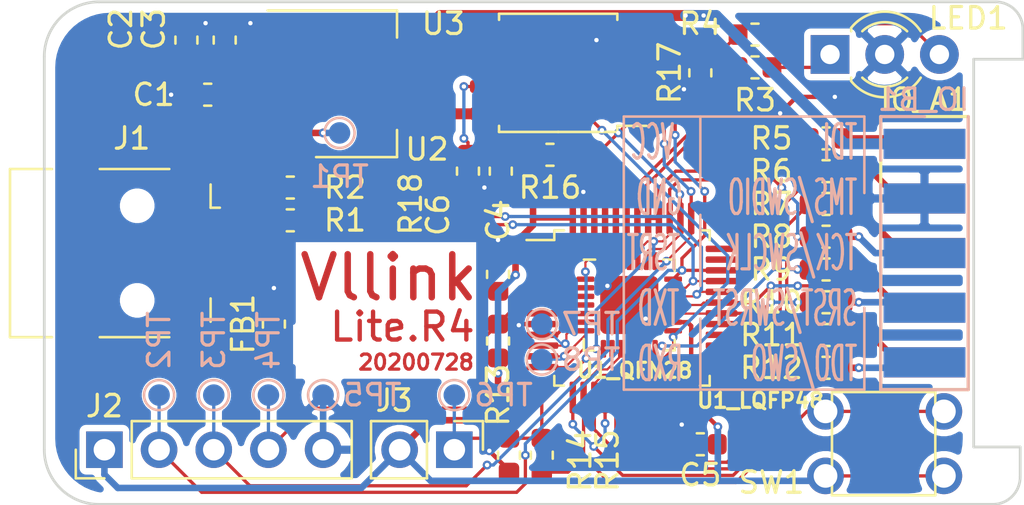
<source format=kicad_pcb>
(kicad_pcb (version 20171130) (host pcbnew "(5.1.5)-3")

  (general
    (thickness 1.6)
    (drawings 27)
    (tracks 491)
    (zones 0)
    (modules 44)
    (nets 40)
  )

  (page A4)
  (layers
    (0 F.Cu signal)
    (31 B.Cu signal hide)
    (32 B.Adhes user hide)
    (33 F.Adhes user hide)
    (34 B.Paste user)
    (35 F.Paste user hide)
    (36 B.SilkS user)
    (37 F.SilkS user)
    (38 B.Mask user)
    (39 F.Mask user hide)
    (40 Dwgs.User user hide)
    (41 Cmts.User user hide)
    (42 Eco1.User user hide)
    (43 Eco2.User user hide)
    (44 Edge.Cuts user)
    (45 Margin user hide)
    (46 B.CrtYd user hide)
    (47 F.CrtYd user)
    (48 B.Fab user hide)
    (49 F.Fab user hide)
  )

  (setup
    (last_trace_width 0.1016)
    (user_trace_width 0.1524)
    (user_trace_width 0.2032)
    (user_trace_width 0.3048)
    (user_trace_width 0.4064)
    (user_trace_width 0.508)
    (user_trace_width 0.6096)
    (trace_clearance 0.1016)
    (zone_clearance 0.3048)
    (zone_45_only no)
    (trace_min 0.1016)
    (via_size 0.4064)
    (via_drill 0.2032)
    (via_min_size 0.4064)
    (via_min_drill 0.2032)
    (uvia_size 0.3048)
    (uvia_drill 0.1016)
    (uvias_allowed no)
    (uvia_min_size 0.3048)
    (uvia_min_drill 0.1016)
    (edge_width 0.05)
    (segment_width 0.2)
    (pcb_text_width 0.3)
    (pcb_text_size 1.5 1.5)
    (mod_edge_width 0.12)
    (mod_text_size 1 1)
    (mod_text_width 0.15)
    (pad_size 1.524 1.524)
    (pad_drill 0.762)
    (pad_to_mask_clearance 0.051)
    (solder_mask_min_width 0.25)
    (aux_axis_origin 88.392 99.314)
    (grid_origin 88.392 99.314)
    (visible_elements 7FFFFFFF)
    (pcbplotparams
      (layerselection 0x010fc_ffffffff)
      (usegerberextensions false)
      (usegerberattributes false)
      (usegerberadvancedattributes false)
      (creategerberjobfile true)
      (excludeedgelayer true)
      (linewidth 0.150000)
      (plotframeref false)
      (viasonmask false)
      (mode 1)
      (useauxorigin false)
      (hpglpennumber 1)
      (hpglpenspeed 20)
      (hpglpendiameter 15.000000)
      (psnegative false)
      (psa4output false)
      (plotreference true)
      (plotvalue true)
      (plotinvisibletext false)
      (padsonsilk false)
      (subtractmaskfromsilk false)
      (outputformat 1)
      (mirror false)
      (drillshape 0)
      (scaleselection 1)
      (outputdirectory "gerber/"))
  )

  (net 0 "")
  (net 1 GND)
  (net 2 /USB_5V)
  (net 3 /VCC)
  (net 4 /RST)
  (net 5 "Net-(FB1-Pad1)")
  (net 6 "Net-(IO_A1-Pad5)")
  (net 7 "Net-(IO_A1-Pad4)")
  (net 8 "Net-(IO_A1-Pad3)")
  (net 9 "Net-(IO_A1-Pad2)")
  (net 10 "Net-(IO_A1-Pad1)")
  (net 11 "Net-(IO_B1-Pad5)")
  (net 12 "Net-(IO_B1-Pad4)")
  (net 13 "Net-(IO_B1-Pad3)")
  (net 14 "Net-(J1-Pad3)")
  (net 15 "Net-(J1-Pad2)")
  (net 16 /SPI1_MOSI)
  (net 17 /SPI1_MISO)
  (net 18 /BOOT0)
  (net 19 "Net-(LED1-Pad3)")
  (net 20 "Net-(LED1-Pad1)")
  (net 21 /USBD_DP)
  (net 22 /USBD_DM)
  (net 23 /LED_R)
  (net 24 /LED_G)
  (net 25 /SPI00_MOSI)
  (net 26 /SPI01_MISO)
  (net 27 /SPI0_CLK)
  (net 28 /IO_TRST)
  (net 29 /IO_RST)
  (net 30 /CK_OUT)
  (net 31 /SPI00_MISO)
  (net 32 /RXD)
  (net 33 /KEY)
  (net 34 /USART1_CTS)
  (net 35 /USART1_RTS)
  (net 36 /SPI1_CLK)
  (net 37 /SPI1_CS)
  (net 38 "Net-(R17-Pad2)")
  (net 39 "Net-(R18-Pad2)")

  (net_class Default 这是默认网络类。
    (clearance 0.1016)
    (trace_width 0.1016)
    (via_dia 0.4064)
    (via_drill 0.2032)
    (uvia_dia 0.3048)
    (uvia_drill 0.1016)
    (diff_pair_width 0.1016)
    (diff_pair_gap 0.1016)
    (add_net /BOOT0)
    (add_net /CK_OUT)
    (add_net /IO_RST)
    (add_net /IO_TRST)
    (add_net /KEY)
    (add_net /LED_G)
    (add_net /LED_R)
    (add_net /RST)
    (add_net /RXD)
    (add_net /SPI00_MISO)
    (add_net /SPI00_MOSI)
    (add_net /SPI01_MISO)
    (add_net /SPI0_CLK)
    (add_net /SPI1_CLK)
    (add_net /SPI1_CS)
    (add_net /SPI1_MISO)
    (add_net /SPI1_MOSI)
    (add_net /USART1_CTS)
    (add_net /USART1_RTS)
    (add_net /USBD_DM)
    (add_net /USBD_DP)
    (add_net /USB_5V)
    (add_net /VCC)
    (add_net GND)
    (add_net "Net-(FB1-Pad1)")
    (add_net "Net-(IO_A1-Pad1)")
    (add_net "Net-(IO_A1-Pad2)")
    (add_net "Net-(IO_A1-Pad3)")
    (add_net "Net-(IO_A1-Pad4)")
    (add_net "Net-(IO_A1-Pad5)")
    (add_net "Net-(IO_B1-Pad3)")
    (add_net "Net-(IO_B1-Pad4)")
    (add_net "Net-(IO_B1-Pad5)")
    (add_net "Net-(J1-Pad2)")
    (add_net "Net-(J1-Pad3)")
    (add_net "Net-(LED1-Pad1)")
    (add_net "Net-(LED1-Pad3)")
    (add_net "Net-(R17-Pad2)")
    (add_net "Net-(R18-Pad2)")
  )

  (module vllogic:SOIC-8_P1.27mm_Common (layer F.Cu) (tedit 5EA54AA1) (tstamp 5DD7C771)
    (at 112.522 102.87 180)
    (descr "SOIC, 8 Pin")
    (tags "SOIC SO")
    (path /5DD56EF8)
    (attr smd)
    (fp_text reference U3 (at 5.334 2.286) (layer F.SilkS)
      (effects (font (size 1 1) (thickness 0.15)))
    )
    (fp_text value "W25Q64, NC" (at 0 3.59) (layer F.Fab)
      (effects (font (size 1 1) (thickness 0.15)))
    )
    (fp_line (start 0 2.7475) (end 2.7475 2.7475) (layer F.SilkS) (width 0.12))
    (fp_line (start 2.7475 2.7475) (end 2.7475 2.465) (layer F.SilkS) (width 0.12))
    (fp_line (start 0 2.7475) (end -2.7475 2.7475) (layer F.SilkS) (width 0.12))
    (fp_line (start -2.7475 2.7475) (end -2.7475 2.465) (layer F.SilkS) (width 0.12))
    (fp_line (start 0 -2.7475) (end 2.7475 -2.7475) (layer F.SilkS) (width 0.12))
    (fp_line (start 2.7475 -2.7475) (end 2.7475 -2.465) (layer F.SilkS) (width 0.12))
    (fp_line (start 0 -2.7475) (end -2.7475 -2.7475) (layer F.SilkS) (width 0.12))
    (fp_line (start -2.7475 -2.7475) (end -2.7475 -2.465) (layer F.SilkS) (width 0.12))
    (fp_line (start -2.7475 -2.465) (end -4.1 -2.465) (layer F.SilkS) (width 0.12))
    (fp_line (start -1.6375 -2.6375) (end 2.6375 -2.6375) (layer F.Fab) (width 0.1))
    (fp_line (start 2.6375 -2.6375) (end 2.6375 2.6375) (layer F.Fab) (width 0.1))
    (fp_line (start 2.6375 2.6375) (end -2.6375 2.6375) (layer F.Fab) (width 0.1))
    (fp_line (start -2.6375 2.6375) (end -2.6375 -1.6375) (layer F.Fab) (width 0.1))
    (fp_line (start -2.6375 -1.6375) (end -1.6375 -2.6375) (layer F.Fab) (width 0.1))
    (fp_line (start -4.2 -2.89) (end -4.2 2.89) (layer F.CrtYd) (width 0.05))
    (fp_line (start -4.2 2.89) (end 4.2 2.88) (layer F.CrtYd) (width 0.05))
    (fp_line (start 4.2 2.88) (end 4.2 -2.9) (layer F.CrtYd) (width 0.05))
    (fp_line (start 4.2 -2.9) (end -4.2 -2.89) (layer F.CrtYd) (width 0.05))
    (fp_text user %R (at 0 0) (layer F.Fab)
      (effects (font (size 1 1) (thickness 0.15)))
    )
    (pad 1 smd roundrect (at -3.1 -1.905 180) (size 2 0.6) (layers F.Cu F.Paste F.Mask) (roundrect_rratio 0.25)
      (net 37 /SPI1_CS))
    (pad 2 smd roundrect (at -3.1 -0.635 180) (size 2 0.6) (layers F.Cu F.Paste F.Mask) (roundrect_rratio 0.25)
      (net 17 /SPI1_MISO))
    (pad 3 smd roundrect (at -3.1 0.635 180) (size 2 0.6) (layers F.Cu F.Paste F.Mask) (roundrect_rratio 0.25)
      (net 38 "Net-(R17-Pad2)"))
    (pad 4 smd roundrect (at -3.1 1.905 180) (size 2 0.6) (layers F.Cu F.Paste F.Mask) (roundrect_rratio 0.25)
      (net 1 GND))
    (pad 5 smd roundrect (at 3.1 1.905 180) (size 2 0.6) (layers F.Cu F.Paste F.Mask) (roundrect_rratio 0.25)
      (net 16 /SPI1_MOSI))
    (pad 6 smd roundrect (at 3.1 0.635 180) (size 2 0.6) (layers F.Cu F.Paste F.Mask) (roundrect_rratio 0.25)
      (net 36 /SPI1_CLK))
    (pad 7 smd roundrect (at 3.1 -0.635 180) (size 2 0.6) (layers F.Cu F.Paste F.Mask) (roundrect_rratio 0.25)
      (net 39 "Net-(R18-Pad2)"))
    (pad 8 smd roundrect (at 3.1 -1.905 180) (size 2 0.6) (layers F.Cu F.Paste F.Mask) (roundrect_rratio 0.25)
      (net 3 /VCC))
  )

  (module Resistor_SMD:R_0603_1608Metric (layer F.Cu) (tedit 5B301BBD) (tstamp 5F1F7852)
    (at 108.331 107.442 90)
    (descr "Resistor SMD 0603 (1608 Metric), square (rectangular) end terminal, IPC_7351 nominal, (Body size source: http://www.tortai-tech.com/upload/download/2011102023233369053.pdf), generated with kicad-footprint-generator")
    (tags resistor)
    (path /5F215BE8)
    (attr smd)
    (fp_text reference R18 (at -1.524 -2.667 90) (layer F.SilkS)
      (effects (font (size 1 1) (thickness 0.15)))
    )
    (fp_text value "10k, NC" (at 0 1.43 90) (layer F.Fab)
      (effects (font (size 1 1) (thickness 0.15)))
    )
    (fp_text user %R (at 0 0 90) (layer F.Fab)
      (effects (font (size 0.4 0.4) (thickness 0.06)))
    )
    (fp_line (start 1.48 0.73) (end -1.48 0.73) (layer F.CrtYd) (width 0.05))
    (fp_line (start 1.48 -0.73) (end 1.48 0.73) (layer F.CrtYd) (width 0.05))
    (fp_line (start -1.48 -0.73) (end 1.48 -0.73) (layer F.CrtYd) (width 0.05))
    (fp_line (start -1.48 0.73) (end -1.48 -0.73) (layer F.CrtYd) (width 0.05))
    (fp_line (start -0.162779 0.51) (end 0.162779 0.51) (layer F.SilkS) (width 0.12))
    (fp_line (start -0.162779 -0.51) (end 0.162779 -0.51) (layer F.SilkS) (width 0.12))
    (fp_line (start 0.8 0.4) (end -0.8 0.4) (layer F.Fab) (width 0.1))
    (fp_line (start 0.8 -0.4) (end 0.8 0.4) (layer F.Fab) (width 0.1))
    (fp_line (start -0.8 -0.4) (end 0.8 -0.4) (layer F.Fab) (width 0.1))
    (fp_line (start -0.8 0.4) (end -0.8 -0.4) (layer F.Fab) (width 0.1))
    (pad 2 smd roundrect (at 0.7875 0 90) (size 0.875 0.95) (layers F.Cu F.Paste F.Mask) (roundrect_rratio 0.25)
      (net 39 "Net-(R18-Pad2)"))
    (pad 1 smd roundrect (at -0.7875 0 90) (size 0.875 0.95) (layers F.Cu F.Paste F.Mask) (roundrect_rratio 0.25)
      (net 1 GND))
  )

  (module Resistor_SMD:R_0603_1608Metric (layer F.Cu) (tedit 5B301BBD) (tstamp 5F1F7841)
    (at 119.126 102.87 90)
    (descr "Resistor SMD 0603 (1608 Metric), square (rectangular) end terminal, IPC_7351 nominal, (Body size source: http://www.tortai-tech.com/upload/download/2011102023233369053.pdf), generated with kicad-footprint-generator")
    (tags resistor)
    (path /5F214DCE)
    (attr smd)
    (fp_text reference R17 (at 0 -1.43 90) (layer F.SilkS)
      (effects (font (size 1 1) (thickness 0.15)))
    )
    (fp_text value "10k, NC" (at 0 1.43 90) (layer F.Fab)
      (effects (font (size 1 1) (thickness 0.15)))
    )
    (fp_text user %R (at 0 0 90) (layer F.Fab)
      (effects (font (size 0.4 0.4) (thickness 0.06)))
    )
    (fp_line (start 1.48 0.73) (end -1.48 0.73) (layer F.CrtYd) (width 0.05))
    (fp_line (start 1.48 -0.73) (end 1.48 0.73) (layer F.CrtYd) (width 0.05))
    (fp_line (start -1.48 -0.73) (end 1.48 -0.73) (layer F.CrtYd) (width 0.05))
    (fp_line (start -1.48 0.73) (end -1.48 -0.73) (layer F.CrtYd) (width 0.05))
    (fp_line (start -0.162779 0.51) (end 0.162779 0.51) (layer F.SilkS) (width 0.12))
    (fp_line (start -0.162779 -0.51) (end 0.162779 -0.51) (layer F.SilkS) (width 0.12))
    (fp_line (start 0.8 0.4) (end -0.8 0.4) (layer F.Fab) (width 0.1))
    (fp_line (start 0.8 -0.4) (end 0.8 0.4) (layer F.Fab) (width 0.1))
    (fp_line (start -0.8 -0.4) (end 0.8 -0.4) (layer F.Fab) (width 0.1))
    (fp_line (start -0.8 0.4) (end -0.8 -0.4) (layer F.Fab) (width 0.1))
    (pad 2 smd roundrect (at 0.7875 0 90) (size 0.875 0.95) (layers F.Cu F.Paste F.Mask) (roundrect_rratio 0.25)
      (net 38 "Net-(R17-Pad2)"))
    (pad 1 smd roundrect (at -0.7875 0 90) (size 0.875 0.95) (layers F.Cu F.Paste F.Mask) (roundrect_rratio 0.25)
      (net 1 GND))
  )

  (module Connector_PinHeader_2.54mm:PinHeader_1x05_P2.54mm_Vertical (layer F.Cu) (tedit 59FED5CC) (tstamp 5DD7C5A0)
    (at 91.44 120.396 90)
    (descr "Through hole straight pin header, 1x05, 2.54mm pitch, single row")
    (tags "Through hole pin header THT 1x05 2.54mm single row")
    (path /5DE85C8C)
    (fp_text reference J2 (at 2.032 0 180) (layer F.SilkS)
      (effects (font (size 1 1) (thickness 0.15)))
    )
    (fp_text value Conn_01x05 (at 0 12.49 90) (layer F.Fab)
      (effects (font (size 1 1) (thickness 0.15)))
    )
    (fp_text user %R (at 0 5.08) (layer F.Fab)
      (effects (font (size 1 1) (thickness 0.15)))
    )
    (fp_line (start 1.8 -1.8) (end -1.8 -1.8) (layer F.CrtYd) (width 0.05))
    (fp_line (start 1.8 11.95) (end 1.8 -1.8) (layer F.CrtYd) (width 0.05))
    (fp_line (start -1.8 11.95) (end 1.8 11.95) (layer F.CrtYd) (width 0.05))
    (fp_line (start -1.8 -1.8) (end -1.8 11.95) (layer F.CrtYd) (width 0.05))
    (fp_line (start -1.33 -1.33) (end 0 -1.33) (layer F.SilkS) (width 0.12))
    (fp_line (start -1.33 0) (end -1.33 -1.33) (layer F.SilkS) (width 0.12))
    (fp_line (start -1.33 1.27) (end 1.33 1.27) (layer F.SilkS) (width 0.12))
    (fp_line (start 1.33 1.27) (end 1.33 11.49) (layer F.SilkS) (width 0.12))
    (fp_line (start -1.33 1.27) (end -1.33 11.49) (layer F.SilkS) (width 0.12))
    (fp_line (start -1.33 11.49) (end 1.33 11.49) (layer F.SilkS) (width 0.12))
    (fp_line (start -1.27 -0.635) (end -0.635 -1.27) (layer F.Fab) (width 0.1))
    (fp_line (start -1.27 11.43) (end -1.27 -0.635) (layer F.Fab) (width 0.1))
    (fp_line (start 1.27 11.43) (end -1.27 11.43) (layer F.Fab) (width 0.1))
    (fp_line (start 1.27 -1.27) (end 1.27 11.43) (layer F.Fab) (width 0.1))
    (fp_line (start -0.635 -1.27) (end 1.27 -1.27) (layer F.Fab) (width 0.1))
    (pad 5 thru_hole oval (at 0 10.16 90) (size 1.7 1.7) (drill 1) (layers *.Cu *.Mask)
      (net 1 GND))
    (pad 4 thru_hole oval (at 0 7.62 90) (size 1.7 1.7) (drill 1) (layers *.Cu *.Mask)
      (net 4 /RST))
    (pad 3 thru_hole oval (at 0 5.08 90) (size 1.7 1.7) (drill 1) (layers *.Cu *.Mask)
      (net 16 /SPI1_MOSI))
    (pad 2 thru_hole oval (at 0 2.54 90) (size 1.7 1.7) (drill 1) (layers *.Cu *.Mask)
      (net 17 /SPI1_MISO))
    (pad 1 thru_hole rect (at 0 0 90) (size 1.7 1.7) (drill 1) (layers *.Cu *.Mask)
      (net 3 /VCC))
  )

  (module vllogic:SW_PUSH_4.5mm_Hxx (layer F.Cu) (tedit 5DD76646) (tstamp 5DD7D7D2)
    (at 124.942 118.614)
    (descr https://www.omron.com/ecb/products/pdf/en-b3f.pdf)
    (tags "tact sw push 6mm")
    (path /5DDEB552)
    (fp_text reference SW1 (at -2.514 3.306) (layer F.SilkS)
      (effects (font (size 1 1) (thickness 0.15)))
    )
    (fp_text value SW_Push (at 2.8 5) (layer F.Fab)
      (effects (font (size 1 1) (thickness 0.15)))
    )
    (fp_line (start 5.1 -0.9) (end 0.3 -0.9) (layer F.SilkS) (width 0.12))
    (fp_line (start 5.1 3.9) (end 5.1 -0.9) (layer F.SilkS) (width 0.12))
    (fp_line (start 0.3 3.9) (end 5.1 3.9) (layer F.SilkS) (width 0.12))
    (fp_line (start 0.3 -0.9) (end 0.3 3.9) (layer F.SilkS) (width 0.12))
    (fp_line (start 5 -0.8) (end 0.4 -0.8) (layer F.CrtYd) (width 0.12))
    (fp_line (start 5 3.8) (end 5 -0.8) (layer F.CrtYd) (width 0.12))
    (fp_line (start 0.4 3.8) (end 5 3.8) (layer F.CrtYd) (width 0.12))
    (fp_line (start 0.4 -0.8) (end 0.4 3.8) (layer F.CrtYd) (width 0.12))
    (fp_text user %R (at 2.921 1.524) (layer F.Fab)
      (effects (font (size 1 1) (thickness 0.15)))
    )
    (pad 1 thru_hole circle (at 5.5 0 90) (size 1.7 1.7) (drill 1.1) (layers *.Cu *.Mask)
      (net 33 /KEY))
    (pad 2 thru_hole circle (at 5.5 3 90) (size 1.7 1.7) (drill 1.1) (layers *.Cu *.Mask)
      (net 3 /VCC))
    (pad 1 thru_hole circle (at 0 0 90) (size 1.7 1.7) (drill 1.1) (layers *.Cu *.Mask)
      (net 33 /KEY))
    (pad 2 thru_hole circle (at 0 3 90) (size 1.7 1.7) (drill 1.1) (layers *.Cu *.Mask)
      (net 3 /VCC))
    (model ${KISYS3DMOD}/Button_Switch_THT.3dshapes/SW_PUSH_6mm.wrl
      (offset (xyz 0 0.45 0))
      (scale (xyz 0.85 0.85 1))
      (rotate (xyz 0 0 0))
    )
  )

  (module vllogic:QFN-28-1EP_4x4mm_P0.4mm_EP2.7x2.7mm (layer F.Cu) (tedit 5DD76956) (tstamp 5DD7D23C)
    (at 115.824 113.665)
    (descr "QFN, 28 Pin (http://ww1.microchip.com/downloads/en/PackagingSpec/00000049BQ.pdf#page=280), generated with kicad-footprint-generator ipc_dfn_qfn_generator.py")
    (tags "QFN DFN_QFN")
    (path /5DD5B18B)
    (attr smd)
    (fp_text reference U1_QFN28 (at 0.254 3.048) (layer F.SilkS)
      (effects (font (size 0.7 0.7) (thickness 0.15)))
    )
    (fp_text value GD32F350Gx (at 0 3.3) (layer F.Fab)
      (effects (font (size 1 1) (thickness 0.15)))
    )
    (fp_text user %R (at 0 0) (layer F.Fab)
      (effects (font (size 1 1) (thickness 0.15)))
    )
    (fp_line (start 2.6 -2.6) (end -2.6 -2.6) (layer F.CrtYd) (width 0.05))
    (fp_line (start 2.6 2.6) (end 2.6 -2.6) (layer F.CrtYd) (width 0.05))
    (fp_line (start -2.6 2.6) (end 2.6 2.6) (layer F.CrtYd) (width 0.05))
    (fp_line (start -2.6 -2.6) (end -2.6 2.6) (layer F.CrtYd) (width 0.05))
    (fp_line (start -2 -1) (end -1 -2) (layer F.Fab) (width 0.1))
    (fp_line (start -2 2) (end -2 -1) (layer F.Fab) (width 0.1))
    (fp_line (start 2 2) (end -2 2) (layer F.Fab) (width 0.1))
    (fp_line (start 2 -2) (end 2 2) (layer F.Fab) (width 0.1))
    (fp_line (start -1 -2) (end 2 -2) (layer F.Fab) (width 0.1))
    (fp_line (start -1.585 -2.11) (end -2.11 -2.11) (layer F.SilkS) (width 0.12))
    (fp_line (start 2.11 2.11) (end 2.11 1.585) (layer F.SilkS) (width 0.12))
    (fp_line (start 1.585 2.11) (end 2.11 2.11) (layer F.SilkS) (width 0.12))
    (fp_line (start -2.11 2.11) (end -2.11 1.585) (layer F.SilkS) (width 0.12))
    (fp_line (start -1.585 2.11) (end -2.11 2.11) (layer F.SilkS) (width 0.12))
    (fp_line (start 2.11 -2.11) (end 2.11 -1.585) (layer F.SilkS) (width 0.12))
    (fp_line (start 1.585 -2.11) (end 2.11 -2.11) (layer F.SilkS) (width 0.12))
    (pad 28 smd roundrect (at -1.2 -2.0375) (size 0.25 0.825) (layers F.Cu F.Paste F.Mask) (roundrect_rratio 0.25)
      (net 24 /LED_G))
    (pad 27 smd roundrect (at -0.8 -2.0375) (size 0.25 0.825) (layers F.Cu F.Paste F.Mask) (roundrect_rratio 0.25)
      (net 23 /LED_R))
    (pad 26 smd roundrect (at -0.4 -2.0375) (size 0.25 0.825) (layers F.Cu F.Paste F.Mask) (roundrect_rratio 0.25)
      (net 26 /SPI01_MISO))
    (pad 25 smd roundrect (at 0 -2.0375) (size 0.25 0.825) (layers F.Cu F.Paste F.Mask) (roundrect_rratio 0.25)
      (net 26 /SPI01_MISO))
    (pad 24 smd roundrect (at 0.4 -2.0375) (size 0.25 0.825) (layers F.Cu F.Paste F.Mask) (roundrect_rratio 0.25)
      (net 28 /IO_TRST))
    (pad 23 smd roundrect (at 0.8 -2.0375) (size 0.25 0.825) (layers F.Cu F.Paste F.Mask) (roundrect_rratio 0.25)
      (net 37 /SPI1_CS))
    (pad 22 smd roundrect (at 1.2 -2.0375) (size 0.25 0.825) (layers F.Cu F.Paste F.Mask) (roundrect_rratio 0.25)
      (net 16 /SPI1_MOSI))
    (pad 21 smd roundrect (at 2.0375 -1.2) (size 0.825 0.25) (layers F.Cu F.Paste F.Mask) (roundrect_rratio 0.25)
      (net 17 /SPI1_MISO))
    (pad 20 smd roundrect (at 2.0375 -0.8) (size 0.825 0.25) (layers F.Cu F.Paste F.Mask) (roundrect_rratio 0.25)
      (net 21 /USBD_DP))
    (pad 19 smd roundrect (at 2.0375 -0.4) (size 0.825 0.25) (layers F.Cu F.Paste F.Mask) (roundrect_rratio 0.25)
      (net 22 /USBD_DM))
    (pad 18 smd roundrect (at 2.0375 0) (size 0.825 0.25) (layers F.Cu F.Paste F.Mask) (roundrect_rratio 0.25)
      (net 32 /RXD))
    (pad 17 smd roundrect (at 2.0375 0.4) (size 0.825 0.25) (layers F.Cu F.Paste F.Mask) (roundrect_rratio 0.25)
      (net 30 /CK_OUT))
    (pad 16 smd roundrect (at 2.0375 0.8) (size 0.825 0.25) (layers F.Cu F.Paste F.Mask) (roundrect_rratio 0.25)
      (net 3 /VCC))
    (pad 15 smd roundrect (at 2.0375 1.2) (size 0.825 0.25) (layers F.Cu F.Paste F.Mask) (roundrect_rratio 0.25)
      (net 36 /SPI1_CLK))
    (pad 14 smd roundrect (at 1.2 2.0375) (size 0.25 0.825) (layers F.Cu F.Paste F.Mask) (roundrect_rratio 0.25)
      (net 29 /IO_RST))
    (pad 13 smd roundrect (at 0.8 2.0375) (size 0.25 0.825) (layers F.Cu F.Paste F.Mask) (roundrect_rratio 0.25)
      (net 25 /SPI00_MOSI))
    (pad 12 smd roundrect (at 0.4 2.0375) (size 0.25 0.825) (layers F.Cu F.Paste F.Mask) (roundrect_rratio 0.25)
      (net 31 /SPI00_MISO))
    (pad 11 smd roundrect (at 0 2.0375) (size 0.25 0.825) (layers F.Cu F.Paste F.Mask) (roundrect_rratio 0.25)
      (net 27 /SPI0_CLK))
    (pad 10 smd roundrect (at -0.4 2.0375) (size 0.25 0.825) (layers F.Cu F.Paste F.Mask) (roundrect_rratio 0.25)
      (net 33 /KEY))
    (pad 9 smd roundrect (at -0.8 2.0375) (size 0.25 0.825) (layers F.Cu F.Paste F.Mask) (roundrect_rratio 0.25)
      (net 31 /SPI00_MISO))
    (pad 8 smd roundrect (at -1.2 2.0375) (size 0.25 0.825) (layers F.Cu F.Paste F.Mask) (roundrect_rratio 0.25)
      (net 28 /IO_TRST))
    (pad 7 smd roundrect (at -2.0375 1.2) (size 0.825 0.25) (layers F.Cu F.Paste F.Mask) (roundrect_rratio 0.25)
      (net 35 /USART1_RTS))
    (pad 6 smd roundrect (at -2.0375 0.8) (size 0.825 0.25) (layers F.Cu F.Paste F.Mask) (roundrect_rratio 0.25)
      (net 34 /USART1_CTS))
    (pad 5 smd roundrect (at -2.0375 0.4) (size 0.825 0.25) (layers F.Cu F.Paste F.Mask) (roundrect_rratio 0.25)
      (net 3 /VCC))
    (pad 4 smd roundrect (at -2.0375 0) (size 0.825 0.25) (layers F.Cu F.Paste F.Mask) (roundrect_rratio 0.25)
      (net 4 /RST))
    (pad 3 smd roundrect (at -2.0375 -0.4) (size 0.825 0.25) (layers F.Cu F.Paste F.Mask) (roundrect_rratio 0.25))
    (pad 2 smd roundrect (at -2.0375 -0.8) (size 0.825 0.25) (layers F.Cu F.Paste F.Mask) (roundrect_rratio 0.25))
    (pad 1 smd roundrect (at -2.0375 -1.2) (size 0.825 0.25) (layers F.Cu F.Paste F.Mask) (roundrect_rratio 0.25)
      (net 18 /BOOT0))
    (pad "" smd roundrect (at 0.6 0.6) (size 0.97 0.97) (layers F.Paste) (roundrect_rratio 0.25))
    (pad "" smd roundrect (at 0.6 -0.6) (size 0.97 0.97) (layers F.Paste) (roundrect_rratio 0.25))
    (pad "" smd roundrect (at -0.6 0.6) (size 0.97 0.97) (layers F.Paste) (roundrect_rratio 0.25))
    (pad "" smd roundrect (at -0.6 -0.6) (size 0.97 0.97) (layers F.Paste) (roundrect_rratio 0.25))
    (pad 29 smd roundrect (at 0 0) (size 2.7 2.7) (layers F.Cu F.Mask) (roundrect_rratio 0.104)
      (net 1 GND))
    (model ${KISYS3DMOD}/Package_DFN_QFN.3dshapes/QFN-28-1EP_4x4mm_P0.4mm_EP2.4x2.4mm.wrl
      (at (xyz 0 0 0))
      (scale (xyz 1 1 1))
      (rotate (xyz 0 0 0))
    )
  )

  (module Package_QFP:LQFP-48_7x7mm_P0.5mm (layer F.Cu) (tedit 5C18330E) (tstamp 5F1F879A)
    (at 115.951 113.804)
    (descr "LQFP, 48 Pin (https://www.analog.com/media/en/technical-documentation/data-sheets/ltc2358-16.pdf), generated with kicad-footprint-generator ipc_gullwing_generator.py")
    (tags "LQFP QFP")
    (path /5DD52AC8)
    (attr smd)
    (fp_text reference U1_LQFP48 (at 5.969 4.306) (layer F.SilkS)
      (effects (font (size 0.7 0.7) (thickness 0.15)))
    )
    (fp_text value GD32F350Cx (at 0 5.85) (layer F.Fab)
      (effects (font (size 1 1) (thickness 0.15)))
    )
    (fp_text user %R (at 0 0) (layer F.Fab)
      (effects (font (size 1 1) (thickness 0.15)))
    )
    (fp_line (start 5.15 3.15) (end 5.15 0) (layer F.CrtYd) (width 0.05))
    (fp_line (start 3.75 3.15) (end 5.15 3.15) (layer F.CrtYd) (width 0.05))
    (fp_line (start 3.75 3.75) (end 3.75 3.15) (layer F.CrtYd) (width 0.05))
    (fp_line (start 3.15 3.75) (end 3.75 3.75) (layer F.CrtYd) (width 0.05))
    (fp_line (start 3.15 5.15) (end 3.15 3.75) (layer F.CrtYd) (width 0.05))
    (fp_line (start 0 5.15) (end 3.15 5.15) (layer F.CrtYd) (width 0.05))
    (fp_line (start -5.15 3.15) (end -5.15 0) (layer F.CrtYd) (width 0.05))
    (fp_line (start -3.75 3.15) (end -5.15 3.15) (layer F.CrtYd) (width 0.05))
    (fp_line (start -3.75 3.75) (end -3.75 3.15) (layer F.CrtYd) (width 0.05))
    (fp_line (start -3.15 3.75) (end -3.75 3.75) (layer F.CrtYd) (width 0.05))
    (fp_line (start -3.15 5.15) (end -3.15 3.75) (layer F.CrtYd) (width 0.05))
    (fp_line (start 0 5.15) (end -3.15 5.15) (layer F.CrtYd) (width 0.05))
    (fp_line (start 5.15 -3.15) (end 5.15 0) (layer F.CrtYd) (width 0.05))
    (fp_line (start 3.75 -3.15) (end 5.15 -3.15) (layer F.CrtYd) (width 0.05))
    (fp_line (start 3.75 -3.75) (end 3.75 -3.15) (layer F.CrtYd) (width 0.05))
    (fp_line (start 3.15 -3.75) (end 3.75 -3.75) (layer F.CrtYd) (width 0.05))
    (fp_line (start 3.15 -5.15) (end 3.15 -3.75) (layer F.CrtYd) (width 0.05))
    (fp_line (start 0 -5.15) (end 3.15 -5.15) (layer F.CrtYd) (width 0.05))
    (fp_line (start -5.15 -3.15) (end -5.15 0) (layer F.CrtYd) (width 0.05))
    (fp_line (start -3.75 -3.15) (end -5.15 -3.15) (layer F.CrtYd) (width 0.05))
    (fp_line (start -3.75 -3.75) (end -3.75 -3.15) (layer F.CrtYd) (width 0.05))
    (fp_line (start -3.15 -3.75) (end -3.75 -3.75) (layer F.CrtYd) (width 0.05))
    (fp_line (start -3.15 -5.15) (end -3.15 -3.75) (layer F.CrtYd) (width 0.05))
    (fp_line (start 0 -5.15) (end -3.15 -5.15) (layer F.CrtYd) (width 0.05))
    (fp_line (start -3.5 -2.5) (end -2.5 -3.5) (layer F.Fab) (width 0.1))
    (fp_line (start -3.5 3.5) (end -3.5 -2.5) (layer F.Fab) (width 0.1))
    (fp_line (start 3.5 3.5) (end -3.5 3.5) (layer F.Fab) (width 0.1))
    (fp_line (start 3.5 -3.5) (end 3.5 3.5) (layer F.Fab) (width 0.1))
    (fp_line (start -2.5 -3.5) (end 3.5 -3.5) (layer F.Fab) (width 0.1))
    (fp_line (start -3.61 -3.16) (end -4.9 -3.16) (layer F.SilkS) (width 0.12))
    (fp_line (start -3.61 -3.61) (end -3.61 -3.16) (layer F.SilkS) (width 0.12))
    (fp_line (start -3.16 -3.61) (end -3.61 -3.61) (layer F.SilkS) (width 0.12))
    (fp_line (start 3.61 -3.61) (end 3.61 -3.16) (layer F.SilkS) (width 0.12))
    (fp_line (start 3.16 -3.61) (end 3.61 -3.61) (layer F.SilkS) (width 0.12))
    (fp_line (start -3.61 3.61) (end -3.61 3.16) (layer F.SilkS) (width 0.12))
    (fp_line (start -3.16 3.61) (end -3.61 3.61) (layer F.SilkS) (width 0.12))
    (fp_line (start 3.61 3.61) (end 3.61 3.16) (layer F.SilkS) (width 0.12))
    (fp_line (start 3.16 3.61) (end 3.61 3.61) (layer F.SilkS) (width 0.12))
    (pad 48 smd roundrect (at -2.75 -4.1625) (size 0.3 1.475) (layers F.Cu F.Paste F.Mask) (roundrect_rratio 0.25)
      (net 3 /VCC))
    (pad 47 smd roundrect (at -2.25 -4.1625) (size 0.3 1.475) (layers F.Cu F.Paste F.Mask) (roundrect_rratio 0.25)
      (net 1 GND))
    (pad 46 smd roundrect (at -1.75 -4.1625) (size 0.3 1.475) (layers F.Cu F.Paste F.Mask) (roundrect_rratio 0.25))
    (pad 45 smd roundrect (at -1.25 -4.1625) (size 0.3 1.475) (layers F.Cu F.Paste F.Mask) (roundrect_rratio 0.25))
    (pad 44 smd roundrect (at -0.75 -4.1625) (size 0.3 1.475) (layers F.Cu F.Paste F.Mask) (roundrect_rratio 0.25)
      (net 18 /BOOT0))
    (pad 43 smd roundrect (at -0.25 -4.1625) (size 0.3 1.475) (layers F.Cu F.Paste F.Mask) (roundrect_rratio 0.25)
      (net 24 /LED_G))
    (pad 42 smd roundrect (at 0.25 -4.1625) (size 0.3 1.475) (layers F.Cu F.Paste F.Mask) (roundrect_rratio 0.25)
      (net 23 /LED_R))
    (pad 41 smd roundrect (at 0.75 -4.1625) (size 0.3 1.475) (layers F.Cu F.Paste F.Mask) (roundrect_rratio 0.25)
      (net 26 /SPI01_MISO))
    (pad 40 smd roundrect (at 1.25 -4.1625) (size 0.3 1.475) (layers F.Cu F.Paste F.Mask) (roundrect_rratio 0.25)
      (net 26 /SPI01_MISO))
    (pad 39 smd roundrect (at 1.75 -4.1625) (size 0.3 1.475) (layers F.Cu F.Paste F.Mask) (roundrect_rratio 0.25)
      (net 28 /IO_TRST))
    (pad 38 smd roundrect (at 2.25 -4.1625) (size 0.3 1.475) (layers F.Cu F.Paste F.Mask) (roundrect_rratio 0.25)
      (net 37 /SPI1_CS))
    (pad 37 smd roundrect (at 2.75 -4.1625) (size 0.3 1.475) (layers F.Cu F.Paste F.Mask) (roundrect_rratio 0.25)
      (net 16 /SPI1_MOSI))
    (pad 36 smd roundrect (at 4.1625 -2.75) (size 1.475 0.3) (layers F.Cu F.Paste F.Mask) (roundrect_rratio 0.25))
    (pad 35 smd roundrect (at 4.1625 -2.25) (size 1.475 0.3) (layers F.Cu F.Paste F.Mask) (roundrect_rratio 0.25))
    (pad 34 smd roundrect (at 4.1625 -1.75) (size 1.475 0.3) (layers F.Cu F.Paste F.Mask) (roundrect_rratio 0.25)
      (net 17 /SPI1_MISO))
    (pad 33 smd roundrect (at 4.1625 -1.25) (size 1.475 0.3) (layers F.Cu F.Paste F.Mask) (roundrect_rratio 0.25)
      (net 21 /USBD_DP))
    (pad 32 smd roundrect (at 4.1625 -0.75) (size 1.475 0.3) (layers F.Cu F.Paste F.Mask) (roundrect_rratio 0.25)
      (net 22 /USBD_DM))
    (pad 31 smd roundrect (at 4.1625 -0.25) (size 1.475 0.3) (layers F.Cu F.Paste F.Mask) (roundrect_rratio 0.25)
      (net 32 /RXD))
    (pad 30 smd roundrect (at 4.1625 0.25) (size 1.475 0.3) (layers F.Cu F.Paste F.Mask) (roundrect_rratio 0.25)
      (net 30 /CK_OUT))
    (pad 29 smd roundrect (at 4.1625 0.75) (size 1.475 0.3) (layers F.Cu F.Paste F.Mask) (roundrect_rratio 0.25)
      (net 30 /CK_OUT))
    (pad 28 smd roundrect (at 4.1625 1.25) (size 1.475 0.3) (layers F.Cu F.Paste F.Mask) (roundrect_rratio 0.25))
    (pad 27 smd roundrect (at 4.1625 1.75) (size 1.475 0.3) (layers F.Cu F.Paste F.Mask) (roundrect_rratio 0.25))
    (pad 26 smd roundrect (at 4.1625 2.25) (size 1.475 0.3) (layers F.Cu F.Paste F.Mask) (roundrect_rratio 0.25))
    (pad 25 smd roundrect (at 4.1625 2.75) (size 1.475 0.3) (layers F.Cu F.Paste F.Mask) (roundrect_rratio 0.25))
    (pad 24 smd roundrect (at 2.75 4.1625) (size 0.3 1.475) (layers F.Cu F.Paste F.Mask) (roundrect_rratio 0.25)
      (net 3 /VCC))
    (pad 23 smd roundrect (at 2.25 4.1625) (size 0.3 1.475) (layers F.Cu F.Paste F.Mask) (roundrect_rratio 0.25)
      (net 1 GND))
    (pad 22 smd roundrect (at 1.75 4.1625) (size 0.3 1.475) (layers F.Cu F.Paste F.Mask) (roundrect_rratio 0.25))
    (pad 21 smd roundrect (at 1.25 4.1625) (size 0.3 1.475) (layers F.Cu F.Paste F.Mask) (roundrect_rratio 0.25))
    (pad 20 smd roundrect (at 0.75 4.1625) (size 0.3 1.475) (layers F.Cu F.Paste F.Mask) (roundrect_rratio 0.25))
    (pad 19 smd roundrect (at 0.25 4.1625) (size 0.3 1.475) (layers F.Cu F.Paste F.Mask) (roundrect_rratio 0.25)
      (net 36 /SPI1_CLK))
    (pad 18 smd roundrect (at -0.25 4.1625) (size 0.3 1.475) (layers F.Cu F.Paste F.Mask) (roundrect_rratio 0.25)
      (net 29 /IO_RST))
    (pad 17 smd roundrect (at -0.75 4.1625) (size 0.3 1.475) (layers F.Cu F.Paste F.Mask) (roundrect_rratio 0.25)
      (net 25 /SPI00_MOSI))
    (pad 16 smd roundrect (at -1.25 4.1625) (size 0.3 1.475) (layers F.Cu F.Paste F.Mask) (roundrect_rratio 0.25)
      (net 31 /SPI00_MISO))
    (pad 15 smd roundrect (at -1.75 4.1625) (size 0.3 1.475) (layers F.Cu F.Paste F.Mask) (roundrect_rratio 0.25)
      (net 27 /SPI0_CLK))
    (pad 14 smd roundrect (at -2.25 4.1625) (size 0.3 1.475) (layers F.Cu F.Paste F.Mask) (roundrect_rratio 0.25)
      (net 33 /KEY))
    (pad 13 smd roundrect (at -2.75 4.1625) (size 0.3 1.475) (layers F.Cu F.Paste F.Mask) (roundrect_rratio 0.25)
      (net 31 /SPI00_MISO))
    (pad 12 smd roundrect (at -4.1625 2.75) (size 1.475 0.3) (layers F.Cu F.Paste F.Mask) (roundrect_rratio 0.25)
      (net 28 /IO_TRST))
    (pad 11 smd roundrect (at -4.1625 2.25) (size 1.475 0.3) (layers F.Cu F.Paste F.Mask) (roundrect_rratio 0.25)
      (net 35 /USART1_RTS))
    (pad 10 smd roundrect (at -4.1625 1.75) (size 1.475 0.3) (layers F.Cu F.Paste F.Mask) (roundrect_rratio 0.25)
      (net 34 /USART1_CTS))
    (pad 9 smd roundrect (at -4.1625 1.25) (size 1.475 0.3) (layers F.Cu F.Paste F.Mask) (roundrect_rratio 0.25)
      (net 3 /VCC))
    (pad 8 smd roundrect (at -4.1625 0.75) (size 1.475 0.3) (layers F.Cu F.Paste F.Mask) (roundrect_rratio 0.25)
      (net 1 GND))
    (pad 7 smd roundrect (at -4.1625 0.25) (size 1.475 0.3) (layers F.Cu F.Paste F.Mask) (roundrect_rratio 0.25)
      (net 4 /RST))
    (pad 6 smd roundrect (at -4.1625 -0.25) (size 1.475 0.3) (layers F.Cu F.Paste F.Mask) (roundrect_rratio 0.25))
    (pad 5 smd roundrect (at -4.1625 -0.75) (size 1.475 0.3) (layers F.Cu F.Paste F.Mask) (roundrect_rratio 0.25))
    (pad 4 smd roundrect (at -4.1625 -1.25) (size 1.475 0.3) (layers F.Cu F.Paste F.Mask) (roundrect_rratio 0.25))
    (pad 3 smd roundrect (at -4.1625 -1.75) (size 1.475 0.3) (layers F.Cu F.Paste F.Mask) (roundrect_rratio 0.25))
    (pad 2 smd roundrect (at -4.1625 -2.25) (size 1.475 0.3) (layers F.Cu F.Paste F.Mask) (roundrect_rratio 0.25))
    (pad 1 smd roundrect (at -4.1625 -2.75) (size 1.475 0.3) (layers F.Cu F.Paste F.Mask) (roundrect_rratio 0.25)
      (net 3 /VCC))
  )

  (module Connector_PinHeader_2.54mm:PinHeader_1x02_P2.54mm_Vertical (layer F.Cu) (tedit 59FED5CC) (tstamp 5DD7EEA9)
    (at 107.696 120.396 270)
    (descr "Through hole straight pin header, 1x02, 2.54mm pitch, single row")
    (tags "Through hole pin header THT 1x02 2.54mm single row")
    (path /5DE8CE89)
    (fp_text reference J3 (at -2.286 2.794 180) (layer F.SilkS)
      (effects (font (size 1 1) (thickness 0.15)))
    )
    (fp_text value Conn_01x02 (at 0 4.87 90) (layer F.Fab)
      (effects (font (size 1 1) (thickness 0.15)))
    )
    (fp_text user %R (at 0 1.27) (layer F.Fab)
      (effects (font (size 1 1) (thickness 0.15)))
    )
    (fp_line (start 1.8 -1.8) (end -1.8 -1.8) (layer F.CrtYd) (width 0.05))
    (fp_line (start 1.8 4.35) (end 1.8 -1.8) (layer F.CrtYd) (width 0.05))
    (fp_line (start -1.8 4.35) (end 1.8 4.35) (layer F.CrtYd) (width 0.05))
    (fp_line (start -1.8 -1.8) (end -1.8 4.35) (layer F.CrtYd) (width 0.05))
    (fp_line (start -1.33 -1.33) (end 0 -1.33) (layer F.SilkS) (width 0.12))
    (fp_line (start -1.33 0) (end -1.33 -1.33) (layer F.SilkS) (width 0.12))
    (fp_line (start -1.33 1.27) (end 1.33 1.27) (layer F.SilkS) (width 0.12))
    (fp_line (start 1.33 1.27) (end 1.33 3.87) (layer F.SilkS) (width 0.12))
    (fp_line (start -1.33 1.27) (end -1.33 3.87) (layer F.SilkS) (width 0.12))
    (fp_line (start -1.33 3.87) (end 1.33 3.87) (layer F.SilkS) (width 0.12))
    (fp_line (start -1.27 -0.635) (end -0.635 -1.27) (layer F.Fab) (width 0.1))
    (fp_line (start -1.27 3.81) (end -1.27 -0.635) (layer F.Fab) (width 0.1))
    (fp_line (start 1.27 3.81) (end -1.27 3.81) (layer F.Fab) (width 0.1))
    (fp_line (start 1.27 -1.27) (end 1.27 3.81) (layer F.Fab) (width 0.1))
    (fp_line (start -0.635 -1.27) (end 1.27 -1.27) (layer F.Fab) (width 0.1))
    (pad 2 thru_hole oval (at 0 2.54 270) (size 1.7 1.7) (drill 1) (layers *.Cu *.Mask)
      (net 3 /VCC))
    (pad 1 thru_hole rect (at 0 0 270) (size 1.7 1.7) (drill 1) (layers *.Cu *.Mask)
      (net 18 /BOOT0))
  )

  (module Package_TO_SOT_SMD:SOT-223-3_TabPin2 (layer F.Cu) (tedit 5A02FF57) (tstamp 5DD7C752)
    (at 103.124 103.378)
    (descr "module CMS SOT223 4 pins")
    (tags "CMS SOT")
    (path /5DDC0CA4)
    (attr smd)
    (fp_text reference U2 (at 3.302 3.048) (layer F.SilkS)
      (effects (font (size 1 1) (thickness 0.15)))
    )
    (fp_text value AP1117-33 (at 0 4.5) (layer F.Fab)
      (effects (font (size 1 1) (thickness 0.15)))
    )
    (fp_line (start 1.85 -3.35) (end 1.85 3.35) (layer F.Fab) (width 0.1))
    (fp_line (start -1.85 3.35) (end 1.85 3.35) (layer F.Fab) (width 0.1))
    (fp_line (start -4.1 -3.41) (end 1.91 -3.41) (layer F.SilkS) (width 0.12))
    (fp_line (start -0.85 -3.35) (end 1.85 -3.35) (layer F.Fab) (width 0.1))
    (fp_line (start -1.85 3.41) (end 1.91 3.41) (layer F.SilkS) (width 0.12))
    (fp_line (start -1.85 -2.35) (end -1.85 3.35) (layer F.Fab) (width 0.1))
    (fp_line (start -1.85 -2.35) (end -0.85 -3.35) (layer F.Fab) (width 0.1))
    (fp_line (start -4.4 -3.6) (end -4.4 3.6) (layer F.CrtYd) (width 0.05))
    (fp_line (start -4.4 3.6) (end 4.4 3.6) (layer F.CrtYd) (width 0.05))
    (fp_line (start 4.4 3.6) (end 4.4 -3.6) (layer F.CrtYd) (width 0.05))
    (fp_line (start 4.4 -3.6) (end -4.4 -3.6) (layer F.CrtYd) (width 0.05))
    (fp_line (start 1.91 -3.41) (end 1.91 -2.15) (layer F.SilkS) (width 0.12))
    (fp_line (start 1.91 3.41) (end 1.91 2.15) (layer F.SilkS) (width 0.12))
    (fp_text user %R (at 0 0 90) (layer F.Fab)
      (effects (font (size 0.8 0.8) (thickness 0.12)))
    )
    (pad 1 smd rect (at -3.15 -2.3) (size 2 1.5) (layers F.Cu F.Paste F.Mask)
      (net 1 GND))
    (pad 3 smd rect (at -3.15 2.3) (size 2 1.5) (layers F.Cu F.Paste F.Mask)
      (net 2 /USB_5V))
    (pad 2 smd rect (at -3.15 0) (size 2 1.5) (layers F.Cu F.Paste F.Mask)
      (net 3 /VCC))
    (pad 2 smd rect (at 3.15 0) (size 2 3.8) (layers F.Cu F.Paste F.Mask)
      (net 3 /VCC))
    (model ${KISYS3DMOD}/Package_TO_SOT_SMD.3dshapes/SOT-223.wrl
      (at (xyz 0 0 0))
      (scale (xyz 1 1 1))
      (rotate (xyz 0 0 0))
    )
  )

  (module TestPoint:TestPoint_Pad_D1.0mm (layer B.Cu) (tedit 5A0F774F) (tstamp 5DD7C73C)
    (at 111.76 116.205)
    (descr "SMD pad as test Point, diameter 1.0mm")
    (tags "test point SMD pad")
    (path /5DE800C0)
    (attr virtual)
    (fp_text reference TP8 (at 2.286 0 180) (layer B.SilkS)
      (effects (font (size 1 1) (thickness 0.15)) (justify mirror))
    )
    (fp_text value TestPoint (at 0 -1.55) (layer B.Fab)
      (effects (font (size 1 1) (thickness 0.15)) (justify mirror))
    )
    (fp_circle (center 0 0) (end 0 -0.7) (layer B.SilkS) (width 0.12))
    (fp_circle (center 0 0) (end 1 0) (layer B.CrtYd) (width 0.05))
    (fp_text user %R (at 0 1.45) (layer B.Fab)
      (effects (font (size 1 1) (thickness 0.15)) (justify mirror))
    )
    (pad 1 smd circle (at 0 0) (size 1 1) (layers B.Cu B.Mask)
      (net 35 /USART1_RTS))
  )

  (module TestPoint:TestPoint_Pad_D1.0mm (layer B.Cu) (tedit 5A0F774F) (tstamp 5DD7C734)
    (at 111.76 114.554)
    (descr "SMD pad as test Point, diameter 1.0mm")
    (tags "test point SMD pad")
    (path /5DE800BA)
    (attr virtual)
    (fp_text reference TP7 (at 2.286 0 180) (layer B.SilkS)
      (effects (font (size 1 1) (thickness 0.15)) (justify mirror))
    )
    (fp_text value TestPoint (at 0 -1.55) (layer B.Fab)
      (effects (font (size 1 1) (thickness 0.15)) (justify mirror))
    )
    (fp_circle (center 0 0) (end 0 -0.7) (layer B.SilkS) (width 0.12))
    (fp_circle (center 0 0) (end 1 0) (layer B.CrtYd) (width 0.05))
    (fp_text user %R (at 0 1.45) (layer B.Fab)
      (effects (font (size 1 1) (thickness 0.15)) (justify mirror))
    )
    (pad 1 smd circle (at 0 0) (size 1 1) (layers B.Cu B.Mask)
      (net 34 /USART1_CTS))
  )

  (module TestPoint:TestPoint_Pad_D1.0mm (layer B.Cu) (tedit 5A0F774F) (tstamp 5DD9F74F)
    (at 107.696 117.856)
    (descr "SMD pad as test Point, diameter 1.0mm")
    (tags "test point SMD pad")
    (path /5DE3B23F)
    (attr virtual)
    (fp_text reference TP6 (at 2.286 0 180) (layer B.SilkS)
      (effects (font (size 1 1) (thickness 0.15)) (justify mirror))
    )
    (fp_text value TestPoint (at 0 -1.55) (layer B.Fab)
      (effects (font (size 1 1) (thickness 0.15)) (justify mirror))
    )
    (fp_circle (center 0 0) (end 0 -0.7) (layer B.SilkS) (width 0.12))
    (fp_circle (center 0 0) (end 1 0) (layer B.CrtYd) (width 0.05))
    (fp_text user %R (at 0 1.45) (layer B.Fab)
      (effects (font (size 1 1) (thickness 0.15)) (justify mirror))
    )
    (pad 1 smd circle (at 0 0) (size 1 1) (layers B.Cu B.Mask)
      (net 18 /BOOT0))
  )

  (module TestPoint:TestPoint_Pad_D1.0mm (layer B.Cu) (tedit 5A0F774F) (tstamp 5DD7C724)
    (at 101.6 117.856)
    (descr "SMD pad as test Point, diameter 1.0mm")
    (tags "test point SMD pad")
    (path /5DE37E19)
    (attr virtual)
    (fp_text reference TP5 (at 2.286 0 180) (layer B.SilkS)
      (effects (font (size 1 1) (thickness 0.15)) (justify mirror))
    )
    (fp_text value TestPoint (at 0 -1.55) (layer B.Fab)
      (effects (font (size 1 1) (thickness 0.15)) (justify mirror))
    )
    (fp_circle (center 0 0) (end 0 -0.7) (layer B.SilkS) (width 0.12))
    (fp_circle (center 0 0) (end 1 0) (layer B.CrtYd) (width 0.05))
    (fp_text user %R (at 0 1.45) (layer B.Fab)
      (effects (font (size 1 1) (thickness 0.15)) (justify mirror))
    )
    (pad 1 smd circle (at 0 0) (size 1 1) (layers B.Cu B.Mask)
      (net 1 GND))
  )

  (module TestPoint:TestPoint_Pad_D1.0mm (layer B.Cu) (tedit 5A0F774F) (tstamp 5DD7C71C)
    (at 99.06 117.856)
    (descr "SMD pad as test Point, diameter 1.0mm")
    (tags "test point SMD pad")
    (path /5DE34C33)
    (attr virtual)
    (fp_text reference TP4 (at 0 -2.54 270) (layer B.SilkS)
      (effects (font (size 1 1) (thickness 0.15)) (justify mirror))
    )
    (fp_text value TestPoint (at 0 -1.55) (layer B.Fab)
      (effects (font (size 1 1) (thickness 0.15)) (justify mirror))
    )
    (fp_circle (center 0 0) (end 0 -0.7) (layer B.SilkS) (width 0.12))
    (fp_circle (center 0 0) (end 1 0) (layer B.CrtYd) (width 0.05))
    (fp_text user %R (at 0 1.45) (layer B.Fab)
      (effects (font (size 1 1) (thickness 0.15)) (justify mirror))
    )
    (pad 1 smd circle (at 0 0) (size 1 1) (layers B.Cu B.Mask)
      (net 4 /RST))
  )

  (module TestPoint:TestPoint_Pad_D1.0mm (layer B.Cu) (tedit 5A0F774F) (tstamp 5DD9F846)
    (at 96.52 117.856)
    (descr "SMD pad as test Point, diameter 1.0mm")
    (tags "test point SMD pad")
    (path /5DE319A8)
    (attr virtual)
    (fp_text reference TP3 (at 0 -2.54 270) (layer B.SilkS)
      (effects (font (size 1 1) (thickness 0.15)) (justify mirror))
    )
    (fp_text value TestPoint (at 0 -1.55) (layer B.Fab)
      (effects (font (size 1 1) (thickness 0.15)) (justify mirror))
    )
    (fp_circle (center 0 0) (end 0 -0.7) (layer B.SilkS) (width 0.12))
    (fp_circle (center 0 0) (end 1 0) (layer B.CrtYd) (width 0.05))
    (fp_text user %R (at 0 1.45) (layer B.Fab)
      (effects (font (size 1 1) (thickness 0.15)) (justify mirror))
    )
    (pad 1 smd circle (at 0 0) (size 1 1) (layers B.Cu B.Mask)
      (net 16 /SPI1_MOSI))
  )

  (module TestPoint:TestPoint_Pad_D1.0mm (layer B.Cu) (tedit 5A0F774F) (tstamp 5DD7C70C)
    (at 93.98 117.856)
    (descr "SMD pad as test Point, diameter 1.0mm")
    (tags "test point SMD pad")
    (path /5DE2E7DE)
    (attr virtual)
    (fp_text reference TP2 (at 0 -2.54 90) (layer B.SilkS)
      (effects (font (size 1 1) (thickness 0.15)) (justify mirror))
    )
    (fp_text value TestPoint (at 0 -1.55) (layer B.Fab)
      (effects (font (size 1 1) (thickness 0.15)) (justify mirror))
    )
    (fp_circle (center 0 0) (end 0 -0.7) (layer B.SilkS) (width 0.12))
    (fp_circle (center 0 0) (end 1 0) (layer B.CrtYd) (width 0.05))
    (fp_text user %R (at 0 1.45) (layer B.Fab)
      (effects (font (size 1 1) (thickness 0.15)) (justify mirror))
    )
    (pad 1 smd circle (at 0 0) (size 1 1) (layers B.Cu B.Mask)
      (net 17 /SPI1_MISO))
  )

  (module TestPoint:TestPoint_Pad_D1.0mm (layer B.Cu) (tedit 5A0F774F) (tstamp 5DD9FE3E)
    (at 102.362 105.664)
    (descr "SMD pad as test Point, diameter 1.0mm")
    (tags "test point SMD pad")
    (path /5DE2DC45)
    (attr virtual)
    (fp_text reference TP1 (at 0 2.032 180) (layer B.SilkS)
      (effects (font (size 1 1) (thickness 0.15)) (justify mirror))
    )
    (fp_text value TestPoint (at 0 -1.55) (layer B.Fab)
      (effects (font (size 1 1) (thickness 0.15)) (justify mirror))
    )
    (fp_text user %R (at 0 1.45) (layer B.Fab)
      (effects (font (size 1 1) (thickness 0.15)) (justify mirror))
    )
    (fp_circle (center 0 0) (end 1 0) (layer B.CrtYd) (width 0.05))
    (fp_circle (center 0 0) (end 0 -0.7) (layer B.SilkS) (width 0.12))
    (pad 1 smd circle (at 0 0) (size 1 1) (layers B.Cu B.Mask)
      (net 2 /USB_5V))
  )

  (module Resistor_SMD:R_0603_1608Metric (layer F.Cu) (tedit 5B301BBD) (tstamp 5F1FD5ED)
    (at 112.141 106.68)
    (descr "Resistor SMD 0603 (1608 Metric), square (rectangular) end terminal, IPC_7351 nominal, (Body size source: http://www.tortai-tech.com/upload/download/2011102023233369053.pdf), generated with kicad-footprint-generator")
    (tags resistor)
    (path /5DD6D149)
    (attr smd)
    (fp_text reference R16 (at 0 1.524) (layer F.SilkS)
      (effects (font (size 1 1) (thickness 0.15)))
    )
    (fp_text value "10k, NC" (at 0 1.43) (layer F.Fab)
      (effects (font (size 1 1) (thickness 0.15)))
    )
    (fp_text user %R (at 0 0) (layer F.Fab)
      (effects (font (size 0.4 0.4) (thickness 0.06)))
    )
    (fp_line (start 1.48 0.73) (end -1.48 0.73) (layer F.CrtYd) (width 0.05))
    (fp_line (start 1.48 -0.73) (end 1.48 0.73) (layer F.CrtYd) (width 0.05))
    (fp_line (start -1.48 -0.73) (end 1.48 -0.73) (layer F.CrtYd) (width 0.05))
    (fp_line (start -1.48 0.73) (end -1.48 -0.73) (layer F.CrtYd) (width 0.05))
    (fp_line (start -0.162779 0.51) (end 0.162779 0.51) (layer F.SilkS) (width 0.12))
    (fp_line (start -0.162779 -0.51) (end 0.162779 -0.51) (layer F.SilkS) (width 0.12))
    (fp_line (start 0.8 0.4) (end -0.8 0.4) (layer F.Fab) (width 0.1))
    (fp_line (start 0.8 -0.4) (end 0.8 0.4) (layer F.Fab) (width 0.1))
    (fp_line (start -0.8 -0.4) (end 0.8 -0.4) (layer F.Fab) (width 0.1))
    (fp_line (start -0.8 0.4) (end -0.8 -0.4) (layer F.Fab) (width 0.1))
    (pad 2 smd roundrect (at 0.7875 0) (size 0.875 0.95) (layers F.Cu F.Paste F.Mask) (roundrect_rratio 0.25)
      (net 37 /SPI1_CS))
    (pad 1 smd roundrect (at -0.7875 0) (size 0.875 0.95) (layers F.Cu F.Paste F.Mask) (roundrect_rratio 0.25)
      (net 3 /VCC))
  )

  (module Resistor_SMD:R_0603_1608Metric (layer F.Cu) (tedit 5B301BBD) (tstamp 5DD7C6C9)
    (at 111.76 120.65 270)
    (descr "Resistor SMD 0603 (1608 Metric), square (rectangular) end terminal, IPC_7351 nominal, (Body size source: http://www.tortai-tech.com/upload/download/2011102023233369053.pdf), generated with kicad-footprint-generator")
    (tags resistor)
    (path /5DDE11E1)
    (attr smd)
    (fp_text reference R15 (at 0.254 -3.048 90) (layer F.SilkS)
      (effects (font (size 1 1) (thickness 0.15)))
    )
    (fp_text value "22, NC" (at 0 1.43 90) (layer F.Fab)
      (effects (font (size 1 1) (thickness 0.15)))
    )
    (fp_text user %R (at 0 0 90) (layer F.Fab)
      (effects (font (size 0.4 0.4) (thickness 0.06)))
    )
    (fp_line (start 1.48 0.73) (end -1.48 0.73) (layer F.CrtYd) (width 0.05))
    (fp_line (start 1.48 -0.73) (end 1.48 0.73) (layer F.CrtYd) (width 0.05))
    (fp_line (start -1.48 -0.73) (end 1.48 -0.73) (layer F.CrtYd) (width 0.05))
    (fp_line (start -1.48 0.73) (end -1.48 -0.73) (layer F.CrtYd) (width 0.05))
    (fp_line (start -0.162779 0.51) (end 0.162779 0.51) (layer F.SilkS) (width 0.12))
    (fp_line (start -0.162779 -0.51) (end 0.162779 -0.51) (layer F.SilkS) (width 0.12))
    (fp_line (start 0.8 0.4) (end -0.8 0.4) (layer F.Fab) (width 0.1))
    (fp_line (start 0.8 -0.4) (end 0.8 0.4) (layer F.Fab) (width 0.1))
    (fp_line (start -0.8 -0.4) (end 0.8 -0.4) (layer F.Fab) (width 0.1))
    (fp_line (start -0.8 0.4) (end -0.8 -0.4) (layer F.Fab) (width 0.1))
    (pad 2 smd roundrect (at 0.7875 0 270) (size 0.875 0.95) (layers F.Cu F.Paste F.Mask) (roundrect_rratio 0.25)
      (net 33 /KEY))
    (pad 1 smd roundrect (at -0.7875 0 270) (size 0.875 0.95) (layers F.Cu F.Paste F.Mask) (roundrect_rratio 0.25)
      (net 18 /BOOT0))
    (model ${KISYS3DMOD}/Resistor_SMD.3dshapes/R_0603_1608Metric.wrl
      (at (xyz 0 0 0))
      (scale (xyz 1 1 1))
      (rotate (xyz 0 0 0))
    )
  )

  (module Resistor_SMD:R_0603_1608Metric (layer F.Cu) (tedit 5B301BBD) (tstamp 5DD9DF09)
    (at 110.236 120.65 270)
    (descr "Resistor SMD 0603 (1608 Metric), square (rectangular) end terminal, IPC_7351 nominal, (Body size source: http://www.tortai-tech.com/upload/download/2011102023233369053.pdf), generated with kicad-footprint-generator")
    (tags resistor)
    (path /5DDD1B69)
    (attr smd)
    (fp_text reference R14 (at 0.254 -3.302 90) (layer F.SilkS)
      (effects (font (size 1 1) (thickness 0.15)))
    )
    (fp_text value 4.7k (at 0 1.43 90) (layer F.Fab)
      (effects (font (size 1 1) (thickness 0.15)))
    )
    (fp_text user %R (at 0 0 90) (layer F.Fab)
      (effects (font (size 0.4 0.4) (thickness 0.06)))
    )
    (fp_line (start 1.48 0.73) (end -1.48 0.73) (layer F.CrtYd) (width 0.05))
    (fp_line (start 1.48 -0.73) (end 1.48 0.73) (layer F.CrtYd) (width 0.05))
    (fp_line (start -1.48 -0.73) (end 1.48 -0.73) (layer F.CrtYd) (width 0.05))
    (fp_line (start -1.48 0.73) (end -1.48 -0.73) (layer F.CrtYd) (width 0.05))
    (fp_line (start -0.162779 0.51) (end 0.162779 0.51) (layer F.SilkS) (width 0.12))
    (fp_line (start -0.162779 -0.51) (end 0.162779 -0.51) (layer F.SilkS) (width 0.12))
    (fp_line (start 0.8 0.4) (end -0.8 0.4) (layer F.Fab) (width 0.1))
    (fp_line (start 0.8 -0.4) (end 0.8 0.4) (layer F.Fab) (width 0.1))
    (fp_line (start -0.8 -0.4) (end 0.8 -0.4) (layer F.Fab) (width 0.1))
    (fp_line (start -0.8 0.4) (end -0.8 -0.4) (layer F.Fab) (width 0.1))
    (pad 2 smd roundrect (at 0.7875 0 270) (size 0.875 0.95) (layers F.Cu F.Paste F.Mask) (roundrect_rratio 0.25)
      (net 1 GND))
    (pad 1 smd roundrect (at -0.7875 0 270) (size 0.875 0.95) (layers F.Cu F.Paste F.Mask) (roundrect_rratio 0.25)
      (net 18 /BOOT0))
    (model ${KISYS3DMOD}/Resistor_SMD.3dshapes/R_0603_1608Metric.wrl
      (at (xyz 0 0 0))
      (scale (xyz 1 1 1))
      (rotate (xyz 0 0 0))
    )
  )

  (module Resistor_SMD:R_0603_1608Metric (layer F.Cu) (tedit 5B301BBD) (tstamp 5DD97496)
    (at 109.728 115.3415 90)
    (descr "Resistor SMD 0603 (1608 Metric), square (rectangular) end terminal, IPC_7351 nominal, (Body size source: http://www.tortai-tech.com/upload/download/2011102023233369053.pdf), generated with kicad-footprint-generator")
    (tags resistor)
    (path /5DDCE74C)
    (attr smd)
    (fp_text reference R13 (at -2.5145 0 90) (layer F.SilkS)
      (effects (font (size 1 1) (thickness 0.15)))
    )
    (fp_text value 4.7k (at 0 1.43 90) (layer F.Fab)
      (effects (font (size 1 1) (thickness 0.15)))
    )
    (fp_text user %R (at 0 0 90) (layer F.Fab)
      (effects (font (size 0.4 0.4) (thickness 0.06)))
    )
    (fp_line (start 1.48 0.73) (end -1.48 0.73) (layer F.CrtYd) (width 0.05))
    (fp_line (start 1.48 -0.73) (end 1.48 0.73) (layer F.CrtYd) (width 0.05))
    (fp_line (start -1.48 -0.73) (end 1.48 -0.73) (layer F.CrtYd) (width 0.05))
    (fp_line (start -1.48 0.73) (end -1.48 -0.73) (layer F.CrtYd) (width 0.05))
    (fp_line (start -0.162779 0.51) (end 0.162779 0.51) (layer F.SilkS) (width 0.12))
    (fp_line (start -0.162779 -0.51) (end 0.162779 -0.51) (layer F.SilkS) (width 0.12))
    (fp_line (start 0.8 0.4) (end -0.8 0.4) (layer F.Fab) (width 0.1))
    (fp_line (start 0.8 -0.4) (end 0.8 0.4) (layer F.Fab) (width 0.1))
    (fp_line (start -0.8 -0.4) (end 0.8 -0.4) (layer F.Fab) (width 0.1))
    (fp_line (start -0.8 0.4) (end -0.8 -0.4) (layer F.Fab) (width 0.1))
    (pad 2 smd roundrect (at 0.7875 0 90) (size 0.875 0.95) (layers F.Cu F.Paste F.Mask) (roundrect_rratio 0.25)
      (net 4 /RST))
    (pad 1 smd roundrect (at -0.7875 0 90) (size 0.875 0.95) (layers F.Cu F.Paste F.Mask) (roundrect_rratio 0.25)
      (net 3 /VCC))
    (model ${KISYS3DMOD}/Resistor_SMD.3dshapes/R_0603_1608Metric.wrl
      (at (xyz 0 0 0))
      (scale (xyz 1 1 1))
      (rotate (xyz 0 0 0))
    )
  )

  (module Resistor_SMD:R_0603_1608Metric (layer F.Cu) (tedit 5B301BBD) (tstamp 5DD7C696)
    (at 124.968 116.586)
    (descr "Resistor SMD 0603 (1608 Metric), square (rectangular) end terminal, IPC_7351 nominal, (Body size source: http://www.tortai-tech.com/upload/download/2011102023233369053.pdf), generated with kicad-footprint-generator")
    (tags resistor)
    (path /5DDAF9BE)
    (attr smd)
    (fp_text reference R12 (at -2.54 0) (layer F.SilkS)
      (effects (font (size 1 1) (thickness 0.15)))
    )
    (fp_text value 150 (at 0 1.43) (layer F.Fab)
      (effects (font (size 1 1) (thickness 0.15)))
    )
    (fp_text user %R (at 0 0) (layer F.Fab)
      (effects (font (size 0.4 0.4) (thickness 0.06)))
    )
    (fp_line (start 1.48 0.73) (end -1.48 0.73) (layer F.CrtYd) (width 0.05))
    (fp_line (start 1.48 -0.73) (end 1.48 0.73) (layer F.CrtYd) (width 0.05))
    (fp_line (start -1.48 -0.73) (end 1.48 -0.73) (layer F.CrtYd) (width 0.05))
    (fp_line (start -1.48 0.73) (end -1.48 -0.73) (layer F.CrtYd) (width 0.05))
    (fp_line (start -0.162779 0.51) (end 0.162779 0.51) (layer F.SilkS) (width 0.12))
    (fp_line (start -0.162779 -0.51) (end 0.162779 -0.51) (layer F.SilkS) (width 0.12))
    (fp_line (start 0.8 0.4) (end -0.8 0.4) (layer F.Fab) (width 0.1))
    (fp_line (start 0.8 -0.4) (end 0.8 0.4) (layer F.Fab) (width 0.1))
    (fp_line (start -0.8 -0.4) (end 0.8 -0.4) (layer F.Fab) (width 0.1))
    (fp_line (start -0.8 0.4) (end -0.8 -0.4) (layer F.Fab) (width 0.1))
    (pad 2 smd roundrect (at 0.7875 0) (size 0.875 0.95) (layers F.Cu F.Paste F.Mask) (roundrect_rratio 0.25)
      (net 11 "Net-(IO_B1-Pad5)"))
    (pad 1 smd roundrect (at -0.7875 0) (size 0.875 0.95) (layers F.Cu F.Paste F.Mask) (roundrect_rratio 0.25)
      (net 32 /RXD))
    (model ${KISYS3DMOD}/Resistor_SMD.3dshapes/R_0603_1608Metric.wrl
      (at (xyz 0 0 0))
      (scale (xyz 1 1 1))
      (rotate (xyz 0 0 0))
    )
  )

  (module Resistor_SMD:R_0603_1608Metric (layer F.Cu) (tedit 5B301BBD) (tstamp 5DD7C685)
    (at 124.968 115.062 180)
    (descr "Resistor SMD 0603 (1608 Metric), square (rectangular) end terminal, IPC_7351 nominal, (Body size source: http://www.tortai-tech.com/upload/download/2011102023233369053.pdf), generated with kicad-footprint-generator")
    (tags resistor)
    (path /5DDA3F23)
    (attr smd)
    (fp_text reference R11 (at 2.54 0) (layer F.SilkS)
      (effects (font (size 1 1) (thickness 0.15)))
    )
    (fp_text value 150 (at 0 1.43) (layer F.Fab)
      (effects (font (size 1 1) (thickness 0.15)))
    )
    (fp_text user %R (at 0 0) (layer F.Fab)
      (effects (font (size 0.4 0.4) (thickness 0.06)))
    )
    (fp_line (start 1.48 0.73) (end -1.48 0.73) (layer F.CrtYd) (width 0.05))
    (fp_line (start 1.48 -0.73) (end 1.48 0.73) (layer F.CrtYd) (width 0.05))
    (fp_line (start -1.48 -0.73) (end 1.48 -0.73) (layer F.CrtYd) (width 0.05))
    (fp_line (start -1.48 0.73) (end -1.48 -0.73) (layer F.CrtYd) (width 0.05))
    (fp_line (start -0.162779 0.51) (end 0.162779 0.51) (layer F.SilkS) (width 0.12))
    (fp_line (start -0.162779 -0.51) (end 0.162779 -0.51) (layer F.SilkS) (width 0.12))
    (fp_line (start 0.8 0.4) (end -0.8 0.4) (layer F.Fab) (width 0.1))
    (fp_line (start 0.8 -0.4) (end 0.8 0.4) (layer F.Fab) (width 0.1))
    (fp_line (start -0.8 -0.4) (end 0.8 -0.4) (layer F.Fab) (width 0.1))
    (fp_line (start -0.8 0.4) (end -0.8 -0.4) (layer F.Fab) (width 0.1))
    (pad 2 smd roundrect (at 0.7875 0 180) (size 0.875 0.95) (layers F.Cu F.Paste F.Mask) (roundrect_rratio 0.25)
      (net 31 /SPI00_MISO))
    (pad 1 smd roundrect (at -0.7875 0 180) (size 0.875 0.95) (layers F.Cu F.Paste F.Mask) (roundrect_rratio 0.25)
      (net 6 "Net-(IO_A1-Pad5)"))
    (model ${KISYS3DMOD}/Resistor_SMD.3dshapes/R_0603_1608Metric.wrl
      (at (xyz 0 0 0))
      (scale (xyz 1 1 1))
      (rotate (xyz 0 0 0))
    )
  )

  (module Resistor_SMD:R_0603_1608Metric (layer F.Cu) (tedit 5B301BBD) (tstamp 5DD7C674)
    (at 124.968 113.538)
    (descr "Resistor SMD 0603 (1608 Metric), square (rectangular) end terminal, IPC_7351 nominal, (Body size source: http://www.tortai-tech.com/upload/download/2011102023233369053.pdf), generated with kicad-footprint-generator")
    (tags resistor)
    (path /5DDAD7AF)
    (attr smd)
    (fp_text reference R10 (at -2.54 0) (layer F.SilkS)
      (effects (font (size 1 1) (thickness 0.15)))
    )
    (fp_text value 150 (at 0 1.43) (layer F.Fab)
      (effects (font (size 1 1) (thickness 0.15)))
    )
    (fp_text user %R (at 0 0) (layer F.Fab)
      (effects (font (size 0.4 0.4) (thickness 0.06)))
    )
    (fp_line (start 1.48 0.73) (end -1.48 0.73) (layer F.CrtYd) (width 0.05))
    (fp_line (start 1.48 -0.73) (end 1.48 0.73) (layer F.CrtYd) (width 0.05))
    (fp_line (start -1.48 -0.73) (end 1.48 -0.73) (layer F.CrtYd) (width 0.05))
    (fp_line (start -1.48 0.73) (end -1.48 -0.73) (layer F.CrtYd) (width 0.05))
    (fp_line (start -0.162779 0.51) (end 0.162779 0.51) (layer F.SilkS) (width 0.12))
    (fp_line (start -0.162779 -0.51) (end 0.162779 -0.51) (layer F.SilkS) (width 0.12))
    (fp_line (start 0.8 0.4) (end -0.8 0.4) (layer F.Fab) (width 0.1))
    (fp_line (start 0.8 -0.4) (end 0.8 0.4) (layer F.Fab) (width 0.1))
    (fp_line (start -0.8 -0.4) (end 0.8 -0.4) (layer F.Fab) (width 0.1))
    (fp_line (start -0.8 0.4) (end -0.8 -0.4) (layer F.Fab) (width 0.1))
    (pad 2 smd roundrect (at 0.7875 0) (size 0.875 0.95) (layers F.Cu F.Paste F.Mask) (roundrect_rratio 0.25)
      (net 12 "Net-(IO_B1-Pad4)"))
    (pad 1 smd roundrect (at -0.7875 0) (size 0.875 0.95) (layers F.Cu F.Paste F.Mask) (roundrect_rratio 0.25)
      (net 30 /CK_OUT))
    (model ${KISYS3DMOD}/Resistor_SMD.3dshapes/R_0603_1608Metric.wrl
      (at (xyz 0 0 0))
      (scale (xyz 1 1 1))
      (rotate (xyz 0 0 0))
    )
  )

  (module Resistor_SMD:R_0603_1608Metric (layer F.Cu) (tedit 5B301BBD) (tstamp 5DD8FB59)
    (at 124.968 112.014 180)
    (descr "Resistor SMD 0603 (1608 Metric), square (rectangular) end terminal, IPC_7351 nominal, (Body size source: http://www.tortai-tech.com/upload/download/2011102023233369053.pdf), generated with kicad-footprint-generator")
    (tags resistor)
    (path /5DDA1AC4)
    (attr smd)
    (fp_text reference R9 (at 2.54 0) (layer F.SilkS)
      (effects (font (size 1 1) (thickness 0.15)))
    )
    (fp_text value 150 (at 0 1.43) (layer F.Fab)
      (effects (font (size 1 1) (thickness 0.15)))
    )
    (fp_text user %R (at 0 0) (layer F.Fab)
      (effects (font (size 0.4 0.4) (thickness 0.06)))
    )
    (fp_line (start 1.48 0.73) (end -1.48 0.73) (layer F.CrtYd) (width 0.05))
    (fp_line (start 1.48 -0.73) (end 1.48 0.73) (layer F.CrtYd) (width 0.05))
    (fp_line (start -1.48 -0.73) (end 1.48 -0.73) (layer F.CrtYd) (width 0.05))
    (fp_line (start -1.48 0.73) (end -1.48 -0.73) (layer F.CrtYd) (width 0.05))
    (fp_line (start -0.162779 0.51) (end 0.162779 0.51) (layer F.SilkS) (width 0.12))
    (fp_line (start -0.162779 -0.51) (end 0.162779 -0.51) (layer F.SilkS) (width 0.12))
    (fp_line (start 0.8 0.4) (end -0.8 0.4) (layer F.Fab) (width 0.1))
    (fp_line (start 0.8 -0.4) (end 0.8 0.4) (layer F.Fab) (width 0.1))
    (fp_line (start -0.8 -0.4) (end 0.8 -0.4) (layer F.Fab) (width 0.1))
    (fp_line (start -0.8 0.4) (end -0.8 -0.4) (layer F.Fab) (width 0.1))
    (pad 2 smd roundrect (at 0.7875 0 180) (size 0.875 0.95) (layers F.Cu F.Paste F.Mask) (roundrect_rratio 0.25)
      (net 29 /IO_RST))
    (pad 1 smd roundrect (at -0.7875 0 180) (size 0.875 0.95) (layers F.Cu F.Paste F.Mask) (roundrect_rratio 0.25)
      (net 7 "Net-(IO_A1-Pad4)"))
    (model ${KISYS3DMOD}/Resistor_SMD.3dshapes/R_0603_1608Metric.wrl
      (at (xyz 0 0 0))
      (scale (xyz 1 1 1))
      (rotate (xyz 0 0 0))
    )
  )

  (module Resistor_SMD:R_0603_1608Metric (layer F.Cu) (tedit 5B301BBD) (tstamp 5DD7C652)
    (at 124.968 110.49)
    (descr "Resistor SMD 0603 (1608 Metric), square (rectangular) end terminal, IPC_7351 nominal, (Body size source: http://www.tortai-tech.com/upload/download/2011102023233369053.pdf), generated with kicad-footprint-generator")
    (tags resistor)
    (path /5DDAB4C9)
    (attr smd)
    (fp_text reference R8 (at -2.54 0) (layer F.SilkS)
      (effects (font (size 1 1) (thickness 0.15)))
    )
    (fp_text value 150 (at 0 1.43) (layer F.Fab)
      (effects (font (size 1 1) (thickness 0.15)))
    )
    (fp_text user %R (at 0 0) (layer F.Fab)
      (effects (font (size 0.4 0.4) (thickness 0.06)))
    )
    (fp_line (start 1.48 0.73) (end -1.48 0.73) (layer F.CrtYd) (width 0.05))
    (fp_line (start 1.48 -0.73) (end 1.48 0.73) (layer F.CrtYd) (width 0.05))
    (fp_line (start -1.48 -0.73) (end 1.48 -0.73) (layer F.CrtYd) (width 0.05))
    (fp_line (start -1.48 0.73) (end -1.48 -0.73) (layer F.CrtYd) (width 0.05))
    (fp_line (start -0.162779 0.51) (end 0.162779 0.51) (layer F.SilkS) (width 0.12))
    (fp_line (start -0.162779 -0.51) (end 0.162779 -0.51) (layer F.SilkS) (width 0.12))
    (fp_line (start 0.8 0.4) (end -0.8 0.4) (layer F.Fab) (width 0.1))
    (fp_line (start 0.8 -0.4) (end 0.8 0.4) (layer F.Fab) (width 0.1))
    (fp_line (start -0.8 -0.4) (end 0.8 -0.4) (layer F.Fab) (width 0.1))
    (fp_line (start -0.8 0.4) (end -0.8 -0.4) (layer F.Fab) (width 0.1))
    (pad 2 smd roundrect (at 0.7875 0) (size 0.875 0.95) (layers F.Cu F.Paste F.Mask) (roundrect_rratio 0.25)
      (net 13 "Net-(IO_B1-Pad3)"))
    (pad 1 smd roundrect (at -0.7875 0) (size 0.875 0.95) (layers F.Cu F.Paste F.Mask) (roundrect_rratio 0.25)
      (net 28 /IO_TRST))
    (model ${KISYS3DMOD}/Resistor_SMD.3dshapes/R_0603_1608Metric.wrl
      (at (xyz 0 0 0))
      (scale (xyz 1 1 1))
      (rotate (xyz 0 0 0))
    )
  )

  (module Resistor_SMD:R_0603_1608Metric (layer F.Cu) (tedit 5B301BBD) (tstamp 5DD7C641)
    (at 124.968 108.966 180)
    (descr "Resistor SMD 0603 (1608 Metric), square (rectangular) end terminal, IPC_7351 nominal, (Body size source: http://www.tortai-tech.com/upload/download/2011102023233369053.pdf), generated with kicad-footprint-generator")
    (tags resistor)
    (path /5DDA1ABD)
    (attr smd)
    (fp_text reference R7 (at 2.54 0) (layer F.SilkS)
      (effects (font (size 1 1) (thickness 0.15)))
    )
    (fp_text value 150 (at 0 1.43) (layer F.Fab)
      (effects (font (size 1 1) (thickness 0.15)))
    )
    (fp_text user %R (at 0 0) (layer F.Fab)
      (effects (font (size 0.4 0.4) (thickness 0.06)))
    )
    (fp_line (start 1.48 0.73) (end -1.48 0.73) (layer F.CrtYd) (width 0.05))
    (fp_line (start 1.48 -0.73) (end 1.48 0.73) (layer F.CrtYd) (width 0.05))
    (fp_line (start -1.48 -0.73) (end 1.48 -0.73) (layer F.CrtYd) (width 0.05))
    (fp_line (start -1.48 0.73) (end -1.48 -0.73) (layer F.CrtYd) (width 0.05))
    (fp_line (start -0.162779 0.51) (end 0.162779 0.51) (layer F.SilkS) (width 0.12))
    (fp_line (start -0.162779 -0.51) (end 0.162779 -0.51) (layer F.SilkS) (width 0.12))
    (fp_line (start 0.8 0.4) (end -0.8 0.4) (layer F.Fab) (width 0.1))
    (fp_line (start 0.8 -0.4) (end 0.8 0.4) (layer F.Fab) (width 0.1))
    (fp_line (start -0.8 -0.4) (end 0.8 -0.4) (layer F.Fab) (width 0.1))
    (fp_line (start -0.8 0.4) (end -0.8 -0.4) (layer F.Fab) (width 0.1))
    (pad 2 smd roundrect (at 0.7875 0 180) (size 0.875 0.95) (layers F.Cu F.Paste F.Mask) (roundrect_rratio 0.25)
      (net 27 /SPI0_CLK))
    (pad 1 smd roundrect (at -0.7875 0 180) (size 0.875 0.95) (layers F.Cu F.Paste F.Mask) (roundrect_rratio 0.25)
      (net 8 "Net-(IO_A1-Pad3)"))
    (model ${KISYS3DMOD}/Resistor_SMD.3dshapes/R_0603_1608Metric.wrl
      (at (xyz 0 0 0))
      (scale (xyz 1 1 1))
      (rotate (xyz 0 0 0))
    )
  )

  (module Resistor_SMD:R_0603_1608Metric (layer F.Cu) (tedit 5B301BBD) (tstamp 5DD8F941)
    (at 124.968 107.442 180)
    (descr "Resistor SMD 0603 (1608 Metric), square (rectangular) end terminal, IPC_7351 nominal, (Body size source: http://www.tortai-tech.com/upload/download/2011102023233369053.pdf), generated with kicad-footprint-generator")
    (tags resistor)
    (path /5DD89C9D)
    (attr smd)
    (fp_text reference R6 (at 2.54 0) (layer F.SilkS)
      (effects (font (size 1 1) (thickness 0.15)))
    )
    (fp_text value 150 (at 0 1.43) (layer F.Fab)
      (effects (font (size 1 1) (thickness 0.15)))
    )
    (fp_text user %R (at 0 0) (layer F.Fab)
      (effects (font (size 0.4 0.4) (thickness 0.06)))
    )
    (fp_line (start 1.48 0.73) (end -1.48 0.73) (layer F.CrtYd) (width 0.05))
    (fp_line (start 1.48 -0.73) (end 1.48 0.73) (layer F.CrtYd) (width 0.05))
    (fp_line (start -1.48 -0.73) (end 1.48 -0.73) (layer F.CrtYd) (width 0.05))
    (fp_line (start -1.48 0.73) (end -1.48 -0.73) (layer F.CrtYd) (width 0.05))
    (fp_line (start -0.162779 0.51) (end 0.162779 0.51) (layer F.SilkS) (width 0.12))
    (fp_line (start -0.162779 -0.51) (end 0.162779 -0.51) (layer F.SilkS) (width 0.12))
    (fp_line (start 0.8 0.4) (end -0.8 0.4) (layer F.Fab) (width 0.1))
    (fp_line (start 0.8 -0.4) (end 0.8 0.4) (layer F.Fab) (width 0.1))
    (fp_line (start -0.8 -0.4) (end 0.8 -0.4) (layer F.Fab) (width 0.1))
    (fp_line (start -0.8 0.4) (end -0.8 -0.4) (layer F.Fab) (width 0.1))
    (pad 2 smd roundrect (at 0.7875 0 180) (size 0.875 0.95) (layers F.Cu F.Paste F.Mask) (roundrect_rratio 0.25)
      (net 26 /SPI01_MISO))
    (pad 1 smd roundrect (at -0.7875 0 180) (size 0.875 0.95) (layers F.Cu F.Paste F.Mask) (roundrect_rratio 0.25)
      (net 9 "Net-(IO_A1-Pad2)"))
    (model ${KISYS3DMOD}/Resistor_SMD.3dshapes/R_0603_1608Metric.wrl
      (at (xyz 0 0 0))
      (scale (xyz 1 1 1))
      (rotate (xyz 0 0 0))
    )
  )

  (module Resistor_SMD:R_0603_1608Metric (layer F.Cu) (tedit 5B301BBD) (tstamp 5DD8FA64)
    (at 124.968 105.918 180)
    (descr "Resistor SMD 0603 (1608 Metric), square (rectangular) end terminal, IPC_7351 nominal, (Body size source: http://www.tortai-tech.com/upload/download/2011102023233369053.pdf), generated with kicad-footprint-generator")
    (tags resistor)
    (path /5DD7F23B)
    (attr smd)
    (fp_text reference R5 (at 2.54 0) (layer F.SilkS)
      (effects (font (size 1 1) (thickness 0.15)))
    )
    (fp_text value 150 (at 0 1.43) (layer F.Fab)
      (effects (font (size 1 1) (thickness 0.15)))
    )
    (fp_text user %R (at 0 0) (layer F.Fab)
      (effects (font (size 0.4 0.4) (thickness 0.06)))
    )
    (fp_line (start 1.48 0.73) (end -1.48 0.73) (layer F.CrtYd) (width 0.05))
    (fp_line (start 1.48 -0.73) (end 1.48 0.73) (layer F.CrtYd) (width 0.05))
    (fp_line (start -1.48 -0.73) (end 1.48 -0.73) (layer F.CrtYd) (width 0.05))
    (fp_line (start -1.48 0.73) (end -1.48 -0.73) (layer F.CrtYd) (width 0.05))
    (fp_line (start -0.162779 0.51) (end 0.162779 0.51) (layer F.SilkS) (width 0.12))
    (fp_line (start -0.162779 -0.51) (end 0.162779 -0.51) (layer F.SilkS) (width 0.12))
    (fp_line (start 0.8 0.4) (end -0.8 0.4) (layer F.Fab) (width 0.1))
    (fp_line (start 0.8 -0.4) (end 0.8 0.4) (layer F.Fab) (width 0.1))
    (fp_line (start -0.8 -0.4) (end 0.8 -0.4) (layer F.Fab) (width 0.1))
    (fp_line (start -0.8 0.4) (end -0.8 -0.4) (layer F.Fab) (width 0.1))
    (pad 2 smd roundrect (at 0.7875 0 180) (size 0.875 0.95) (layers F.Cu F.Paste F.Mask) (roundrect_rratio 0.25)
      (net 25 /SPI00_MOSI))
    (pad 1 smd roundrect (at -0.7875 0 180) (size 0.875 0.95) (layers F.Cu F.Paste F.Mask) (roundrect_rratio 0.25)
      (net 10 "Net-(IO_A1-Pad1)"))
    (model ${KISYS3DMOD}/Resistor_SMD.3dshapes/R_0603_1608Metric.wrl
      (at (xyz 0 0 0))
      (scale (xyz 1 1 1))
      (rotate (xyz 0 0 0))
    )
  )

  (module Resistor_SMD:R_0603_1608Metric (layer F.Cu) (tedit 5B301BBD) (tstamp 5F1F886F)
    (at 121.666 101.092)
    (descr "Resistor SMD 0603 (1608 Metric), square (rectangular) end terminal, IPC_7351 nominal, (Body size source: http://www.tortai-tech.com/upload/download/2011102023233369053.pdf), generated with kicad-footprint-generator")
    (tags resistor)
    (path /5DDFB725)
    (attr smd)
    (fp_text reference R4 (at -2.54 -0.508) (layer F.SilkS)
      (effects (font (size 1 1) (thickness 0.15)))
    )
    (fp_text value 4.7k (at 0 1.43) (layer F.Fab)
      (effects (font (size 1 1) (thickness 0.15)))
    )
    (fp_text user %R (at 0 0) (layer F.Fab)
      (effects (font (size 0.4 0.4) (thickness 0.06)))
    )
    (fp_line (start 1.48 0.73) (end -1.48 0.73) (layer F.CrtYd) (width 0.05))
    (fp_line (start 1.48 -0.73) (end 1.48 0.73) (layer F.CrtYd) (width 0.05))
    (fp_line (start -1.48 -0.73) (end 1.48 -0.73) (layer F.CrtYd) (width 0.05))
    (fp_line (start -1.48 0.73) (end -1.48 -0.73) (layer F.CrtYd) (width 0.05))
    (fp_line (start -0.162779 0.51) (end 0.162779 0.51) (layer F.SilkS) (width 0.12))
    (fp_line (start -0.162779 -0.51) (end 0.162779 -0.51) (layer F.SilkS) (width 0.12))
    (fp_line (start 0.8 0.4) (end -0.8 0.4) (layer F.Fab) (width 0.1))
    (fp_line (start 0.8 -0.4) (end 0.8 0.4) (layer F.Fab) (width 0.1))
    (fp_line (start -0.8 -0.4) (end 0.8 -0.4) (layer F.Fab) (width 0.1))
    (fp_line (start -0.8 0.4) (end -0.8 -0.4) (layer F.Fab) (width 0.1))
    (pad 2 smd roundrect (at 0.7875 0) (size 0.875 0.95) (layers F.Cu F.Paste F.Mask) (roundrect_rratio 0.25)
      (net 19 "Net-(LED1-Pad3)"))
    (pad 1 smd roundrect (at -0.7875 0) (size 0.875 0.95) (layers F.Cu F.Paste F.Mask) (roundrect_rratio 0.25)
      (net 24 /LED_G))
    (model ${KISYS3DMOD}/Resistor_SMD.3dshapes/R_0603_1608Metric.wrl
      (at (xyz 0 0 0))
      (scale (xyz 1 1 1))
      (rotate (xyz 0 0 0))
    )
  )

  (module Resistor_SMD:R_0603_1608Metric (layer F.Cu) (tedit 5B301BBD) (tstamp 5DD7C5FD)
    (at 121.666 102.616)
    (descr "Resistor SMD 0603 (1608 Metric), square (rectangular) end terminal, IPC_7351 nominal, (Body size source: http://www.tortai-tech.com/upload/download/2011102023233369053.pdf), generated with kicad-footprint-generator")
    (tags resistor)
    (path /5DDFA58B)
    (attr smd)
    (fp_text reference R3 (at 0 1.524) (layer F.SilkS)
      (effects (font (size 1 1) (thickness 0.15)))
    )
    (fp_text value 4.7k (at 0 1.43) (layer F.Fab)
      (effects (font (size 1 1) (thickness 0.15)))
    )
    (fp_text user %R (at 0 0) (layer F.Fab)
      (effects (font (size 0.4 0.4) (thickness 0.06)))
    )
    (fp_line (start 1.48 0.73) (end -1.48 0.73) (layer F.CrtYd) (width 0.05))
    (fp_line (start 1.48 -0.73) (end 1.48 0.73) (layer F.CrtYd) (width 0.05))
    (fp_line (start -1.48 -0.73) (end 1.48 -0.73) (layer F.CrtYd) (width 0.05))
    (fp_line (start -1.48 0.73) (end -1.48 -0.73) (layer F.CrtYd) (width 0.05))
    (fp_line (start -0.162779 0.51) (end 0.162779 0.51) (layer F.SilkS) (width 0.12))
    (fp_line (start -0.162779 -0.51) (end 0.162779 -0.51) (layer F.SilkS) (width 0.12))
    (fp_line (start 0.8 0.4) (end -0.8 0.4) (layer F.Fab) (width 0.1))
    (fp_line (start 0.8 -0.4) (end 0.8 0.4) (layer F.Fab) (width 0.1))
    (fp_line (start -0.8 -0.4) (end 0.8 -0.4) (layer F.Fab) (width 0.1))
    (fp_line (start -0.8 0.4) (end -0.8 -0.4) (layer F.Fab) (width 0.1))
    (pad 2 smd roundrect (at 0.7875 0) (size 0.875 0.95) (layers F.Cu F.Paste F.Mask) (roundrect_rratio 0.25)
      (net 20 "Net-(LED1-Pad1)"))
    (pad 1 smd roundrect (at -0.7875 0) (size 0.875 0.95) (layers F.Cu F.Paste F.Mask) (roundrect_rratio 0.25)
      (net 23 /LED_R))
    (model ${KISYS3DMOD}/Resistor_SMD.3dshapes/R_0603_1608Metric.wrl
      (at (xyz 0 0 0))
      (scale (xyz 1 1 1))
      (rotate (xyz 0 0 0))
    )
  )

  (module Resistor_SMD:R_0603_1608Metric (layer F.Cu) (tedit 5B301BBD) (tstamp 5DD7C5EC)
    (at 100.076 108.204 180)
    (descr "Resistor SMD 0603 (1608 Metric), square (rectangular) end terminal, IPC_7351 nominal, (Body size source: http://www.tortai-tech.com/upload/download/2011102023233369053.pdf), generated with kicad-footprint-generator")
    (tags resistor)
    (path /5DE14219)
    (attr smd)
    (fp_text reference R2 (at -2.54 0) (layer F.SilkS)
      (effects (font (size 1 1) (thickness 0.15)))
    )
    (fp_text value 22 (at 0 1.43) (layer F.Fab)
      (effects (font (size 1 1) (thickness 0.15)))
    )
    (fp_text user %R (at 0 0) (layer F.Fab)
      (effects (font (size 0.4 0.4) (thickness 0.06)))
    )
    (fp_line (start 1.48 0.73) (end -1.48 0.73) (layer F.CrtYd) (width 0.05))
    (fp_line (start 1.48 -0.73) (end 1.48 0.73) (layer F.CrtYd) (width 0.05))
    (fp_line (start -1.48 -0.73) (end 1.48 -0.73) (layer F.CrtYd) (width 0.05))
    (fp_line (start -1.48 0.73) (end -1.48 -0.73) (layer F.CrtYd) (width 0.05))
    (fp_line (start -0.162779 0.51) (end 0.162779 0.51) (layer F.SilkS) (width 0.12))
    (fp_line (start -0.162779 -0.51) (end 0.162779 -0.51) (layer F.SilkS) (width 0.12))
    (fp_line (start 0.8 0.4) (end -0.8 0.4) (layer F.Fab) (width 0.1))
    (fp_line (start 0.8 -0.4) (end 0.8 0.4) (layer F.Fab) (width 0.1))
    (fp_line (start -0.8 -0.4) (end 0.8 -0.4) (layer F.Fab) (width 0.1))
    (fp_line (start -0.8 0.4) (end -0.8 -0.4) (layer F.Fab) (width 0.1))
    (pad 2 smd roundrect (at 0.7875 0 180) (size 0.875 0.95) (layers F.Cu F.Paste F.Mask) (roundrect_rratio 0.25)
      (net 15 "Net-(J1-Pad2)"))
    (pad 1 smd roundrect (at -0.7875 0 180) (size 0.875 0.95) (layers F.Cu F.Paste F.Mask) (roundrect_rratio 0.25)
      (net 22 /USBD_DM))
    (model ${KISYS3DMOD}/Resistor_SMD.3dshapes/R_0603_1608Metric.wrl
      (at (xyz 0 0 0))
      (scale (xyz 1 1 1))
      (rotate (xyz 0 0 0))
    )
  )

  (module Resistor_SMD:R_0603_1608Metric (layer F.Cu) (tedit 5B301BBD) (tstamp 5DD7C5DB)
    (at 100.076 109.728 180)
    (descr "Resistor SMD 0603 (1608 Metric), square (rectangular) end terminal, IPC_7351 nominal, (Body size source: http://www.tortai-tech.com/upload/download/2011102023233369053.pdf), generated with kicad-footprint-generator")
    (tags resistor)
    (path /5DE1206A)
    (attr smd)
    (fp_text reference R1 (at -2.54 0) (layer F.SilkS)
      (effects (font (size 1 1) (thickness 0.15)))
    )
    (fp_text value 22 (at 0 1.43) (layer F.Fab)
      (effects (font (size 1 1) (thickness 0.15)))
    )
    (fp_text user %R (at 0 0) (layer F.Fab)
      (effects (font (size 0.4 0.4) (thickness 0.06)))
    )
    (fp_line (start 1.48 0.73) (end -1.48 0.73) (layer F.CrtYd) (width 0.05))
    (fp_line (start 1.48 -0.73) (end 1.48 0.73) (layer F.CrtYd) (width 0.05))
    (fp_line (start -1.48 -0.73) (end 1.48 -0.73) (layer F.CrtYd) (width 0.05))
    (fp_line (start -1.48 0.73) (end -1.48 -0.73) (layer F.CrtYd) (width 0.05))
    (fp_line (start -0.162779 0.51) (end 0.162779 0.51) (layer F.SilkS) (width 0.12))
    (fp_line (start -0.162779 -0.51) (end 0.162779 -0.51) (layer F.SilkS) (width 0.12))
    (fp_line (start 0.8 0.4) (end -0.8 0.4) (layer F.Fab) (width 0.1))
    (fp_line (start 0.8 -0.4) (end 0.8 0.4) (layer F.Fab) (width 0.1))
    (fp_line (start -0.8 -0.4) (end 0.8 -0.4) (layer F.Fab) (width 0.1))
    (fp_line (start -0.8 0.4) (end -0.8 -0.4) (layer F.Fab) (width 0.1))
    (pad 2 smd roundrect (at 0.7875 0 180) (size 0.875 0.95) (layers F.Cu F.Paste F.Mask) (roundrect_rratio 0.25)
      (net 14 "Net-(J1-Pad3)"))
    (pad 1 smd roundrect (at -0.7875 0 180) (size 0.875 0.95) (layers F.Cu F.Paste F.Mask) (roundrect_rratio 0.25)
      (net 21 /USBD_DP))
    (model ${KISYS3DMOD}/Resistor_SMD.3dshapes/R_0603_1608Metric.wrl
      (at (xyz 0 0 0))
      (scale (xyz 1 1 1))
      (rotate (xyz 0 0 0))
    )
  )

  (module LED_THT:LED_D3.0mm-3 (layer F.Cu) (tedit 587A3A7B) (tstamp 5DD7C5CA)
    (at 125.152 102.014)
    (descr "LED, diameter 3.0mm, 2 pins, diameter 3.0mm, 3 pins, http://www.kingbright.com/attachments/file/psearch/000/00/00/L-3VSURKCGKC(Ver.8A).pdf")
    (tags "LED diameter 3.0mm 2 pins diameter 3.0mm 3 pins")
    (path /5DDF0ABD)
    (fp_text reference LED1 (at 6.42 -1.684) (layer F.SilkS)
      (effects (font (size 1 1) (thickness 0.15)))
    )
    (fp_text value LED_Dual_ACA (at 2.54 2.96) (layer F.Fab)
      (effects (font (size 1 1) (thickness 0.15)))
    )
    (fp_line (start 6.25 -2.25) (end -1.15 -2.25) (layer F.CrtYd) (width 0.05))
    (fp_line (start 6.25 2.25) (end 6.25 -2.25) (layer F.CrtYd) (width 0.05))
    (fp_line (start -1.15 2.25) (end 6.25 2.25) (layer F.CrtYd) (width 0.05))
    (fp_line (start -1.15 -2.25) (end -1.15 2.25) (layer F.CrtYd) (width 0.05))
    (fp_line (start 0.98 1.08) (end 0.98 1.236) (layer F.SilkS) (width 0.12))
    (fp_line (start 0.98 -1.236) (end 0.98 -1.08) (layer F.SilkS) (width 0.12))
    (fp_line (start 1.04 -1.16619) (end 1.04 1.16619) (layer F.Fab) (width 0.1))
    (fp_circle (center 2.54 0) (end 4.04 0) (layer F.Fab) (width 0.1))
    (fp_arc (start 2.54 0) (end 1.499039 1.08) (angle -87.9) (layer F.SilkS) (width 0.12))
    (fp_arc (start 2.54 0) (end 1.499039 -1.08) (angle 87.9) (layer F.SilkS) (width 0.12))
    (fp_arc (start 2.54 0) (end 0.98 1.235516) (angle -108.8) (layer F.SilkS) (width 0.12))
    (fp_arc (start 2.54 0) (end 0.98 -1.235516) (angle 108.8) (layer F.SilkS) (width 0.12))
    (fp_arc (start 2.54 0) (end 1.04 -1.16619) (angle 284.3) (layer F.Fab) (width 0.1))
    (pad 3 thru_hole circle (at 5.08 0) (size 1.8 1.8) (drill 0.9) (layers *.Cu *.Mask)
      (net 19 "Net-(LED1-Pad3)"))
    (pad 2 thru_hole circle (at 2.54 0) (size 1.8 1.8) (drill 0.9) (layers *.Cu *.Mask)
      (net 1 GND))
    (pad 1 thru_hole rect (at 0 0) (size 1.8 1.8) (drill 0.9) (layers *.Cu *.Mask)
      (net 20 "Net-(LED1-Pad1)"))
    (model ${KISYS3DMOD}/LED_THT.3dshapes/LED_D3.0mm-3.wrl
      (at (xyz 0 0 0))
      (scale (xyz 1 1 1))
      (rotate (xyz 0 0 0))
    )
  )

  (module Connector_USB:USB_Mini-B_Lumberg_2486_01_Horizontal (layer F.Cu) (tedit 5AC6B535) (tstamp 5DD7C587)
    (at 92.964 111.252 270)
    (descr "USB Mini-B 5-pin SMD connector, http://downloads.lumberg.com/datenblaetter/en/2486_01.pdf")
    (tags "USB USB_B USB_Mini connector")
    (path /5DE0D4AE)
    (attr smd)
    (fp_text reference J1 (at -5.334 0.254 180) (layer F.SilkS)
      (effects (font (size 1 1) (thickness 0.15)))
    )
    (fp_text value USB_B_Mini (at 0 7.5 90) (layer F.Fab)
      (effects (font (size 1 1) (thickness 0.15)))
    )
    (fp_line (start -4.35 6.35) (end -4.35 4.2) (layer F.CrtYd) (width 0.05))
    (fp_line (start -4.35 4.2) (end -5.95 4.2) (layer F.CrtYd) (width 0.05))
    (fp_line (start -5.95 1.5) (end -5.95 4.2) (layer F.CrtYd) (width 0.05))
    (fp_line (start -4.35 1.5) (end -5.95 1.5) (layer F.CrtYd) (width 0.05))
    (fp_line (start -4.35 -1.25) (end -4.35 1.5) (layer F.CrtYd) (width 0.05))
    (fp_line (start -4.35 -1.25) (end -5.95 -1.25) (layer F.CrtYd) (width 0.05))
    (fp_line (start -5.95 -3.95) (end -5.95 -1.25) (layer F.CrtYd) (width 0.05))
    (fp_line (start -5.95 -3.95) (end -2.35 -3.95) (layer F.CrtYd) (width 0.05))
    (fp_line (start -2.35 -3.95) (end -2.35 -4.2) (layer F.CrtYd) (width 0.05))
    (fp_line (start 5.95 -3.95) (end 5.95 -1.25) (layer F.CrtYd) (width 0.05))
    (fp_line (start 4.35 -1.25) (end 5.95 -1.25) (layer F.CrtYd) (width 0.05))
    (fp_line (start 4.35 -1.25) (end 4.35 1.5) (layer F.CrtYd) (width 0.05))
    (fp_line (start -1.95 -3.35) (end -1.6 -2.85) (layer F.Fab) (width 0.1))
    (fp_line (start 5.95 1.5) (end 5.95 4.2) (layer F.CrtYd) (width 0.05))
    (fp_line (start 5.95 -3.95) (end 2.35 -3.95) (layer F.CrtYd) (width 0.05))
    (fp_line (start -4.35 6.35) (end 4.35 6.35) (layer F.CrtYd) (width 0.05))
    (fp_line (start -3.85 -3.35) (end 3.85 -3.35) (layer F.Fab) (width 0.1))
    (fp_line (start -3.85 -3.35) (end -3.85 5.85) (layer F.Fab) (width 0.1))
    (fp_line (start -3.85 5.85) (end 3.85 5.85) (layer F.Fab) (width 0.1))
    (fp_line (start 3.85 5.85) (end 3.85 -3.35) (layer F.Fab) (width 0.1))
    (fp_line (start -3.91 5.91) (end -3.91 3.96) (layer F.SilkS) (width 0.12))
    (fp_line (start -3.91 1.74) (end -3.91 -1.49) (layer F.SilkS) (width 0.12))
    (fp_line (start -3.19 -3.41) (end -2.11 -3.41) (layer F.SilkS) (width 0.12))
    (fp_line (start 2.11 -3.41) (end 3.19 -3.41) (layer F.SilkS) (width 0.12))
    (fp_line (start 3.91 1.74) (end 3.91 -1.49) (layer F.SilkS) (width 0.12))
    (fp_line (start 3.91 5.91) (end 3.91 3.96) (layer F.SilkS) (width 0.12))
    (fp_text user %R (at 0 1.6 270) (layer F.Fab)
      (effects (font (size 1 1) (thickness 0.15)))
    )
    (fp_line (start -2.11 -3.41) (end -2.11 -3.84) (layer F.SilkS) (width 0.12))
    (fp_line (start -1.6 -2.85) (end -1.25 -3.35) (layer F.Fab) (width 0.1))
    (fp_line (start 3.91 5.91) (end -3.91 5.91) (layer F.SilkS) (width 0.12))
    (fp_line (start 4.35 6.35) (end 4.35 4.2) (layer F.CrtYd) (width 0.05))
    (fp_line (start 4.35 4.2) (end 5.95 4.2) (layer F.CrtYd) (width 0.05))
    (fp_line (start 4.35 1.5) (end 5.95 1.5) (layer F.CrtYd) (width 0.05))
    (fp_line (start 2.35 -3.95) (end 2.35 -4.2) (layer F.CrtYd) (width 0.05))
    (fp_line (start 2.35 -4.2) (end -2.35 -4.2) (layer F.CrtYd) (width 0.05))
    (pad "" np_thru_hole circle (at 2.2 0 270) (size 1 1) (drill 1) (layers *.Cu *.Mask))
    (pad "" np_thru_hole circle (at -2.2 0 270) (size 1 1) (drill 1) (layers *.Cu *.Mask))
    (pad 6 smd rect (at 4.45 2.85 270) (size 2 1.7) (layers F.Cu F.Paste F.Mask)
      (net 5 "Net-(FB1-Pad1)"))
    (pad 6 smd rect (at 4.45 -2.6 270) (size 2 1.7) (layers F.Cu F.Paste F.Mask)
      (net 5 "Net-(FB1-Pad1)"))
    (pad 6 smd rect (at -4.45 2.85 270) (size 2 1.7) (layers F.Cu F.Paste F.Mask)
      (net 5 "Net-(FB1-Pad1)"))
    (pad 6 smd rect (at -4.45 -2.6 270) (size 2 1.7) (layers F.Cu F.Paste F.Mask)
      (net 5 "Net-(FB1-Pad1)"))
    (pad 5 smd rect (at 1.6 -2.7 270) (size 0.5 2) (layers F.Cu F.Paste F.Mask)
      (net 1 GND))
    (pad 4 smd rect (at 0.8 -2.7 270) (size 0.5 2) (layers F.Cu F.Paste F.Mask))
    (pad 3 smd rect (at 0 -2.7 270) (size 0.5 2) (layers F.Cu F.Paste F.Mask)
      (net 14 "Net-(J1-Pad3)"))
    (pad 2 smd rect (at -0.8 -2.7 270) (size 0.5 2) (layers F.Cu F.Paste F.Mask)
      (net 15 "Net-(J1-Pad2)"))
    (pad 1 smd rect (at -1.6 -2.7 270) (size 0.5 2) (layers F.Cu F.Paste F.Mask)
      (net 2 /USB_5V))
    (model ${KISYS3DMOD}/Connector_USB.3dshapes/USB_Mini-B_Lumberg_2486_01_Horizontal.wrl
      (at (xyz 0 0 0))
      (scale (xyz 1 1 1))
      (rotate (xyz 0 0 0))
    )
  )

  (module vllogic:PinSocket_1x5_P2.54mm_SMD (layer B.Cu) (tedit 5DD75F2D) (tstamp 5DD7D3A8)
    (at 129.54 106.172 180)
    (path /5DD7BB56)
    (attr smd)
    (fp_text reference IO_B1 (at 0.048 2.058 180) (layer B.SilkS)
      (effects (font (size 1 1) (thickness 0.15)) (justify mirror))
    )
    (fp_text value Conn_01x05 (at 0 -12.446) (layer B.Fab)
      (effects (font (size 1 1) (thickness 0.15)) (justify mirror))
    )
    (fp_line (start 2.032 -1.905) (end 2.032 -11.43) (layer B.SilkS) (width 0.15))
    (fp_line (start 1.905 -11.43) (end 1.905 1.27) (layer B.CrtYd) (width 0.12))
    (fp_line (start -1.905 -11.43) (end -1.905 1.27) (layer B.CrtYd) (width 0.12))
    (fp_line (start -2.032 -11.43) (end -2.032 1.27) (layer B.SilkS) (width 0.15))
    (fp_line (start 2.032 1.27) (end 2.032 -0.762) (layer B.SilkS) (width 0.15))
    (fp_line (start 0 1.27) (end 2.032 1.27) (layer B.SilkS) (width 0.15))
    (fp_line (start -2.032 -11.43) (end 2.032 -11.43) (layer B.SilkS) (width 0.15))
    (fp_line (start 1.905 -11.43) (end -1.905 -11.43) (layer B.CrtYd) (width 0.12))
    (fp_line (start -1.905 1.27) (end 1.905 1.27) (layer B.CrtYd) (width 0.12))
    (fp_text user %R (at 0 -4.953 270) (layer B.Fab)
      (effects (font (size 1 1) (thickness 0.15)) (justify mirror))
    )
    (pad 5 smd rect (at 0 -10.16 180) (size 3.8 1.4) (layers B.Cu B.Paste B.Mask)
      (net 11 "Net-(IO_B1-Pad5)"))
    (pad 4 smd rect (at 0 -7.62 180) (size 3.8 1.4) (layers B.Cu B.Paste B.Mask)
      (net 12 "Net-(IO_B1-Pad4)"))
    (pad 3 smd rect (at 0 -5.08 180) (size 3.8 1.4) (layers B.Cu B.Paste B.Mask)
      (net 13 "Net-(IO_B1-Pad3)"))
    (pad 2 smd rect (at 0 -2.54 180) (size 3.8 1.4) (layers B.Cu B.Paste B.Mask)
      (net 1 GND))
    (pad 1 smd rect (at 0 0 180) (size 3.8 1.4) (layers B.Cu B.Paste B.Mask)
      (net 3 /VCC))
    (model ${KISYS3DMOD}/Connector_IDC.3dshapes/IDC-Header_2x05_P2.54mm_Vertical.wrl
      (offset (xyz -2.032 0 -2.0574))
      (scale (xyz 1 1 1))
      (rotate (xyz 0 90 0))
    )
  )

  (module vllogic:PinSocket_1x5_P2.54mm_SMD (layer F.Cu) (tedit 5DD75F2D) (tstamp 5DD9F0F1)
    (at 129.54 106.172)
    (path /5DD7A106)
    (attr smd)
    (fp_text reference IO_A1 (at 0 -2.058) (layer F.SilkS)
      (effects (font (size 1 1) (thickness 0.15)))
    )
    (fp_text value Conn_01x05 (at 0 12.446) (layer F.Fab)
      (effects (font (size 1 1) (thickness 0.15)))
    )
    (fp_line (start 2.032 1.905) (end 2.032 11.43) (layer F.SilkS) (width 0.15))
    (fp_line (start 1.905 11.43) (end 1.905 -1.27) (layer F.CrtYd) (width 0.12))
    (fp_line (start -1.905 11.43) (end -1.905 -1.27) (layer F.CrtYd) (width 0.12))
    (fp_line (start -2.032 11.43) (end -2.032 -1.27) (layer F.SilkS) (width 0.15))
    (fp_line (start 2.032 -1.27) (end 2.032 0.762) (layer F.SilkS) (width 0.15))
    (fp_line (start 0 -1.27) (end 2.032 -1.27) (layer F.SilkS) (width 0.15))
    (fp_line (start -2.032 11.43) (end 2.032 11.43) (layer F.SilkS) (width 0.15))
    (fp_line (start 1.905 11.43) (end -1.905 11.43) (layer F.CrtYd) (width 0.12))
    (fp_line (start -1.905 -1.27) (end 1.905 -1.27) (layer F.CrtYd) (width 0.12))
    (fp_text user %R (at 0 4.953 90) (layer F.Fab)
      (effects (font (size 1 1) (thickness 0.15)))
    )
    (pad 5 smd rect (at 0 10.16) (size 3.8 1.4) (layers F.Cu F.Paste F.Mask)
      (net 6 "Net-(IO_A1-Pad5)"))
    (pad 4 smd rect (at 0 7.62) (size 3.8 1.4) (layers F.Cu F.Paste F.Mask)
      (net 7 "Net-(IO_A1-Pad4)"))
    (pad 3 smd rect (at 0 5.08) (size 3.8 1.4) (layers F.Cu F.Paste F.Mask)
      (net 8 "Net-(IO_A1-Pad3)"))
    (pad 2 smd rect (at 0 2.54) (size 3.8 1.4) (layers F.Cu F.Paste F.Mask)
      (net 9 "Net-(IO_A1-Pad2)"))
    (pad 1 smd rect (at 0 0) (size 3.8 1.4) (layers F.Cu F.Paste F.Mask)
      (net 10 "Net-(IO_A1-Pad1)"))
  )

  (module Inductor_SMD:L_0603_1608Metric (layer F.Cu) (tedit 5B301BBE) (tstamp 5DD7C52F)
    (at 99.314 114.554 90)
    (descr "Inductor SMD 0603 (1608 Metric), square (rectangular) end terminal, IPC_7351 nominal, (Body size source: http://www.tortai-tech.com/upload/download/2011102023233369053.pdf), generated with kicad-footprint-generator")
    (tags inductor)
    (path /5DE0E5A5)
    (attr smd)
    (fp_text reference FB1 (at 0 -1.43 90) (layer F.SilkS)
      (effects (font (size 1 1) (thickness 0.15)))
    )
    (fp_text value 100R@100M (at 0 1.43 90) (layer F.Fab)
      (effects (font (size 1 1) (thickness 0.15)))
    )
    (fp_text user %R (at 0 0 90) (layer F.Fab)
      (effects (font (size 0.4 0.4) (thickness 0.06)))
    )
    (fp_line (start 1.48 0.73) (end -1.48 0.73) (layer F.CrtYd) (width 0.05))
    (fp_line (start 1.48 -0.73) (end 1.48 0.73) (layer F.CrtYd) (width 0.05))
    (fp_line (start -1.48 -0.73) (end 1.48 -0.73) (layer F.CrtYd) (width 0.05))
    (fp_line (start -1.48 0.73) (end -1.48 -0.73) (layer F.CrtYd) (width 0.05))
    (fp_line (start -0.162779 0.51) (end 0.162779 0.51) (layer F.SilkS) (width 0.12))
    (fp_line (start -0.162779 -0.51) (end 0.162779 -0.51) (layer F.SilkS) (width 0.12))
    (fp_line (start 0.8 0.4) (end -0.8 0.4) (layer F.Fab) (width 0.1))
    (fp_line (start 0.8 -0.4) (end 0.8 0.4) (layer F.Fab) (width 0.1))
    (fp_line (start -0.8 -0.4) (end 0.8 -0.4) (layer F.Fab) (width 0.1))
    (fp_line (start -0.8 0.4) (end -0.8 -0.4) (layer F.Fab) (width 0.1))
    (pad 2 smd roundrect (at 0.7875 0 90) (size 0.875 0.95) (layers F.Cu F.Paste F.Mask) (roundrect_rratio 0.25)
      (net 1 GND))
    (pad 1 smd roundrect (at -0.7875 0 90) (size 0.875 0.95) (layers F.Cu F.Paste F.Mask) (roundrect_rratio 0.25)
      (net 5 "Net-(FB1-Pad1)"))
    (model ${KISYS3DMOD}/Inductor_SMD.3dshapes/L_0603_1608Metric.wrl
      (at (xyz 0 0 0))
      (scale (xyz 1 1 1))
      (rotate (xyz 0 0 0))
    )
  )

  (module Capacitor_SMD:C_0603_1608Metric (layer F.Cu) (tedit 5B301BBE) (tstamp 5DD7C51E)
    (at 109.855 107.442 270)
    (descr "Capacitor SMD 0603 (1608 Metric), square (rectangular) end terminal, IPC_7351 nominal, (Body size source: http://www.tortai-tech.com/upload/download/2011102023233369053.pdf), generated with kicad-footprint-generator")
    (tags capacitor)
    (path /5DDD8A98)
    (attr smd)
    (fp_text reference C6 (at 2.032 2.921 90) (layer F.SilkS)
      (effects (font (size 1 1) (thickness 0.15)))
    )
    (fp_text value 0.1uF (at 0 1.43 90) (layer F.Fab)
      (effects (font (size 1 1) (thickness 0.15)))
    )
    (fp_text user %R (at 0 0 90) (layer F.Fab)
      (effects (font (size 0.4 0.4) (thickness 0.06)))
    )
    (fp_line (start 1.48 0.73) (end -1.48 0.73) (layer F.CrtYd) (width 0.05))
    (fp_line (start 1.48 -0.73) (end 1.48 0.73) (layer F.CrtYd) (width 0.05))
    (fp_line (start -1.48 -0.73) (end 1.48 -0.73) (layer F.CrtYd) (width 0.05))
    (fp_line (start -1.48 0.73) (end -1.48 -0.73) (layer F.CrtYd) (width 0.05))
    (fp_line (start -0.162779 0.51) (end 0.162779 0.51) (layer F.SilkS) (width 0.12))
    (fp_line (start -0.162779 -0.51) (end 0.162779 -0.51) (layer F.SilkS) (width 0.12))
    (fp_line (start 0.8 0.4) (end -0.8 0.4) (layer F.Fab) (width 0.1))
    (fp_line (start 0.8 -0.4) (end 0.8 0.4) (layer F.Fab) (width 0.1))
    (fp_line (start -0.8 -0.4) (end 0.8 -0.4) (layer F.Fab) (width 0.1))
    (fp_line (start -0.8 0.4) (end -0.8 -0.4) (layer F.Fab) (width 0.1))
    (pad 2 smd roundrect (at 0.7875 0 270) (size 0.875 0.95) (layers F.Cu F.Paste F.Mask) (roundrect_rratio 0.25)
      (net 1 GND))
    (pad 1 smd roundrect (at -0.7875 0 270) (size 0.875 0.95) (layers F.Cu F.Paste F.Mask) (roundrect_rratio 0.25)
      (net 3 /VCC))
    (model ${KISYS3DMOD}/Capacitor_SMD.3dshapes/C_0603_1608Metric.wrl
      (at (xyz 0 0 0))
      (scale (xyz 1 1 1))
      (rotate (xyz 0 0 0))
    )
  )

  (module Capacitor_SMD:C_0603_1608Metric (layer F.Cu) (tedit 5B301BBE) (tstamp 5DD7C50D)
    (at 119.126 120.142 180)
    (descr "Capacitor SMD 0603 (1608 Metric), square (rectangular) end terminal, IPC_7351 nominal, (Body size source: http://www.tortai-tech.com/upload/download/2011102023233369053.pdf), generated with kicad-footprint-generator")
    (tags capacitor)
    (path /5DDD8157)
    (attr smd)
    (fp_text reference C5 (at 0 -1.43) (layer F.SilkS)
      (effects (font (size 1 1) (thickness 0.15)))
    )
    (fp_text value 0.1uF (at 0 1.43) (layer F.Fab)
      (effects (font (size 1 1) (thickness 0.15)))
    )
    (fp_text user %R (at 0 0) (layer F.Fab)
      (effects (font (size 0.4 0.4) (thickness 0.06)))
    )
    (fp_line (start 1.48 0.73) (end -1.48 0.73) (layer F.CrtYd) (width 0.05))
    (fp_line (start 1.48 -0.73) (end 1.48 0.73) (layer F.CrtYd) (width 0.05))
    (fp_line (start -1.48 -0.73) (end 1.48 -0.73) (layer F.CrtYd) (width 0.05))
    (fp_line (start -1.48 0.73) (end -1.48 -0.73) (layer F.CrtYd) (width 0.05))
    (fp_line (start -0.162779 0.51) (end 0.162779 0.51) (layer F.SilkS) (width 0.12))
    (fp_line (start -0.162779 -0.51) (end 0.162779 -0.51) (layer F.SilkS) (width 0.12))
    (fp_line (start 0.8 0.4) (end -0.8 0.4) (layer F.Fab) (width 0.1))
    (fp_line (start 0.8 -0.4) (end 0.8 0.4) (layer F.Fab) (width 0.1))
    (fp_line (start -0.8 -0.4) (end 0.8 -0.4) (layer F.Fab) (width 0.1))
    (fp_line (start -0.8 0.4) (end -0.8 -0.4) (layer F.Fab) (width 0.1))
    (pad 2 smd roundrect (at 0.7875 0 180) (size 0.875 0.95) (layers F.Cu F.Paste F.Mask) (roundrect_rratio 0.25)
      (net 1 GND))
    (pad 1 smd roundrect (at -0.7875 0 180) (size 0.875 0.95) (layers F.Cu F.Paste F.Mask) (roundrect_rratio 0.25)
      (net 3 /VCC))
    (model ${KISYS3DMOD}/Capacitor_SMD.3dshapes/C_0603_1608Metric.wrl
      (at (xyz 0 0 0))
      (scale (xyz 1 1 1))
      (rotate (xyz 0 0 0))
    )
  )

  (module Capacitor_SMD:C_0603_1608Metric (layer F.Cu) (tedit 5B301BBE) (tstamp 5DD7C4FC)
    (at 109.728 112.2425 90)
    (descr "Capacitor SMD 0603 (1608 Metric), square (rectangular) end terminal, IPC_7351 nominal, (Body size source: http://www.tortai-tech.com/upload/download/2011102023233369053.pdf), generated with kicad-footprint-generator")
    (tags capacitor)
    (path /5DDCEE6D)
    (attr smd)
    (fp_text reference C4 (at 2.5145 0 90) (layer F.SilkS)
      (effects (font (size 1 1) (thickness 0.15)))
    )
    (fp_text value 0.1uF (at 0 1.43 90) (layer F.Fab)
      (effects (font (size 1 1) (thickness 0.15)))
    )
    (fp_text user %R (at 0 0 90) (layer F.Fab)
      (effects (font (size 0.4 0.4) (thickness 0.06)))
    )
    (fp_line (start 1.48 0.73) (end -1.48 0.73) (layer F.CrtYd) (width 0.05))
    (fp_line (start 1.48 -0.73) (end 1.48 0.73) (layer F.CrtYd) (width 0.05))
    (fp_line (start -1.48 -0.73) (end 1.48 -0.73) (layer F.CrtYd) (width 0.05))
    (fp_line (start -1.48 0.73) (end -1.48 -0.73) (layer F.CrtYd) (width 0.05))
    (fp_line (start -0.162779 0.51) (end 0.162779 0.51) (layer F.SilkS) (width 0.12))
    (fp_line (start -0.162779 -0.51) (end 0.162779 -0.51) (layer F.SilkS) (width 0.12))
    (fp_line (start 0.8 0.4) (end -0.8 0.4) (layer F.Fab) (width 0.1))
    (fp_line (start 0.8 -0.4) (end 0.8 0.4) (layer F.Fab) (width 0.1))
    (fp_line (start -0.8 -0.4) (end 0.8 -0.4) (layer F.Fab) (width 0.1))
    (fp_line (start -0.8 0.4) (end -0.8 -0.4) (layer F.Fab) (width 0.1))
    (pad 2 smd roundrect (at 0.7875 0 90) (size 0.875 0.95) (layers F.Cu F.Paste F.Mask) (roundrect_rratio 0.25)
      (net 1 GND))
    (pad 1 smd roundrect (at -0.7875 0 90) (size 0.875 0.95) (layers F.Cu F.Paste F.Mask) (roundrect_rratio 0.25)
      (net 4 /RST))
    (model ${KISYS3DMOD}/Capacitor_SMD.3dshapes/C_0603_1608Metric.wrl
      (at (xyz 0 0 0))
      (scale (xyz 1 1 1))
      (rotate (xyz 0 0 0))
    )
  )

  (module Capacitor_SMD:C_0603_1608Metric (layer F.Cu) (tedit 5B301BBE) (tstamp 5DD7DAE1)
    (at 97.028 101.346 90)
    (descr "Capacitor SMD 0603 (1608 Metric), square (rectangular) end terminal, IPC_7351 nominal, (Body size source: http://www.tortai-tech.com/upload/download/2011102023233369053.pdf), generated with kicad-footprint-generator")
    (tags capacitor)
    (path /5DDC3A4B)
    (attr smd)
    (fp_text reference C3 (at 0.508 -3.302 90) (layer F.SilkS)
      (effects (font (size 1 1) (thickness 0.15)))
    )
    (fp_text value 0.1uF (at 0 1.43 90) (layer F.Fab)
      (effects (font (size 1 1) (thickness 0.15)))
    )
    (fp_text user %R (at 0 0 90) (layer F.Fab)
      (effects (font (size 0.4 0.4) (thickness 0.06)))
    )
    (fp_line (start 1.48 0.73) (end -1.48 0.73) (layer F.CrtYd) (width 0.05))
    (fp_line (start 1.48 -0.73) (end 1.48 0.73) (layer F.CrtYd) (width 0.05))
    (fp_line (start -1.48 -0.73) (end 1.48 -0.73) (layer F.CrtYd) (width 0.05))
    (fp_line (start -1.48 0.73) (end -1.48 -0.73) (layer F.CrtYd) (width 0.05))
    (fp_line (start -0.162779 0.51) (end 0.162779 0.51) (layer F.SilkS) (width 0.12))
    (fp_line (start -0.162779 -0.51) (end 0.162779 -0.51) (layer F.SilkS) (width 0.12))
    (fp_line (start 0.8 0.4) (end -0.8 0.4) (layer F.Fab) (width 0.1))
    (fp_line (start 0.8 -0.4) (end 0.8 0.4) (layer F.Fab) (width 0.1))
    (fp_line (start -0.8 -0.4) (end 0.8 -0.4) (layer F.Fab) (width 0.1))
    (fp_line (start -0.8 0.4) (end -0.8 -0.4) (layer F.Fab) (width 0.1))
    (pad 2 smd roundrect (at 0.7875 0 90) (size 0.875 0.95) (layers F.Cu F.Paste F.Mask) (roundrect_rratio 0.25)
      (net 1 GND))
    (pad 1 smd roundrect (at -0.7875 0 90) (size 0.875 0.95) (layers F.Cu F.Paste F.Mask) (roundrect_rratio 0.25)
      (net 3 /VCC))
    (model ${KISYS3DMOD}/Capacitor_SMD.3dshapes/C_0603_1608Metric.wrl
      (at (xyz 0 0 0))
      (scale (xyz 1 1 1))
      (rotate (xyz 0 0 0))
    )
  )

  (module Capacitor_SMD:C_0603_1608Metric (layer F.Cu) (tedit 5B301BBE) (tstamp 5DD7C4DA)
    (at 95.25 101.346 90)
    (descr "Capacitor SMD 0603 (1608 Metric), square (rectangular) end terminal, IPC_7351 nominal, (Body size source: http://www.tortai-tech.com/upload/download/2011102023233369053.pdf), generated with kicad-footprint-generator")
    (tags capacitor)
    (path /5DDC32DE)
    (attr smd)
    (fp_text reference C2 (at 0.508 -3.048 90) (layer F.SilkS)
      (effects (font (size 1 1) (thickness 0.15)))
    )
    (fp_text value 4.7uF (at 0 1.43 90) (layer F.Fab)
      (effects (font (size 1 1) (thickness 0.15)))
    )
    (fp_text user %R (at 0 0 90) (layer F.Fab)
      (effects (font (size 0.4 0.4) (thickness 0.06)))
    )
    (fp_line (start 1.48 0.73) (end -1.48 0.73) (layer F.CrtYd) (width 0.05))
    (fp_line (start 1.48 -0.73) (end 1.48 0.73) (layer F.CrtYd) (width 0.05))
    (fp_line (start -1.48 -0.73) (end 1.48 -0.73) (layer F.CrtYd) (width 0.05))
    (fp_line (start -1.48 0.73) (end -1.48 -0.73) (layer F.CrtYd) (width 0.05))
    (fp_line (start -0.162779 0.51) (end 0.162779 0.51) (layer F.SilkS) (width 0.12))
    (fp_line (start -0.162779 -0.51) (end 0.162779 -0.51) (layer F.SilkS) (width 0.12))
    (fp_line (start 0.8 0.4) (end -0.8 0.4) (layer F.Fab) (width 0.1))
    (fp_line (start 0.8 -0.4) (end 0.8 0.4) (layer F.Fab) (width 0.1))
    (fp_line (start -0.8 -0.4) (end 0.8 -0.4) (layer F.Fab) (width 0.1))
    (fp_line (start -0.8 0.4) (end -0.8 -0.4) (layer F.Fab) (width 0.1))
    (pad 2 smd roundrect (at 0.7875 0 90) (size 0.875 0.95) (layers F.Cu F.Paste F.Mask) (roundrect_rratio 0.25)
      (net 1 GND))
    (pad 1 smd roundrect (at -0.7875 0 90) (size 0.875 0.95) (layers F.Cu F.Paste F.Mask) (roundrect_rratio 0.25)
      (net 3 /VCC))
    (model ${KISYS3DMOD}/Capacitor_SMD.3dshapes/C_0603_1608Metric.wrl
      (at (xyz 0 0 0))
      (scale (xyz 1 1 1))
      (rotate (xyz 0 0 0))
    )
  )

  (module Capacitor_SMD:C_0603_1608Metric (layer F.Cu) (tedit 5B301BBE) (tstamp 5DD7C4C9)
    (at 96.2405 103.886 180)
    (descr "Capacitor SMD 0603 (1608 Metric), square (rectangular) end terminal, IPC_7351 nominal, (Body size source: http://www.tortai-tech.com/upload/download/2011102023233369053.pdf), generated with kicad-footprint-generator")
    (tags capacitor)
    (path /5DDC2ACC)
    (attr smd)
    (fp_text reference C1 (at 2.5145 0) (layer F.SilkS)
      (effects (font (size 1 1) (thickness 0.15)))
    )
    (fp_text value 4.7uF (at 0 1.43) (layer F.Fab)
      (effects (font (size 1 1) (thickness 0.15)))
    )
    (fp_text user %R (at 0 0) (layer F.Fab)
      (effects (font (size 0.4 0.4) (thickness 0.06)))
    )
    (fp_line (start 1.48 0.73) (end -1.48 0.73) (layer F.CrtYd) (width 0.05))
    (fp_line (start 1.48 -0.73) (end 1.48 0.73) (layer F.CrtYd) (width 0.05))
    (fp_line (start -1.48 -0.73) (end 1.48 -0.73) (layer F.CrtYd) (width 0.05))
    (fp_line (start -1.48 0.73) (end -1.48 -0.73) (layer F.CrtYd) (width 0.05))
    (fp_line (start -0.162779 0.51) (end 0.162779 0.51) (layer F.SilkS) (width 0.12))
    (fp_line (start -0.162779 -0.51) (end 0.162779 -0.51) (layer F.SilkS) (width 0.12))
    (fp_line (start 0.8 0.4) (end -0.8 0.4) (layer F.Fab) (width 0.1))
    (fp_line (start 0.8 -0.4) (end 0.8 0.4) (layer F.Fab) (width 0.1))
    (fp_line (start -0.8 -0.4) (end 0.8 -0.4) (layer F.Fab) (width 0.1))
    (fp_line (start -0.8 0.4) (end -0.8 -0.4) (layer F.Fab) (width 0.1))
    (pad 2 smd roundrect (at 0.7875 0 180) (size 0.875 0.95) (layers F.Cu F.Paste F.Mask) (roundrect_rratio 0.25)
      (net 1 GND))
    (pad 1 smd roundrect (at -0.7875 0 180) (size 0.875 0.95) (layers F.Cu F.Paste F.Mask) (roundrect_rratio 0.25)
      (net 2 /USB_5V))
    (model ${KISYS3DMOD}/Capacitor_SMD.3dshapes/C_0603_1608Metric.wrl
      (at (xyz 0 0 0))
      (scale (xyz 1 1 1))
      (rotate (xyz 0 0 0))
    )
  )

  (gr_line (start 119.126 114.3) (end 119.126 117.602) (layer B.SilkS) (width 0.12) (tstamp 5DDA3B2C))
  (gr_line (start 119.126 109.474) (end 119.126 112.776) (layer B.SilkS) (width 0.12) (tstamp 5DDA3B2A))
  (gr_line (start 119.126 104.902) (end 119.126 108.204) (layer B.SilkS) (width 0.12))
  (gr_line (start 126.746 117.602) (end 126.746 113.792) (layer B.SilkS) (width 0.12))
  (gr_line (start 115.57 117.602) (end 126.746 117.602) (layer B.SilkS) (width 0.12))
  (gr_line (start 115.57 104.902) (end 115.57 117.602) (layer B.SilkS) (width 0.12))
  (gr_line (start 126.746 104.902) (end 115.57 104.902) (layer B.SilkS) (width 0.12))
  (gr_line (start 126.746 108.458) (end 126.746 104.902) (layer B.SilkS) (width 0.12))
  (gr_text "TDI             VCC\nTMS/SWDIO    GND\nTCK/SWCLK    TSRT\nSRST/SWRST   TXD\nTDO/SWO      RXD" (at 126.492 111.252) (layer B.SilkS)
    (effects (font (size 1.6 0.7) (thickness 0.15)) (justify left mirror))
  )
  (gr_text 20200728 (at 105.918 116.332) (layer F.Cu)
    (effects (font (size 0.7 0.7) (thickness 0.15)))
  )
  (gr_text Lite.R4 (at 105.283 114.681) (layer F.Cu)
    (effects (font (size 1.3 1.3) (thickness 0.2)))
  )
  (gr_text Vllink (at 104.648 112.395) (layer F.Cu)
    (effects (font (size 2 2) (thickness 0.3)))
  )
  (gr_poly (pts (xy 100.33 110.744) (xy 108.712 110.744) (xy 108.712 117.094) (xy 100.33 117.094)) (layer B.Mask) (width 0.1))
  (gr_poly (pts (xy 100.33 110.744) (xy 108.712 110.744) (xy 108.712 117.094) (xy 100.33 117.094)) (layer F.Mask) (width 0.1))
  (gr_line (start 88.392 111.252) (end 134.62 111.252) (layer Eco1.User) (width 0.15) (tstamp 5DD7E584))
  (gr_line (start 132.842 99.568) (end 91.186 99.568) (layer Edge.Cuts) (width 0.127) (tstamp 5DD76EBF))
  (gr_line (start 134.112 102.235) (end 134.112 100.838) (layer Edge.Cuts) (width 0.127) (tstamp 5DD76EBE))
  (gr_arc (start 91.186 102.108) (end 88.646 102.108) (angle 90) (layer Edge.Cuts) (width 0.127) (tstamp 5DD76EBD))
  (gr_arc (start 132.715 121.666) (end 133.985 121.666) (angle 90) (layer Edge.Cuts) (width 0.127) (tstamp 5DD76EBC))
  (gr_line (start 131.826 102.235) (end 134.112 102.235) (layer Edge.Cuts) (width 0.127) (tstamp 5DD76EBB))
  (gr_arc (start 91.186 120.396) (end 91.186 122.936) (angle 90) (layer Edge.Cuts) (width 0.127) (tstamp 5DD76EBA))
  (gr_line (start 133.985 121.666) (end 133.985 120.269) (layer Edge.Cuts) (width 0.127) (tstamp 5DD76EB9))
  (gr_line (start 88.646 102.108) (end 88.646 120.396) (layer Edge.Cuts) (width 0.127) (tstamp 5DD76EB8))
  (gr_line (start 133.985 120.269) (end 131.826 120.269) (layer Edge.Cuts) (width 0.127) (tstamp 5DD76EB7))
  (gr_line (start 131.826 120.269) (end 131.826 102.235) (layer Edge.Cuts) (width 0.127) (tstamp 5DD76EB6))
  (gr_arc (start 132.842 100.838) (end 132.842 99.568) (angle 90) (layer Edge.Cuts) (width 0.127) (tstamp 5DD76EB5))
  (gr_line (start 91.186 122.936) (end 132.715 122.936) (layer Edge.Cuts) (width 0.127) (tstamp 5DD76EB4))

  (via (at 116.586 114.3) (size 0.4064) (drill 0.2032) (layers F.Cu B.Cu) (net 1))
  (via (at 114.808 112.776) (size 0.4064) (drill 0.2032) (layers F.Cu B.Cu) (net 1))
  (segment (start 99.4545 100.5585) (end 99.974 101.078) (width 0.508) (layer F.Cu) (net 1))
  (segment (start 97.028 100.5585) (end 98.2219 100.5585) (width 0.508) (layer F.Cu) (net 1))
  (segment (start 97.028 100.5585) (end 96.1391 100.5585) (width 0.508) (layer F.Cu) (net 1))
  (segment (start 101.6 117.856) (end 101.6 120.396) (width 0.3048) (layer B.Cu) (net 1))
  (segment (start 97.3285 113.7665) (end 99.314 113.7665) (width 0.3048) (layer F.Cu) (net 1))
  (segment (start 95.664 112.852) (end 96.414 112.852) (width 0.3048) (layer F.Cu) (net 1))
  (segment (start 96.414 112.852) (end 97.3285 113.7665) (width 0.3048) (layer F.Cu) (net 1))
  (via (at 113.6904 108.4072) (size 0.4064) (drill 0.2032) (layers F.Cu B.Cu) (net 1))
  (segment (start 113.701 109.6415) (end 113.701 108.4178) (width 0.2032) (layer F.Cu) (net 1))
  (segment (start 113.701 108.4178) (end 113.6904 108.4072) (width 0.2032) (layer F.Cu) (net 1))
  (via (at 109.728 110.6424) (size 0.4064) (drill 0.2032) (layers F.Cu B.Cu) (net 1))
  (segment (start 109.728 111.455) (end 109.728 110.6424) (width 0.2032) (layer F.Cu) (net 1))
  (via (at 99.314 112.8776) (size 0.4064) (drill 0.2032) (layers F.Cu B.Cu) (net 1))
  (segment (start 99.314 113.7665) (end 99.314 112.8776) (width 0.2032) (layer F.Cu) (net 1))
  (via (at 109.3216 120.4468) (size 0.4064) (drill 0.2032) (layers F.Cu B.Cu) (net 1))
  (segment (start 110.236 121.4375) (end 110.236 121.3612) (width 0.2032) (layer F.Cu) (net 1))
  (segment (start 110.236 121.3612) (end 109.3216 120.4468) (width 0.2032) (layer F.Cu) (net 1))
  (segment (start 109.3216 120.4468) (end 109.1184 120.2436) (width 0.2032) (layer B.Cu) (net 1))
  (segment (start 109.1184 120.2436) (end 109.1184 119.9388) (width 0.2032) (layer B.Cu) (net 1))
  (via (at 125.3744 103.9876) (size 0.4064) (drill 0.2032) (layers F.Cu B.Cu) (net 1))
  (via (at 122.8344 104.7496) (size 0.4064) (drill 0.2032) (layers F.Cu B.Cu) (net 1))
  (segment (start 125.3744 103.9876) (end 123.5964 103.9876) (width 0.2032) (layer F.Cu) (net 1))
  (segment (start 123.5964 103.9876) (end 122.8344 104.7496) (width 0.2032) (layer F.Cu) (net 1))
  (via (at 118.2624 119.2276) (size 0.4064) (drill 0.2032) (layers F.Cu B.Cu) (net 1))
  (segment (start 118.3385 120.142) (end 118.3385 119.3037) (width 0.2032) (layer F.Cu) (net 1))
  (segment (start 118.3385 119.3037) (end 118.2624 119.2276) (width 0.2032) (layer F.Cu) (net 1))
  (segment (start 118.201 119.1662) (end 118.2624 119.2276) (width 0.2032) (layer F.Cu) (net 1))
  (segment (start 118.201 117.9665) (end 118.201 119.1662) (width 0.2032) (layer F.Cu) (net 1))
  (via (at 110.6932 114.6048) (size 0.4064) (drill 0.2032) (layers F.Cu B.Cu) (net 1))
  (segment (start 111.7885 114.554) (end 110.744 114.554) (width 0.2032) (layer F.Cu) (net 1))
  (segment (start 110.744 114.554) (end 110.6932 114.6048) (width 0.2032) (layer F.Cu) (net 1))
  (segment (start 98.2219 100.5585) (end 99.4545 100.5585) (width 0.508) (layer F.Cu) (net 1) (tstamp 5DD9D6B4))
  (via (at 98.2219 100.5585) (size 0.4064) (drill 0.2032) (layers F.Cu B.Cu) (net 1))
  (segment (start 96.1391 100.5585) (end 95.25 100.5585) (width 0.508) (layer F.Cu) (net 1) (tstamp 5DD9D6B6))
  (via (at 96.1391 100.5585) (size 0.4064) (drill 0.2032) (layers F.Cu B.Cu) (net 1))
  (via (at 94.5388 103.886) (size 0.4064) (drill 0.2032) (layers F.Cu B.Cu) (net 1))
  (segment (start 95.453 103.886) (end 94.5388 103.886) (width 0.3048) (layer F.Cu) (net 1))
  (via (at 114.3 101.346) (size 0.4064) (drill 0.2032) (layers F.Cu B.Cu) (net 1))
  (segment (start 115.622 100.965) (end 114.681 100.965) (width 0.2032) (layer F.Cu) (net 1))
  (segment (start 114.681 100.965) (end 114.3 101.346) (width 0.2032) (layer F.Cu) (net 1))
  (via (at 118.364 103.632) (size 0.4064) (drill 0.2032) (layers F.Cu B.Cu) (net 1))
  (segment (start 119.126 103.6575) (end 118.3895 103.6575) (width 0.3048) (layer F.Cu) (net 1))
  (segment (start 118.3895 103.6575) (end 118.364 103.632) (width 0.3048) (layer F.Cu) (net 1))
  (via (at 109.093 108.204) (size 0.4064) (drill 0.2032) (layers F.Cu B.Cu) (net 1))
  (segment (start 109.855 108.2295) (end 109.1185 108.2295) (width 0.4064) (layer F.Cu) (net 1))
  (segment (start 109.1185 108.2295) (end 109.093 108.204) (width 0.4064) (layer F.Cu) (net 1))
  (segment (start 109.0675 108.2295) (end 109.093 108.204) (width 0.4064) (layer F.Cu) (net 1))
  (segment (start 108.331 108.2295) (end 109.0675 108.2295) (width 0.4064) (layer F.Cu) (net 1))
  (segment (start 95.8852 109.652) (end 95.664 109.652) (width 0.4064) (layer F.Cu) (net 2))
  (segment (start 99.974 105.678) (end 99.8592 105.678) (width 0.4064) (layer F.Cu) (net 2))
  (segment (start 99.8592 105.678) (end 95.8852 109.652) (width 0.4064) (layer F.Cu) (net 2))
  (segment (start 98.82 105.678) (end 99.974 105.678) (width 0.508) (layer F.Cu) (net 2))
  (segment (start 97.028 103.886) (end 98.82 105.678) (width 0.508) (layer F.Cu) (net 2))
  (via (at 101.6 105.664) (size 0.4064) (drill 0.2032) (layers F.Cu B.Cu) (net 2))
  (segment (start 102.362 105.664) (end 101.6 105.664) (width 0.3048) (layer B.Cu) (net 2))
  (segment (start 99.988 105.664) (end 99.974 105.678) (width 0.3048) (layer F.Cu) (net 2))
  (segment (start 101.6 105.664) (end 99.988 105.664) (width 0.3048) (layer F.Cu) (net 2))
  (segment (start 95.25 102.1335) (end 97.028 102.1335) (width 0.508) (layer F.Cu) (net 3))
  (segment (start 97.603 102.1335) (end 97.028 102.1335) (width 0.508) (layer F.Cu) (net 3))
  (segment (start 99.974 103.378) (end 98.8475 103.378) (width 0.508) (layer F.Cu) (net 3))
  (segment (start 98.8475 103.378) (end 97.603 102.1335) (width 0.508) (layer F.Cu) (net 3))
  (segment (start 99.974 103.378) (end 106.274 103.378) (width 0.508) (layer F.Cu) (net 3))
  (segment (start 113.7865 114.065) (end 113.434148 114.065) (width 0.1524) (layer F.Cu) (net 3))
  (segment (start 112.445148 115.054) (end 111.7885 115.054) (width 0.1524) (layer F.Cu) (net 3))
  (segment (start 113.434148 114.065) (end 112.445148 115.054) (width 0.1524) (layer F.Cu) (net 3))
  (segment (start 124.942 121.614) (end 130.442 121.614) (width 0.1524) (layer F.Cu) (net 3))
  (segment (start 105.156 120.396) (end 103.378 122.174) (width 0.3048) (layer B.Cu) (net 3))
  (segment (start 91.44 121.5508) (end 91.44 120.396) (width 0.3048) (layer B.Cu) (net 3))
  (segment (start 92.0632 122.174) (end 91.44 121.5508) (width 0.3048) (layer B.Cu) (net 3))
  (segment (start 103.378 122.174) (end 92.0632 122.174) (width 0.3048) (layer B.Cu) (net 3))
  (segment (start 106.274 100.97) (end 107.0156 100.2284) (width 0.508) (layer F.Cu) (net 3))
  (segment (start 106.274 103.378) (end 106.274 100.97) (width 0.508) (layer F.Cu) (net 3))
  (segment (start 107.0156 100.2284) (end 107.041 100.203) (width 0.508) (layer F.Cu) (net 3))
  (segment (start 107.041 100.203) (end 118.4402 100.203) (width 0.508) (layer F.Cu) (net 3))
  (segment (start 119.2784 100.203) (end 119.2784 100.203) (width 0.508) (layer F.Cu) (net 3) (tstamp 5DD9AFC4))
  (via (at 119.2784 100.203) (size 0.4064) (drill 0.2032) (layers F.Cu B.Cu) (net 3))
  (segment (start 118.4402 100.203) (end 119.2784 100.203) (width 0.508) (layer F.Cu) (net 3) (tstamp 5DD9AFC6))
  (via (at 118.4402 100.203) (size 0.4064) (drill 0.2032) (layers F.Cu B.Cu) (net 3))
  (segment (start 118.4402 100.203) (end 119.8626 100.203) (width 0.508) (layer B.Cu) (net 3))
  (segment (start 125.8316 106.172) (end 129.54 106.172) (width 0.508) (layer B.Cu) (net 3))
  (segment (start 119.8626 100.203) (end 125.8316 106.172) (width 0.508) (layer B.Cu) (net 3))
  (via (at 110.5408 112.268) (size 0.4064) (drill 0.2032) (layers F.Cu B.Cu) (net 3))
  (segment (start 106.5276 119.0244) (end 105.156 120.396) (width 0.3048) (layer F.Cu) (net 3))
  (segment (start 108.6358 119.0244) (end 106.5276 119.0244) (width 0.3048) (layer F.Cu) (net 3))
  (segment (start 109.728 116.129) (end 109.728 116.84) (width 0.3048) (layer F.Cu) (net 3))
  (segment (start 109.728 117.9322) (end 108.6358 119.0244) (width 0.3048) (layer F.Cu) (net 3))
  (segment (start 124.7122 121.8438) (end 124.942 121.614) (width 0.3048) (layer B.Cu) (net 3))
  (segment (start 105.156 120.396) (end 106.6038 121.8438) (width 0.3048) (layer B.Cu) (net 3))
  (via (at 119.9388 119.3292) (size 0.4064) (drill 0.2032) (layers F.Cu B.Cu) (net 3))
  (segment (start 119.9388 121.8438) (end 119.9388 119.3292) (width 0.3048) (layer B.Cu) (net 3))
  (segment (start 119.9388 121.8438) (end 124.7122 121.8438) (width 0.3048) (layer B.Cu) (net 3))
  (segment (start 106.6038 121.8438) (end 119.9388 121.8438) (width 0.3048) (layer B.Cu) (net 3))
  (segment (start 119.9388 120.1167) (end 119.9135 120.142) (width 0.3048) (layer F.Cu) (net 3))
  (segment (start 119.9388 119.3292) (end 119.9388 120.1167) (width 0.3048) (layer F.Cu) (net 3))
  (segment (start 118.701 118.0914) (end 119.9388 119.3292) (width 0.2032) (layer F.Cu) (net 3))
  (segment (start 118.701 117.9665) (end 118.701 118.0914) (width 0.2032) (layer F.Cu) (net 3))
  (segment (start 118.701 117.129) (end 118.701 117.9665) (width 0.2032) (layer F.Cu) (net 3))
  (segment (start 118.701 114.637) (end 118.701 117.129) (width 0.2032) (layer F.Cu) (net 3))
  (segment (start 117.8615 114.465) (end 118.529 114.465) (width 0.2032) (layer F.Cu) (net 3))
  (segment (start 118.529 114.465) (end 118.701 114.637) (width 0.2032) (layer F.Cu) (net 3))
  (segment (start 111.7885 111.054) (end 111.30722 111.054) (width 0.2032) (layer F.Cu) (net 3))
  (segment (start 110.5408 111.1504) (end 110.5408 112.268) (width 0.3048) (layer F.Cu) (net 3))
  (segment (start 110.6372 111.054) (end 110.5408 111.1504) (width 0.2032) (layer F.Cu) (net 3))
  (segment (start 111.7885 111.054) (end 110.6372 111.054) (width 0.2032) (layer F.Cu) (net 3))
  (segment (start 109.728 116.84) (end 109.728 117.9322) (width 0.3048) (layer F.Cu) (net 3) (tstamp 5DD9CF15))
  (via (at 109.728 116.84) (size 0.4064) (drill 0.2032) (layers F.Cu B.Cu) (net 3))
  (segment (start 110.08255 116.129) (end 109.728 116.129) (width 0.2032) (layer F.Cu) (net 3))
  (segment (start 111.7885 115.054) (end 111.15755 115.054) (width 0.2032) (layer F.Cu) (net 3))
  (segment (start 111.15755 115.054) (end 110.08255 116.129) (width 0.2032) (layer F.Cu) (net 3))
  (segment (start 109.728 113.0808) (end 109.728 116.84) (width 0.3048) (layer B.Cu) (net 3))
  (segment (start 110.5408 112.268) (end 109.728 113.0808) (width 0.3048) (layer B.Cu) (net 3))
  (segment (start 107.671 104.775) (end 106.274 103.378) (width 0.508) (layer F.Cu) (net 3))
  (segment (start 109.422 104.775) (end 107.671 104.775) (width 0.508) (layer F.Cu) (net 3))
  (segment (start 109.855 105.208) (end 109.422 104.775) (width 0.6096) (layer F.Cu) (net 3))
  (segment (start 109.855 106.6545) (end 109.855 105.208) (width 0.6096) (layer F.Cu) (net 3))
  (segment (start 111.328 106.6545) (end 111.3535 106.68) (width 0.6096) (layer F.Cu) (net 3))
  (segment (start 109.855 106.6545) (end 111.328 106.6545) (width 0.6096) (layer F.Cu) (net 3))
  (segment (start 110.5408 111.1504) (end 110.5408 110.7694) (width 0.3048) (layer F.Cu) (net 3))
  (segment (start 110.5408 110.7694) (end 111.3535 109.9567) (width 0.3048) (layer F.Cu) (net 3))
  (segment (start 111.3685 109.6415) (end 113.201 109.6415) (width 0.2032) (layer F.Cu) (net 3))
  (segment (start 111.3535 109.6265) (end 111.3685 109.6415) (width 0.2032) (layer F.Cu) (net 3))
  (segment (start 111.3535 109.9567) (end 111.3535 109.6265) (width 0.3048) (layer F.Cu) (net 3))
  (segment (start 111.3535 109.6265) (end 111.3535 106.68) (width 0.3048) (layer F.Cu) (net 3))
  (segment (start 113.274 113.665) (end 113.7865 113.665) (width 0.1016) (layer F.Cu) (net 4))
  (segment (start 113.015 113.665) (end 113.274 113.665) (width 0.1016) (layer F.Cu) (net 4))
  (segment (start 112.626 114.054) (end 113.015 113.665) (width 0.1016) (layer F.Cu) (net 4))
  (segment (start 111.7885 114.054) (end 112.626 114.054) (width 0.1016) (layer F.Cu) (net 4))
  (segment (start 99.06 117.856) (end 99.06 120.396) (width 0.1524) (layer B.Cu) (net 4))
  (segment (start 109.728 113.5675) (end 109.728 114.554) (width 0.1524) (layer F.Cu) (net 4))
  (segment (start 109.728 113.03) (end 109.728 113.5675) (width 0.1524) (layer F.Cu) (net 4))
  (segment (start 110.228 114.054) (end 109.728 114.554) (width 0.1524) (layer F.Cu) (net 4))
  (segment (start 111.7885 114.054) (end 110.228 114.054) (width 0.1524) (layer F.Cu) (net 4))
  (segment (start 100.9904 118.4656) (end 99.06 120.396) (width 0.1524) (layer F.Cu) (net 4))
  (segment (start 108.3564 118.4656) (end 100.9904 118.4656) (width 0.1524) (layer F.Cu) (net 4))
  (segment (start 108.9914 117.8306) (end 108.3564 118.4656) (width 0.1524) (layer F.Cu) (net 4))
  (segment (start 109.728 114.554) (end 108.9914 115.2906) (width 0.1524) (layer F.Cu) (net 4))
  (segment (start 108.9914 115.2906) (end 108.9914 117.8306) (width 0.1524) (layer F.Cu) (net 4))
  (segment (start 95.9245 115.3415) (end 95.564 115.702) (width 0.3048) (layer F.Cu) (net 5))
  (segment (start 99.314 115.3415) (end 95.9245 115.3415) (width 0.3048) (layer F.Cu) (net 5))
  (segment (start 94.4092 115.702) (end 90.114 115.702) (width 0.3048) (layer F.Cu) (net 5))
  (segment (start 95.564 115.702) (end 94.4092 115.702) (width 0.3048) (layer F.Cu) (net 5))
  (segment (start 90.114 114.3972) (end 90.114 106.802) (width 0.3048) (layer F.Cu) (net 5))
  (segment (start 90.114 115.702) (end 90.114 114.3972) (width 0.3048) (layer F.Cu) (net 5))
  (segment (start 91.2688 106.802) (end 95.564 106.802) (width 0.3048) (layer F.Cu) (net 5))
  (segment (start 90.114 106.802) (end 91.2688 106.802) (width 0.3048) (layer F.Cu) (net 5))
  (segment (start 128.34 116.332) (end 129.54 116.332) (width 0.3048) (layer F.Cu) (net 6))
  (segment (start 127.07 115.062) (end 128.34 116.332) (width 0.3048) (layer F.Cu) (net 6))
  (segment (start 125.7555 115.062) (end 127.07 115.062) (width 0.3048) (layer F.Cu) (net 6))
  (segment (start 128.34 113.792) (end 129.54 113.792) (width 0.3048) (layer F.Cu) (net 7))
  (segment (start 126.562 112.014) (end 128.34 113.792) (width 0.3048) (layer F.Cu) (net 7))
  (segment (start 125.7555 112.014) (end 126.562 112.014) (width 0.3048) (layer F.Cu) (net 7))
  (segment (start 128.524 111.252) (end 129.54 111.252) (width 0.3048) (layer F.Cu) (net 8))
  (segment (start 125.7555 108.966) (end 126.238 108.966) (width 0.3048) (layer F.Cu) (net 8))
  (segment (start 126.238 108.966) (end 128.524 111.252) (width 0.3048) (layer F.Cu) (net 8))
  (segment (start 128.34 108.712) (end 129.54 108.712) (width 0.3048) (layer F.Cu) (net 9))
  (segment (start 127.07 107.442) (end 128.34 108.712) (width 0.3048) (layer F.Cu) (net 9))
  (segment (start 125.7555 107.442) (end 127.07 107.442) (width 0.3048) (layer F.Cu) (net 9))
  (segment (start 129.286 105.918) (end 129.54 106.172) (width 0.3048) (layer F.Cu) (net 10))
  (segment (start 125.7555 105.918) (end 129.286 105.918) (width 0.3048) (layer F.Cu) (net 10))
  (via (at 126.492 116.586) (size 0.4064) (drill 0.2032) (layers F.Cu B.Cu) (net 11))
  (segment (start 125.7555 116.586) (end 126.492 116.586) (width 0.3048) (layer F.Cu) (net 11))
  (segment (start 129.286 116.586) (end 129.54 116.332) (width 0.3048) (layer B.Cu) (net 11))
  (segment (start 126.492 116.586) (end 129.286 116.586) (width 0.3048) (layer B.Cu) (net 11))
  (via (at 126.492 113.538) (size 0.4064) (drill 0.2032) (layers F.Cu B.Cu) (net 12))
  (segment (start 125.7555 113.538) (end 126.492 113.538) (width 0.3048) (layer F.Cu) (net 12))
  (segment (start 129.286 113.538) (end 129.54 113.792) (width 0.3048) (layer B.Cu) (net 12))
  (segment (start 126.492 113.538) (end 129.286 113.538) (width 0.3048) (layer B.Cu) (net 12))
  (via (at 126.492 110.49) (size 0.4064) (drill 0.2032) (layers F.Cu B.Cu) (net 13))
  (segment (start 125.7555 110.49) (end 126.492 110.49) (width 0.3048) (layer F.Cu) (net 13))
  (segment (start 126.492 110.49) (end 127.254 111.252) (width 0.3048) (layer B.Cu) (net 13))
  (segment (start 127.254 111.252) (end 129.54 111.252) (width 0.3048) (layer B.Cu) (net 13))
  (segment (start 98.3404 109.728) (end 99.2885 109.728) (width 0.1524) (layer F.Cu) (net 14))
  (segment (start 95.664 111.252) (end 96.8164 111.252) (width 0.1524) (layer F.Cu) (net 14))
  (segment (start 96.8164 111.252) (end 98.3404 109.728) (width 0.1524) (layer F.Cu) (net 14))
  (segment (start 99.2885 108.3311) (end 99.2885 108.204) (width 0.1524) (layer F.Cu) (net 15))
  (segment (start 95.664 110.452) (end 97.1676 110.452) (width 0.1524) (layer F.Cu) (net 15))
  (segment (start 97.1676 110.452) (end 99.2885 108.3311) (width 0.1524) (layer F.Cu) (net 15))
  (segment (start 118.701 110.479) (end 118.701 109.6415) (width 0.1016) (layer F.Cu) (net 16))
  (segment (start 117.024 111.6275) (end 117.5525 111.6275) (width 0.1016) (layer F.Cu) (net 16))
  (segment (start 117.5525 111.6275) (end 117.5525 111.6275) (width 0.1016) (layer F.Cu) (net 16))
  (segment (start 96.52 117.856) (end 96.52 120.396) (width 0.1524) (layer B.Cu) (net 16))
  (via (at 117.4496 106.172) (size 0.4064) (drill 0.2032) (layers F.Cu B.Cu) (net 16))
  (via (at 118.694116 108.3818) (size 0.4064) (drill 0.2032) (layers F.Cu B.Cu) (net 16))
  (segment (start 118.701 109.6415) (end 118.701 108.388684) (width 0.1524) (layer F.Cu) (net 16))
  (segment (start 118.701 108.388684) (end 118.694116 108.3818) (width 0.1524) (layer F.Cu) (net 16))
  (segment (start 117.4496 107.137284) (end 118.694116 108.3818) (width 0.1524) (layer B.Cu) (net 16))
  (segment (start 117.4496 106.172) (end 117.4496 107.137284) (width 0.1524) (layer B.Cu) (net 16))
  (segment (start 117.5525 111.6275) (end 118.701 110.479) (width 0.1016) (layer F.Cu) (net 16) (tstamp 5DD99910))
  (via (at 117.5525 111.6275) (size 0.4064) (drill 0.2032) (layers F.Cu B.Cu) (net 16))
  (via (at 109.219994 121.1072) (size 0.4064) (drill 0.2032) (layers F.Cu B.Cu) (net 16))
  (segment (start 117.5525 111.6275) (end 114.8334 114.3466) (width 0.1524) (layer B.Cu) (net 16))
  (segment (start 114.8334 114.3466) (end 114.8334 115.781162) (width 0.1524) (layer B.Cu) (net 16))
  (segment (start 108.254794 122.0724) (end 109.016795 121.310399) (width 0.1524) (layer F.Cu) (net 16))
  (segment (start 109.016795 121.310399) (end 109.219994 121.1072) (width 0.1524) (layer F.Cu) (net 16))
  (segment (start 98.1964 122.0724) (end 108.254794 122.0724) (width 0.1524) (layer F.Cu) (net 16))
  (segment (start 96.52 120.396) (end 98.1964 122.0724) (width 0.1524) (layer F.Cu) (net 16))
  (segment (start 109.507362 121.1072) (end 109.219994 121.1072) (width 0.1524) (layer B.Cu) (net 16))
  (segment (start 114.8334 115.781162) (end 109.507362 121.1072) (width 0.1524) (layer B.Cu) (net 16))
  (segment (start 111.252 100.965) (end 109.422 100.965) (width 0.1524) (layer F.Cu) (net 16))
  (segment (start 114.427 104.14) (end 111.252 100.965) (width 0.1524) (layer F.Cu) (net 16))
  (segment (start 117.1194 104.14) (end 114.427 104.14) (width 0.1524) (layer F.Cu) (net 16))
  (segment (start 117.4496 106.172) (end 117.4496 104.4702) (width 0.1524) (layer F.Cu) (net 16))
  (segment (start 117.4496 104.4702) (end 117.1194 104.14) (width 0.1524) (layer F.Cu) (net 16))
  (segment (start 93.98 118.563106) (end 93.98 120.396) (width 0.1524) (layer B.Cu) (net 17))
  (segment (start 93.98 117.856) (end 93.98 118.563106) (width 0.1524) (layer B.Cu) (net 17))
  (segment (start 118.2725 112.054) (end 117.8615 112.465) (width 0.1524) (layer F.Cu) (net 17))
  (segment (start 120.1135 112.054) (end 118.2732 112.054) (width 0.1524) (layer F.Cu) (net 17))
  (segment (start 118.2725 111.4959) (end 118.2725 112.054) (width 0.1524) (layer F.Cu) (net 17))
  (via (at 119.3292 108.3818) (size 0.4064) (drill 0.2032) (layers F.Cu B.Cu) (net 17))
  (segment (start 119.3292 108.669168) (end 119.3292 110.4392) (width 0.1524) (layer F.Cu) (net 17))
  (segment (start 119.3292 108.3818) (end 119.3292 108.669168) (width 0.1524) (layer F.Cu) (net 17))
  (segment (start 119.3292 110.4392) (end 118.2725 111.4959) (width 0.1524) (layer F.Cu) (net 17))
  (via (at 117.9576 105.7656) (size 0.4064) (drill 0.2032) (layers F.Cu B.Cu) (net 17))
  (segment (start 117.9576 107.0102) (end 117.9576 105.7656) (width 0.1524) (layer B.Cu) (net 17))
  (segment (start 119.3292 108.3818) (end 117.9576 107.0102) (width 0.1524) (layer B.Cu) (net 17))
  (segment (start 118.2732 112.054) (end 118.2725 112.054) (width 0.1524) (layer F.Cu) (net 17) (tstamp 5DD99912))
  (via (at 118.2732 112.054) (size 0.4064) (drill 0.2032) (layers F.Cu B.Cu) (net 17))
  (via (at 110.998 120.65) (size 0.4064) (drill 0.2032) (layers F.Cu B.Cu) (net 17))
  (segment (start 110.998 120.1166) (end 110.998 120.65) (width 0.1524) (layer B.Cu) (net 17))
  (segment (start 115.2652 115.8494) (end 110.998 120.1166) (width 0.1524) (layer B.Cu) (net 17))
  (segment (start 115.2652 114.427) (end 115.2652 115.8494) (width 0.1524) (layer B.Cu) (net 17))
  (segment (start 118.2732 112.054) (end 117.6382 112.054) (width 0.1524) (layer B.Cu) (net 17))
  (segment (start 117.6382 112.054) (end 115.2652 114.427) (width 0.1524) (layer B.Cu) (net 17))
  (segment (start 94.829999 121.245999) (end 93.98 120.396) (width 0.1524) (layer F.Cu) (net 17))
  (segment (start 95.9612 122.3772) (end 94.829999 121.245999) (width 0.1524) (layer F.Cu) (net 17))
  (segment (start 110.5916 122.3772) (end 95.9612 122.3772) (width 0.1524) (layer F.Cu) (net 17))
  (segment (start 110.998 120.65) (end 110.998 121.9708) (width 0.1524) (layer F.Cu) (net 17))
  (segment (start 110.998 121.9708) (end 110.5916 122.3772) (width 0.1524) (layer F.Cu) (net 17))
  (segment (start 117.1702 103.505) (end 115.622 103.505) (width 0.1524) (layer F.Cu) (net 17))
  (segment (start 117.9576 105.7656) (end 117.9576 104.2924) (width 0.1524) (layer F.Cu) (net 17))
  (segment (start 117.9576 104.2924) (end 117.1702 103.505) (width 0.1524) (layer F.Cu) (net 17))
  (segment (start 113.7865 112.24) (end 113.7865 112.465) (width 0.1016) (layer F.Cu) (net 18))
  (segment (start 113.7865 111.6893) (end 113.7865 112.1211) (width 0.1016) (layer F.Cu) (net 18))
  (segment (start 115.201 109.6415) (end 115.201 110.2748) (width 0.1016) (layer F.Cu) (net 18))
  (segment (start 115.201 110.2748) (end 113.7865 111.6893) (width 0.1016) (layer F.Cu) (net 18))
  (segment (start 111.76 119.8625) (end 110.236 119.8625) (width 0.1524) (layer F.Cu) (net 18))
  (segment (start 108.2295 119.8625) (end 107.696 120.396) (width 0.1524) (layer F.Cu) (net 18))
  (segment (start 110.236 119.8625) (end 108.2295 119.8625) (width 0.1524) (layer F.Cu) (net 18))
  (segment (start 113.7865 112.1211) (end 113.7865 112.24) (width 0.1016) (layer F.Cu) (net 18) (tstamp 5DD97330))
  (via (at 113.7865 112.1211) (size 0.4064) (drill 0.2032) (layers F.Cu B.Cu) (net 18))
  (via (at 113.8174 116.14911) (size 0.4064) (drill 0.2032) (layers F.Cu B.Cu) (net 18))
  (segment (start 111.76 118.20651) (end 113.560856 116.405654) (width 0.1524) (layer F.Cu) (net 18))
  (segment (start 111.76 119.8625) (end 111.76 118.20651) (width 0.1524) (layer F.Cu) (net 18))
  (segment (start 113.7865 112.1211) (end 113.8174 112.152) (width 0.1524) (layer B.Cu) (net 18))
  (segment (start 113.8174 112.152) (end 113.8174 116.14911) (width 0.1524) (layer B.Cu) (net 18))
  (segment (start 113.560856 116.405654) (end 113.8174 116.14911) (width 0.1524) (layer F.Cu) (net 18))
  (segment (start 107.696 118.563106) (end 107.696 120.396) (width 0.1524) (layer B.Cu) (net 18))
  (segment (start 107.696 117.856) (end 107.696 118.563106) (width 0.1524) (layer B.Cu) (net 18))
  (segment (start 122.4535 101.092) (end 122.9615 100.584) (width 0.1524) (layer F.Cu) (net 19))
  (segment (start 128.802 100.584) (end 130.232 102.014) (width 0.1524) (layer F.Cu) (net 19))
  (segment (start 122.9615 100.584) (end 128.802 100.584) (width 0.1524) (layer F.Cu) (net 19))
  (segment (start 124.55 102.616) (end 125.152 102.014) (width 0.1524) (layer F.Cu) (net 20))
  (segment (start 122.4535 102.616) (end 124.55 102.616) (width 0.1524) (layer F.Cu) (net 20))
  (segment (start 120.1135 112.554) (end 118.7892 112.554) (width 0.1016) (layer F.Cu) (net 21))
  (segment (start 118.4528 112.865) (end 117.8615 112.865) (width 0.1016) (layer F.Cu) (net 21))
  (segment (start 118.7638 112.554) (end 118.4528 112.865) (width 0.1016) (layer F.Cu) (net 21))
  (segment (start 118.7892 112.554) (end 118.7638 112.554) (width 0.1016) (layer F.Cu) (net 21) (tstamp 5DD8F24D))
  (via (at 118.7892 112.554) (size 0.4064) (drill 0.2032) (layers F.Cu B.Cu) (net 21))
  (via (at 110.4138 109.9312) (size 0.4064) (drill 0.2032) (layers F.Cu B.Cu) (net 21))
  (segment (start 100.8635 109.728) (end 101.401 109.728) (width 0.1524) (layer F.Cu) (net 21))
  (segment (start 101.6042 109.9312) (end 110.4138 109.9312) (width 0.1524) (layer F.Cu) (net 21))
  (segment (start 101.401 109.728) (end 101.6042 109.9312) (width 0.1524) (layer F.Cu) (net 21))
  (segment (start 117.769108 109.9312) (end 110.701168 109.9312) (width 0.1524) (layer B.Cu) (net 21))
  (segment (start 118.7892 110.951292) (end 117.769108 109.9312) (width 0.1524) (layer B.Cu) (net 21))
  (segment (start 110.701168 109.9312) (end 110.4138 109.9312) (width 0.1524) (layer B.Cu) (net 21))
  (segment (start 118.7892 112.554) (end 118.7892 110.951292) (width 0.1524) (layer B.Cu) (net 21))
  (segment (start 120.1135 113.054) (end 119.0766 113.054) (width 0.1016) (layer F.Cu) (net 22))
  (segment (start 118.8656 113.265) (end 117.8615 113.265) (width 0.1016) (layer F.Cu) (net 22))
  (segment (start 119.0766 113.054) (end 118.9609 113.1697) (width 0.1016) (layer F.Cu) (net 22))
  (segment (start 118.9609 113.1697) (end 118.8656 113.265) (width 0.1016) (layer F.Cu) (net 22) (tstamp 5DD8F24F))
  (via (at 118.9609 113.1697) (size 0.4064) (drill 0.2032) (layers F.Cu B.Cu) (net 22))
  (segment (start 109.770832 109.5502) (end 110.0582 109.5502) (width 0.1524) (layer F.Cu) (net 22))
  (segment (start 102.2097 109.5502) (end 109.770832 109.5502) (width 0.1524) (layer F.Cu) (net 22))
  (segment (start 100.8635 108.204) (end 102.2097 109.5502) (width 0.1524) (layer F.Cu) (net 22))
  (via (at 110.0582 109.5502) (size 0.4064) (drill 0.2032) (layers F.Cu B.Cu) (net 22))
  (segment (start 118.9609 113.1697) (end 119.1768 112.9538) (width 0.1524) (layer B.Cu) (net 22))
  (segment (start 117.747333 109.5502) (end 110.345568 109.5502) (width 0.1524) (layer B.Cu) (net 22))
  (segment (start 119.1768 112.9538) (end 119.1768 110.979667) (width 0.1524) (layer B.Cu) (net 22))
  (segment (start 110.345568 109.5502) (end 110.0582 109.5502) (width 0.1524) (layer B.Cu) (net 22))
  (segment (start 119.1768 110.979667) (end 117.747333 109.5502) (width 0.1524) (layer B.Cu) (net 22))
  (segment (start 115.024 111.2646) (end 115.024 111.6275) (width 0.1016) (layer F.Cu) (net 23))
  (segment (start 115.5446 110.744) (end 115.024 111.2646) (width 0.1016) (layer F.Cu) (net 23))
  (segment (start 115.7224 110.744) (end 115.5446 110.744) (width 0.1016) (layer F.Cu) (net 23))
  (segment (start 116.201 109.6415) (end 116.201 110.2654) (width 0.1016) (layer F.Cu) (net 23))
  (segment (start 116.201 110.2654) (end 115.7224 110.744) (width 0.1016) (layer F.Cu) (net 23))
  (segment (start 120.8785 103.848) (end 120.8785 103.191) (width 0.1524) (layer F.Cu) (net 23))
  (segment (start 120.8785 103.191) (end 120.8785 102.616) (width 0.1524) (layer F.Cu) (net 23))
  (segment (start 116.201 109.6415) (end 116.201 108.5255) (width 0.1524) (layer F.Cu) (net 23))
  (segment (start 116.201 108.5255) (end 120.8785 103.848) (width 0.1524) (layer F.Cu) (net 23))
  (segment (start 115.701 110.23407) (end 115.701 109.6415) (width 0.1016) (layer F.Cu) (net 24))
  (segment (start 114.624 111.31107) (end 115.701 110.23407) (width 0.1016) (layer F.Cu) (net 24))
  (segment (start 114.624 111.6275) (end 114.624 111.31107) (width 0.1016) (layer F.Cu) (net 24))
  (segment (start 119.9388 102.0317) (end 120.8785 101.092) (width 0.1524) (layer F.Cu) (net 24))
  (segment (start 119.9388 104.3432) (end 119.9388 102.0317) (width 0.1524) (layer F.Cu) (net 24))
  (segment (start 115.701 109.6415) (end 115.701 108.581) (width 0.1524) (layer F.Cu) (net 24))
  (segment (start 115.701 108.581) (end 119.9388 104.3432) (width 0.1524) (layer F.Cu) (net 24))
  (segment (start 115.201 117.3614) (end 115.201 117.9665) (width 0.1016) (layer F.Cu) (net 25))
  (segment (start 115.5446 117.0178) (end 115.201 117.3614) (width 0.1016) (layer F.Cu) (net 25))
  (segment (start 115.765218 117.0178) (end 115.5446 117.0178) (width 0.1016) (layer F.Cu) (net 25))
  (segment (start 116.624 115.7025) (end 116.624 116.159018) (width 0.1016) (layer F.Cu) (net 25))
  (segment (start 116.624 116.159018) (end 115.765218 117.0178) (width 0.1016) (layer F.Cu) (net 25))
  (segment (start 124.642112 106.379612) (end 124.1805 105.918) (width 0.1524) (layer F.Cu) (net 25))
  (segment (start 124.968 106.7055) (end 124.642112 106.379612) (width 0.1524) (layer F.Cu) (net 25))
  (segment (start 124.968 107.95) (end 124.968 106.7055) (width 0.1524) (layer F.Cu) (net 25))
  (segment (start 124.714 108.204) (end 124.968 107.95) (width 0.1524) (layer F.Cu) (net 25))
  (segment (start 123.7996 108.204) (end 124.714 108.204) (width 0.1524) (layer F.Cu) (net 25))
  (segment (start 115.201 119.5698) (end 116.6114 120.9802) (width 0.1524) (layer F.Cu) (net 25))
  (segment (start 115.201 117.9665) (end 115.201 119.5698) (width 0.1524) (layer F.Cu) (net 25))
  (segment (start 116.6114 120.9802) (end 120.3706 120.9802) (width 0.1524) (layer F.Cu) (net 25))
  (segment (start 120.3706 120.9802) (end 122.8344 118.5164) (width 0.1524) (layer F.Cu) (net 25))
  (segment (start 122.8344 118.5164) (end 122.8344 109.1692) (width 0.1524) (layer F.Cu) (net 25))
  (segment (start 122.8344 109.1692) (end 123.7996 108.204) (width 0.1524) (layer F.Cu) (net 25))
  (segment (start 115.424 111.6275) (end 115.824 111.6275) (width 0.1016) (layer F.Cu) (net 26))
  (segment (start 116.701 109.6415) (end 117.201 109.6415) (width 0.1524) (layer F.Cu) (net 26))
  (segment (start 116.701 110.248) (end 116.701 109.6415) (width 0.1016) (layer F.Cu) (net 26))
  (segment (start 115.824 111.6275) (end 115.824 111.125) (width 0.1016) (layer F.Cu) (net 26))
  (segment (start 115.824 111.125) (end 116.701 110.248) (width 0.1016) (layer F.Cu) (net 26))
  (segment (start 117.201 108.224) (end 117.201 109.6415) (width 0.1524) (layer F.Cu) (net 26))
  (segment (start 124.1805 107.442) (end 117.983 107.442) (width 0.1524) (layer F.Cu) (net 26))
  (segment (start 117.983 107.442) (end 117.201 108.224) (width 0.1524) (layer F.Cu) (net 26))
  (segment (start 114.201 117.3261) (end 114.201 117.9665) (width 0.1016) (layer F.Cu) (net 27))
  (segment (start 115.824 115.7025) (end 115.824 116.215) (width 0.1016) (layer F.Cu) (net 27))
  (segment (start 115.265834 116.4894) (end 114.839034 116.9162) (width 0.1016) (layer F.Cu) (net 27))
  (segment (start 114.839034 116.9162) (end 114.6109 116.9162) (width 0.1016) (layer F.Cu) (net 27))
  (segment (start 115.824 116.215) (end 115.5496 116.4894) (width 0.1016) (layer F.Cu) (net 27))
  (segment (start 115.5496 116.4894) (end 115.265834 116.4894) (width 0.1016) (layer F.Cu) (net 27))
  (segment (start 114.6109 116.9162) (end 114.201 117.3261) (width 0.1016) (layer F.Cu) (net 27))
  (segment (start 114.201 119.4588) (end 116.0272 121.285) (width 0.1524) (layer F.Cu) (net 27))
  (segment (start 114.201 117.9665) (end 114.201 119.4588) (width 0.1524) (layer F.Cu) (net 27))
  (segment (start 123.718888 109.427612) (end 124.1805 108.966) (width 0.1524) (layer F.Cu) (net 27))
  (segment (start 116.0272 121.285) (end 120.4976 121.285) (width 0.1524) (layer F.Cu) (net 27))
  (segment (start 120.4976 121.285) (end 123.1392 118.6434) (width 0.1524) (layer F.Cu) (net 27))
  (segment (start 123.1392 118.6434) (end 123.1392 110.0073) (width 0.1524) (layer F.Cu) (net 27))
  (segment (start 123.1392 110.0073) (end 123.718888 109.427612) (width 0.1524) (layer F.Cu) (net 27))
  (via (at 114.2945 115.7025) (size 0.4064) (drill 0.2032) (layers F.Cu B.Cu) (net 28))
  (segment (start 114.2945 115.7025) (end 114.624 115.7025) (width 0.1016) (layer F.Cu) (net 28))
  (via (at 122.9106 108.204) (size 0.4064) (drill 0.2032) (layers F.Cu B.Cu) (net 28))
  (via (at 123.6472 110.49) (size 0.4064) (drill 0.2032) (layers F.Cu B.Cu) (net 28))
  (segment (start 124.1805 110.49) (end 123.6472 110.49) (width 0.1524) (layer F.Cu) (net 28))
  (segment (start 123.6472 108.9406) (end 122.9106 108.204) (width 0.1524) (layer B.Cu) (net 28))
  (segment (start 123.6472 110.49) (end 123.6472 108.9406) (width 0.1524) (layer B.Cu) (net 28))
  (segment (start 111.7885 116.554) (end 112.8334 116.554) (width 0.1016) (layer F.Cu) (net 28))
  (segment (start 113.7357 115.7025) (end 113.7103 115.7025) (width 0.1016) (layer F.Cu) (net 28))
  (segment (start 113.7357 115.7025) (end 114.2945 115.7025) (width 0.1016) (layer F.Cu) (net 28))
  (segment (start 112.8588 116.554) (end 112.8334 116.554) (width 0.1016) (layer F.Cu) (net 28))
  (segment (start 113.7103 115.7025) (end 112.8588 116.554) (width 0.1016) (layer F.Cu) (net 28))
  (via (at 116.96094 110.706979) (size 0.4064) (drill 0.2032) (layers F.Cu B.Cu) (net 28))
  (segment (start 114.2945 113.892766) (end 116.96094 111.226326) (width 0.1524) (layer B.Cu) (net 28))
  (segment (start 116.224 111.6275) (end 116.224 111.156551) (width 0.1016) (layer F.Cu) (net 28))
  (segment (start 117.701 109.6415) (end 117.701 110.379) (width 0.1016) (layer F.Cu) (net 28))
  (segment (start 116.224 111.156551) (end 116.673572 110.706979) (width 0.1016) (layer F.Cu) (net 28))
  (segment (start 117.373021 110.706979) (end 116.96094 110.706979) (width 0.1016) (layer F.Cu) (net 28))
  (segment (start 116.673572 110.706979) (end 116.96094 110.706979) (width 0.1016) (layer F.Cu) (net 28))
  (segment (start 114.2945 115.7025) (end 114.2945 113.892766) (width 0.1524) (layer B.Cu) (net 28))
  (segment (start 116.96094 110.994347) (end 116.96094 110.706979) (width 0.1524) (layer B.Cu) (net 28))
  (segment (start 116.96094 111.226326) (end 116.96094 110.994347) (width 0.1524) (layer B.Cu) (net 28))
  (segment (start 117.701 110.379) (end 117.373021 110.706979) (width 0.1016) (layer F.Cu) (net 28))
  (segment (start 117.701 108.2955) (end 117.701 108.804) (width 0.1524) (layer F.Cu) (net 28))
  (segment (start 117.701 108.804) (end 117.701 109.6415) (width 0.1524) (layer F.Cu) (net 28))
  (segment (start 118.1481 107.8484) (end 117.701 108.2955) (width 0.1524) (layer F.Cu) (net 28))
  (segment (start 122.9106 108.204) (end 122.555 107.8484) (width 0.1524) (layer F.Cu) (net 28))
  (segment (start 122.555 107.8484) (end 118.1481 107.8484) (width 0.1524) (layer F.Cu) (net 28))
  (segment (start 115.701 117.3694) (end 115.701 117.9665) (width 0.1016) (layer F.Cu) (net 29))
  (segment (start 117.024 116.0464) (end 115.701 117.3694) (width 0.1016) (layer F.Cu) (net 29))
  (segment (start 117.024 115.7025) (end 117.024 116.0464) (width 0.1016) (layer F.Cu) (net 29))
  (via (at 117.348 115.57) (size 0.4064) (drill 0.2032) (layers F.Cu B.Cu) (net 29))
  (segment (start 117.348 115.57) (end 117.1565 115.57) (width 0.1524) (layer F.Cu) (net 29))
  (segment (start 117.1565 115.57) (end 117.024 115.7025) (width 0.1524) (layer F.Cu) (net 29))
  (segment (start 124.1805 112.014) (end 124.1805 112.0395) (width 0.1524) (layer F.Cu) (net 29))
  (via (at 123.6472 112.014) (size 0.4064) (drill 0.2032) (layers F.Cu B.Cu) (net 29))
  (segment (start 124.1805 112.014) (end 123.6472 112.014) (width 0.1524) (layer F.Cu) (net 29))
  (segment (start 122.5296 112.014) (end 123.6472 112.014) (width 0.1524) (layer B.Cu) (net 29))
  (segment (start 117.348 115.57) (end 118.9736 115.57) (width 0.1524) (layer B.Cu) (net 29))
  (segment (start 118.9736 115.57) (end 122.5296 112.014) (width 0.1524) (layer B.Cu) (net 29))
  (segment (start 120.1135 114.054) (end 120.1135 114.554) (width 0.1524) (layer F.Cu) (net 30))
  (segment (start 120.1025 114.065) (end 120.1135 114.054) (width 0.1016) (layer F.Cu) (net 30))
  (segment (start 117.8615 114.065) (end 120.1025 114.065) (width 0.1016) (layer F.Cu) (net 30))
  (via (at 123.6472 113.538) (size 0.4064) (drill 0.2032) (layers F.Cu B.Cu) (net 30))
  (segment (start 124.1805 113.538) (end 123.6472 113.538) (width 0.1524) (layer F.Cu) (net 30))
  (via (at 122.4026 113.538) (size 0.4064) (drill 0.2032) (layers F.Cu B.Cu) (net 30))
  (segment (start 123.6472 113.538) (end 122.4026 113.538) (width 0.1524) (layer B.Cu) (net 30))
  (segment (start 121.8866 114.054) (end 120.1135 114.054) (width 0.1524) (layer F.Cu) (net 30))
  (segment (start 122.4026 113.538) (end 121.8866 114.054) (width 0.1524) (layer F.Cu) (net 30))
  (segment (start 114.701 117.341617) (end 114.701 117.9665) (width 0.1016) (layer F.Cu) (net 31))
  (segment (start 115.253417 116.7892) (end 114.701 117.341617) (width 0.1016) (layer F.Cu) (net 31))
  (segment (start 115.6498 116.7892) (end 115.253417 116.7892) (width 0.1016) (layer F.Cu) (net 31))
  (segment (start 116.224 115.7025) (end 116.224 116.215) (width 0.1016) (layer F.Cu) (net 31))
  (segment (start 116.224 116.215) (end 115.6498 116.7892) (width 0.1016) (layer F.Cu) (net 31))
  (segment (start 113.201 117.3294) (end 113.201 117.9665) (width 0.1016) (layer F.Cu) (net 31))
  (segment (start 114.0714 116.459) (end 113.201 117.3294) (width 0.1016) (layer F.Cu) (net 31))
  (segment (start 114.6556 116.459) (end 114.0714 116.459) (width 0.1016) (layer F.Cu) (net 31))
  (segment (start 115.024 115.7025) (end 115.024 116.0906) (width 0.1016) (layer F.Cu) (net 31))
  (segment (start 115.024 116.0906) (end 114.6556 116.459) (width 0.1016) (layer F.Cu) (net 31))
  (via (at 114.701 119.171404) (size 0.4064) (drill 0.2032) (layers F.Cu B.Cu) (net 31))
  (segment (start 114.701 117.9665) (end 114.701 119.171404) (width 0.1524) (layer F.Cu) (net 31))
  (via (at 113.201 119.209) (size 0.4064) (drill 0.2032) (layers F.Cu B.Cu) (net 31))
  (segment (start 113.201 117.9665) (end 113.201 119.209) (width 0.1524) (layer F.Cu) (net 31))
  (segment (start 114.701 119.7156) (end 114.173 120.2436) (width 0.1524) (layer B.Cu) (net 31))
  (segment (start 114.701 119.171404) (end 114.701 119.7156) (width 0.1524) (layer B.Cu) (net 31))
  (segment (start 113.201 119.2716) (end 114.173 120.2436) (width 0.1524) (layer B.Cu) (net 31))
  (segment (start 113.201 119.209) (end 113.201 119.2716) (width 0.1524) (layer B.Cu) (net 31))
  (via (at 114.173 120.2436) (size 0.4064) (drill 0.2032) (layers F.Cu B.Cu) (net 31))
  (segment (start 123.444 115.7985) (end 124.1805 115.062) (width 0.1524) (layer F.Cu) (net 31))
  (segment (start 123.444 118.7958) (end 123.444 115.7985) (width 0.1524) (layer F.Cu) (net 31))
  (segment (start 120.65 121.5898) (end 123.444 118.7958) (width 0.1524) (layer F.Cu) (net 31))
  (segment (start 114.173 120.2436) (end 115.5192 121.5898) (width 0.1524) (layer F.Cu) (net 31))
  (segment (start 115.5192 121.5898) (end 120.65 121.5898) (width 0.1524) (layer F.Cu) (net 31))
  (segment (start 119.276 113.554) (end 119.165 113.665) (width 0.1016) (layer F.Cu) (net 32))
  (segment (start 120.1135 113.554) (end 119.276 113.554) (width 0.1016) (layer F.Cu) (net 32))
  (segment (start 119.165 113.665) (end 117.8615 113.665) (width 0.1016) (layer F.Cu) (net 32))
  (segment (start 124.1805 116.586) (end 124.968 115.7985) (width 0.1524) (layer F.Cu) (net 32))
  (segment (start 124.968 115.7985) (end 124.968 113.03) (width 0.1524) (layer F.Cu) (net 32))
  (via (at 123.6472 112.776) (size 0.4064) (drill 0.2032) (layers F.Cu B.Cu) (net 32))
  (segment (start 124.968 113.03) (end 124.714 112.776) (width 0.1524) (layer F.Cu) (net 32))
  (segment (start 124.714 112.776) (end 123.6472 112.776) (width 0.1524) (layer F.Cu) (net 32))
  (via (at 122.4026 112.776) (size 0.4064) (drill 0.2032) (layers F.Cu B.Cu) (net 32))
  (segment (start 123.6472 112.776) (end 122.4026 112.776) (width 0.1524) (layer B.Cu) (net 32))
  (segment (start 121.6246 113.554) (end 122.4026 112.776) (width 0.1524) (layer F.Cu) (net 32))
  (segment (start 120.1135 113.554) (end 121.6246 113.554) (width 0.1524) (layer F.Cu) (net 32))
  (segment (start 113.701 117.3374) (end 113.701 117.9665) (width 0.1016) (layer F.Cu) (net 33))
  (segment (start 114.3762 116.6622) (end 113.701 117.3374) (width 0.1016) (layer F.Cu) (net 33))
  (segment (start 114.805651 116.6622) (end 114.3762 116.6622) (width 0.1016) (layer F.Cu) (net 33))
  (segment (start 115.424 115.7025) (end 115.424 116.043851) (width 0.1016) (layer F.Cu) (net 33))
  (segment (start 115.424 116.043851) (end 114.805651 116.6622) (width 0.1016) (layer F.Cu) (net 33))
  (segment (start 129.239919 118.614) (end 124.942 118.614) (width 0.1524) (layer F.Cu) (net 33))
  (segment (start 130.442 118.614) (end 129.239919 118.614) (width 0.1524) (layer F.Cu) (net 33))
  (segment (start 113.701 118.804) (end 113.701 117.9665) (width 0.1524) (layer F.Cu) (net 33))
  (segment (start 113.701 120.7156) (end 113.701 118.804) (width 0.1524) (layer F.Cu) (net 33))
  (segment (start 111.76 121.4375) (end 112.9791 121.4375) (width 0.1524) (layer F.Cu) (net 33))
  (segment (start 112.9791 121.4375) (end 113.701 120.7156) (width 0.1524) (layer F.Cu) (net 33))
  (segment (start 124.083 118.614) (end 124.942 118.614) (width 0.1524) (layer F.Cu) (net 33))
  (segment (start 120.777 121.92) (end 124.083 118.614) (width 0.1524) (layer F.Cu) (net 33))
  (segment (start 114.9096 121.92) (end 120.777 121.92) (width 0.1524) (layer F.Cu) (net 33))
  (segment (start 113.701 120.559) (end 113.701 120.7114) (width 0.1524) (layer F.Cu) (net 33))
  (segment (start 113.701 120.7114) (end 114.9096 121.92) (width 0.1524) (layer F.Cu) (net 33))
  (segment (start 113.7865 114.465) (end 113.47007 114.465) (width 0.1016) (layer F.Cu) (net 34))
  (segment (start 113.47007 114.465) (end 112.903 115.03207) (width 0.1016) (layer F.Cu) (net 34))
  (via (at 112.8522 115.4684) (size 0.4064) (drill 0.2032) (layers F.Cu B.Cu) (net 34))
  (segment (start 112.903 115.03207) (end 112.903 115.4176) (width 0.1016) (layer F.Cu) (net 34))
  (segment (start 112.903 115.4176) (end 112.8522 115.4684) (width 0.1016) (layer F.Cu) (net 34))
  (segment (start 112.7666 115.554) (end 112.8522 115.4684) (width 0.1016) (layer F.Cu) (net 34))
  (segment (start 111.7885 115.554) (end 112.7666 115.554) (width 0.1016) (layer F.Cu) (net 34))
  (segment (start 112.6744 115.4684) (end 112.8522 115.4684) (width 0.1016) (layer B.Cu) (net 34))
  (segment (start 111.76 114.554) (end 112.6744 115.4684) (width 0.1016) (layer B.Cu) (net 34))
  (via (at 112.8014 116.048802) (size 0.4064) (drill 0.2032) (layers F.Cu B.Cu) (net 35))
  (segment (start 113.7865 115.063702) (end 113.7865 114.865) (width 0.1016) (layer F.Cu) (net 35))
  (segment (start 112.8014 116.048802) (end 113.7865 115.063702) (width 0.1016) (layer F.Cu) (net 35))
  (segment (start 112.796202 116.054) (end 112.8014 116.048802) (width 0.1016) (layer F.Cu) (net 35))
  (segment (start 111.7885 116.054) (end 112.796202 116.054) (width 0.1016) (layer F.Cu) (net 35))
  (segment (start 112.645202 116.205) (end 112.8014 116.048802) (width 0.1016) (layer B.Cu) (net 35))
  (segment (start 111.76 116.205) (end 112.645202 116.205) (width 0.1016) (layer B.Cu) (net 35))
  (segment (start 116.201 117.9665) (end 116.201 117.352) (width 0.1016) (layer F.Cu) (net 36))
  (segment (start 117.8615 115.6915) (end 117.8615 115.1581) (width 0.1016) (layer F.Cu) (net 36))
  (segment (start 116.201 117.352) (end 117.8615 115.6915) (width 0.1016) (layer F.Cu) (net 36))
  (segment (start 117.8615 115.1581) (end 117.8615 114.865) (width 0.1016) (layer F.Cu) (net 36) (tstamp 5DD9C226))
  (via (at 117.8615 115.1581) (size 0.4064) (drill 0.2032) (layers F.Cu B.Cu) (net 36))
  (via (at 114.554 105.537) (size 0.4064) (drill 0.2032) (layers F.Cu B.Cu) (net 36))
  (segment (start 117.8615 115.1581) (end 120.396 112.6236) (width 0.1524) (layer B.Cu) (net 36))
  (segment (start 120.396 111.379) (end 114.757199 105.740199) (width 0.1524) (layer B.Cu) (net 36))
  (segment (start 114.350801 105.333801) (end 114.554 105.537) (width 0.1524) (layer F.Cu) (net 36))
  (segment (start 109.422 102.235) (end 111.252 102.235) (width 0.1524) (layer F.Cu) (net 36))
  (segment (start 120.396 112.6236) (end 120.396 111.379) (width 0.1524) (layer B.Cu) (net 36))
  (segment (start 114.757199 105.740199) (end 114.554 105.537) (width 0.1524) (layer B.Cu) (net 36))
  (segment (start 111.252 102.235) (end 114.350801 105.333801) (width 0.1524) (layer F.Cu) (net 36))
  (segment (start 116.624 111.6275) (end 116.624 111.215) (width 0.1016) (layer F.Cu) (net 37))
  (segment (start 117.51741 111.06259) (end 118.201 110.379) (width 0.1016) (layer F.Cu) (net 37))
  (segment (start 118.201 110.379) (end 118.201 109.6415) (width 0.1016) (layer F.Cu) (net 37))
  (segment (start 116.77641 111.06259) (end 117.51741 111.06259) (width 0.1016) (layer F.Cu) (net 37))
  (segment (start 116.624 111.215) (end 116.77641 111.06259) (width 0.1016) (layer F.Cu) (net 37))
  (via (at 118.1735 108.5215) (size 0.4064) (drill 0.2032) (layers F.Cu B.Cu) (net 37))
  (segment (start 118.201 109.6415) (end 118.201 108.549) (width 0.1524) (layer F.Cu) (net 37))
  (segment (start 118.201 108.549) (end 118.1735 108.5215) (width 0.1524) (layer F.Cu) (net 37))
  (segment (start 118.1735 108.5215) (end 117.970301 108.318301) (width 0.1524) (layer B.Cu) (net 37))
  (segment (start 117.970301 108.318301) (end 115.5065 105.8545) (width 0.1524) (layer B.Cu) (net 37))
  (via (at 115.316 105.664) (size 0.4064) (drill 0.2032) (layers F.Cu B.Cu) (net 37))
  (segment (start 115.5065 105.8545) (end 115.316 105.664) (width 0.1524) (layer B.Cu) (net 37))
  (segment (start 115.622 105.358) (end 115.316 105.664) (width 0.1524) (layer F.Cu) (net 37))
  (segment (start 115.622 104.775) (end 115.622 105.358) (width 0.1524) (layer F.Cu) (net 37))
  (segment (start 114.3 106.68) (end 112.9285 106.68) (width 0.1524) (layer F.Cu) (net 37))
  (segment (start 115.316 105.664) (end 114.3 106.68) (width 0.1524) (layer F.Cu) (net 37))
  (segment (start 118.9735 102.235) (end 119.126 102.0825) (width 0.1524) (layer F.Cu) (net 38))
  (segment (start 115.622 102.235) (end 118.9735 102.235) (width 0.1524) (layer F.Cu) (net 38))
  (via (at 108.1405 103.505) (size 0.4064) (drill 0.2032) (layers F.Cu B.Cu) (net 39))
  (segment (start 109.422 103.505) (end 108.1405 103.505) (width 0.1524) (layer F.Cu) (net 39))
  (segment (start 108.331 106.6545) (end 108.331 106.1085) (width 0.1524) (layer F.Cu) (net 39))
  (via (at 108.1405 105.918) (size 0.4064) (drill 0.2032) (layers F.Cu B.Cu) (net 39))
  (segment (start 108.331 106.1085) (end 108.1405 105.918) (width 0.1524) (layer F.Cu) (net 39))
  (segment (start 108.1405 105.630632) (end 108.1405 103.505) (width 0.1524) (layer B.Cu) (net 39))
  (segment (start 108.1405 105.918) (end 108.1405 105.630632) (width 0.1524) (layer B.Cu) (net 39))

  (zone (net 0) (net_name "") (layers F&B.Cu) (tstamp 0) (hatch edge 0.508)
    (connect_pads (clearance 0.508))
    (min_thickness 0.254)
    (keepout (tracks not_allowed) (vias not_allowed) (copperpour not_allowed))
    (fill (arc_segments 32) (thermal_gap 0.508) (thermal_bridge_width 0.508))
    (polygon
      (pts
        (xy 100.33 110.744) (xy 108.712 110.744) (xy 108.712 117.094) (xy 100.33 117.094)
      )
    )
  )
  (zone (net 1) (net_name GND) (layer B.Cu) (tstamp 5DD7DDC0) (hatch edge 0.508)
    (connect_pads (clearance 0.3048))
    (min_thickness 0.3048)
    (fill yes (arc_segments 32) (thermal_gap 0.508) (thermal_bridge_width 0.381) (smoothing fillet) (radius 2.54))
    (polygon
      (pts
        (xy 89.154 100.076) (xy 131.318 100.076) (xy 131.318 122.428) (xy 89.154 122.428)
      )
    )
    (filled_polygon
      (pts
        (xy 117.739291 100.34242) (xy 117.779958 100.476481) (xy 117.845998 100.600033) (xy 117.934873 100.708327) (xy 118.043167 100.797202)
        (xy 118.166719 100.863242) (xy 118.30078 100.903909) (xy 118.405264 100.9142) (xy 119.568013 100.9142) (xy 125.304003 106.650191)
        (xy 125.326273 106.677327) (xy 125.353409 106.699597) (xy 125.434567 106.766202) (xy 125.558118 106.832242) (xy 125.689183 106.872)
        (xy 125.69218 106.872909) (xy 125.796664 106.8832) (xy 125.796671 106.8832) (xy 125.8316 106.88664) (xy 125.866528 106.8832)
        (xy 127.181691 106.8832) (xy 127.189415 106.961627) (xy 127.215559 107.047809) (xy 127.258013 107.127236) (xy 127.315147 107.196853)
        (xy 127.384764 107.253987) (xy 127.464191 107.296441) (xy 127.550373 107.322585) (xy 127.64 107.331412) (xy 131.1656 107.331412)
        (xy 131.1656 107.348922) (xy 129.7432 107.3516) (xy 129.5781 107.5167) (xy 129.5781 108.6739) (xy 129.5981 108.6739)
        (xy 129.5981 108.7501) (xy 129.5781 108.7501) (xy 129.5781 109.9073) (xy 129.7432 110.0724) (xy 131.1656 110.075078)
        (xy 131.1656 110.092588) (xy 127.64 110.092588) (xy 127.550373 110.101415) (xy 127.464191 110.127559) (xy 127.384764 110.170013)
        (xy 127.315147 110.227147) (xy 127.258013 110.296764) (xy 127.224175 110.360072) (xy 127.102661 110.238558) (xy 127.077239 110.177183)
        (xy 127.004966 110.06902) (xy 126.91298 109.977034) (xy 126.804817 109.904761) (xy 126.684631 109.854979) (xy 126.557044 109.8296)
        (xy 126.426956 109.8296) (xy 126.299369 109.854979) (xy 126.179183 109.904761) (xy 126.07102 109.977034) (xy 125.979034 110.06902)
        (xy 125.906761 110.177183) (xy 125.856979 110.297369) (xy 125.8316 110.424956) (xy 125.8316 110.555044) (xy 125.856979 110.682631)
        (xy 125.906761 110.802817) (xy 125.979034 110.91098) (xy 126.07102 111.002966) (xy 126.179183 111.075239) (xy 126.240558 111.100661)
        (xy 126.801769 111.661873) (xy 126.820862 111.685138) (xy 126.913686 111.761316) (xy 126.935555 111.773005) (xy 127.019587 111.817921)
        (xy 127.134497 111.852779) (xy 127.180588 111.857319) (xy 127.180588 111.952) (xy 127.189415 112.041627) (xy 127.215559 112.127809)
        (xy 127.258013 112.207236) (xy 127.315147 112.276853) (xy 127.384764 112.333987) (xy 127.464191 112.376441) (xy 127.550373 112.402585)
        (xy 127.64 112.411412) (xy 131.1656 112.411412) (xy 131.1656 112.632588) (xy 127.64 112.632588) (xy 127.550373 112.641415)
        (xy 127.464191 112.667559) (xy 127.384764 112.710013) (xy 127.315147 112.767147) (xy 127.258013 112.836764) (xy 127.215559 112.916191)
        (xy 127.211855 112.9284) (xy 126.746004 112.9284) (xy 126.684631 112.902979) (xy 126.557044 112.8776) (xy 126.426956 112.8776)
        (xy 126.299369 112.902979) (xy 126.179183 112.952761) (xy 126.07102 113.025034) (xy 125.979034 113.11702) (xy 125.906761 113.225183)
        (xy 125.856979 113.345369) (xy 125.8316 113.472956) (xy 125.8316 113.603044) (xy 125.856979 113.730631) (xy 125.906761 113.850817)
        (xy 125.979034 113.95898) (xy 126.07102 114.050966) (xy 126.179183 114.123239) (xy 126.299369 114.173021) (xy 126.426956 114.1984)
        (xy 126.557044 114.1984) (xy 126.684631 114.173021) (xy 126.746004 114.1476) (xy 127.180588 114.1476) (xy 127.180588 114.492)
        (xy 127.189415 114.581627) (xy 127.215559 114.667809) (xy 127.258013 114.747236) (xy 127.315147 114.816853) (xy 127.384764 114.873987)
        (xy 127.464191 114.916441) (xy 127.550373 114.942585) (xy 127.64 114.951412) (xy 131.1656 114.951412) (xy 131.1656 115.172588)
        (xy 127.64 115.172588) (xy 127.550373 115.181415) (xy 127.464191 115.207559) (xy 127.384764 115.250013) (xy 127.315147 115.307147)
        (xy 127.258013 115.376764) (xy 127.215559 115.456191) (xy 127.189415 115.542373) (xy 127.180588 115.632) (xy 127.180588 115.9764)
        (xy 126.746004 115.9764) (xy 126.684631 115.950979) (xy 126.557044 115.9256) (xy 126.426956 115.9256) (xy 126.299369 115.950979)
        (xy 126.179183 116.000761) (xy 126.07102 116.073034) (xy 125.979034 116.16502) (xy 125.906761 116.273183) (xy 125.856979 116.393369)
        (xy 125.8316 116.520956) (xy 125.8316 116.651044) (xy 125.856979 116.778631) (xy 125.906761 116.898817) (xy 125.979034 117.00698)
        (xy 126.07102 117.098966) (xy 126.179183 117.171239) (xy 126.299369 117.221021) (xy 126.426956 117.2464) (xy 126.557044 117.2464)
        (xy 126.684631 117.221021) (xy 126.746004 117.1956) (xy 127.211855 117.1956) (xy 127.215559 117.207809) (xy 127.258013 117.287236)
        (xy 127.315147 117.356853) (xy 127.384764 117.413987) (xy 127.464191 117.456441) (xy 127.550373 117.482585) (xy 127.64 117.491412)
        (xy 129.769174 117.491412) (xy 129.608709 117.598631) (xy 129.426631 117.780709) (xy 129.283574 117.994809) (xy 129.185035 118.232704)
        (xy 129.1348 118.485252) (xy 129.1348 118.742748) (xy 129.185035 118.995296) (xy 129.283574 119.233191) (xy 129.426631 119.447291)
        (xy 129.608709 119.629369) (xy 129.822809 119.772426) (xy 130.060704 119.870965) (xy 130.313252 119.9212) (xy 130.570748 119.9212)
        (xy 130.823296 119.870965) (xy 131.061191 119.772426) (xy 131.1656 119.702662) (xy 131.1656 119.883395) (xy 131.147916 120.175757)
        (xy 131.095949 120.459328) (xy 131.090927 120.475443) (xy 131.061191 120.455574) (xy 130.823296 120.357035) (xy 130.570748 120.3068)
        (xy 130.313252 120.3068) (xy 130.060704 120.357035) (xy 129.822809 120.455574) (xy 129.608709 120.598631) (xy 129.426631 120.780709)
        (xy 129.283574 120.994809) (xy 129.185035 121.232704) (xy 129.1348 121.485252) (xy 129.1348 121.742748) (xy 129.185035 121.995296)
        (xy 129.277725 122.219071) (xy 129.065757 122.257916) (xy 128.773395 122.2756) (xy 126.072089 122.2756) (xy 126.100426 122.233191)
        (xy 126.198965 121.995296) (xy 126.2492 121.742748) (xy 126.2492 121.485252) (xy 126.198965 121.232704) (xy 126.100426 120.994809)
        (xy 125.957369 120.780709) (xy 125.775291 120.598631) (xy 125.561191 120.455574) (xy 125.323296 120.357035) (xy 125.070748 120.3068)
        (xy 124.813252 120.3068) (xy 124.560704 120.357035) (xy 124.322809 120.455574) (xy 124.108709 120.598631) (xy 123.926631 120.780709)
        (xy 123.783574 120.994809) (xy 123.685035 121.232704) (xy 123.684737 121.2342) (xy 120.5484 121.2342) (xy 120.5484 119.583204)
        (xy 120.573821 119.521831) (xy 120.5992 119.394244) (xy 120.5992 119.264156) (xy 120.573821 119.136569) (xy 120.524039 119.016383)
        (xy 120.451766 118.90822) (xy 120.35978 118.816234) (xy 120.251617 118.743961) (xy 120.131431 118.694179) (xy 120.003844 118.6688)
        (xy 119.873756 118.6688) (xy 119.746169 118.694179) (xy 119.625983 118.743961) (xy 119.51782 118.816234) (xy 119.425834 118.90822)
        (xy 119.353561 119.016383) (xy 119.303779 119.136569) (xy 119.2784 119.264156) (xy 119.2784 119.394244) (xy 119.303779 119.521831)
        (xy 119.329201 119.583206) (xy 119.3292 121.2342) (xy 111.312372 121.2342) (xy 111.41898 121.162966) (xy 111.510966 121.07098)
        (xy 111.583239 120.962817) (xy 111.633021 120.842631) (xy 111.6584 120.715044) (xy 111.6584 120.584956) (xy 111.633021 120.457369)
        (xy 111.583239 120.337183) (xy 111.562618 120.306323) (xy 112.549609 119.319333) (xy 112.565979 119.401631) (xy 112.615761 119.521817)
        (xy 112.688034 119.62998) (xy 112.78002 119.721966) (xy 112.888183 119.794239) (xy 113.008369 119.844021) (xy 113.02174 119.846681)
        (xy 113.519775 120.344716) (xy 113.537979 120.436231) (xy 113.587761 120.556417) (xy 113.660034 120.66458) (xy 113.75202 120.756566)
        (xy 113.860183 120.828839) (xy 113.980369 120.878621) (xy 114.107956 120.904) (xy 114.238044 120.904) (xy 114.365631 120.878621)
        (xy 114.485817 120.828839) (xy 114.59398 120.756566) (xy 114.685966 120.66458) (xy 114.758239 120.556417) (xy 114.808021 120.436231)
        (xy 114.826225 120.344716) (xy 115.059645 120.111296) (xy 115.079995 120.094595) (xy 115.146651 120.013375) (xy 115.196181 119.920711)
        (xy 115.226681 119.820165) (xy 115.2344 119.741795) (xy 115.2344 119.741794) (xy 115.23698 119.7156) (xy 115.2344 119.689406)
        (xy 115.2344 119.561803) (xy 115.286239 119.484221) (xy 115.336021 119.364035) (xy 115.3614 119.236448) (xy 115.3614 119.10636)
        (xy 115.336021 118.978773) (xy 115.286239 118.858587) (xy 115.213966 118.750424) (xy 115.12198 118.658438) (xy 115.013817 118.586165)
        (xy 114.893631 118.536383) (xy 114.766044 118.511004) (xy 114.635956 118.511004) (xy 114.508369 118.536383) (xy 114.388183 118.586165)
        (xy 114.28002 118.658438) (xy 114.188034 118.750424) (xy 114.115761 118.858587) (xy 114.065979 118.978773) (xy 114.0406 119.10636)
        (xy 114.0406 119.236448) (xy 114.065979 119.364035) (xy 114.07885 119.395109) (xy 113.8614 119.177659) (xy 113.8614 119.143956)
        (xy 113.836021 119.016369) (xy 113.786239 118.896183) (xy 113.713966 118.78802) (xy 113.62198 118.696034) (xy 113.513817 118.623761)
        (xy 113.393631 118.573979) (xy 113.311333 118.557609) (xy 113.38369 118.485252) (xy 123.6348 118.485252) (xy 123.6348 118.742748)
        (xy 123.685035 118.995296) (xy 123.783574 119.233191) (xy 123.926631 119.447291) (xy 124.108709 119.629369) (xy 124.322809 119.772426)
        (xy 124.560704 119.870965) (xy 124.813252 119.9212) (xy 125.070748 119.9212) (xy 125.323296 119.870965) (xy 125.561191 119.772426)
        (xy 125.775291 119.629369) (xy 125.957369 119.447291) (xy 126.100426 119.233191) (xy 126.198965 118.995296) (xy 126.2492 118.742748)
        (xy 126.2492 118.485252) (xy 126.198965 118.232704) (xy 126.100426 117.994809) (xy 125.957369 117.780709) (xy 125.775291 117.598631)
        (xy 125.561191 117.455574) (xy 125.323296 117.357035) (xy 125.070748 117.3068) (xy 124.813252 117.3068) (xy 124.560704 117.357035)
        (xy 124.322809 117.455574) (xy 124.108709 117.598631) (xy 123.926631 117.780709) (xy 123.783574 117.994809) (xy 123.685035 118.232704)
        (xy 123.6348 118.485252) (xy 113.38369 118.485252) (xy 115.623851 116.245091) (xy 115.644195 116.228395) (xy 115.710851 116.147175)
        (xy 115.760381 116.054511) (xy 115.790881 115.953965) (xy 115.7986 115.875595) (xy 115.7986 115.875588) (xy 115.801179 115.849401)
        (xy 115.7986 115.823214) (xy 115.7986 114.647941) (xy 117.859141 112.5874) (xy 117.882801 112.5874) (xy 117.960383 112.639239)
        (xy 118.080569 112.689021) (xy 118.14528 112.701893) (xy 118.154179 112.746631) (xy 118.203961 112.866817) (xy 118.276234 112.97498)
        (xy 118.317989 113.016735) (xy 118.3005 113.104656) (xy 118.3005 113.234744) (xy 118.325879 113.362331) (xy 118.375661 113.482517)
        (xy 118.447934 113.59068) (xy 118.53992 113.682666) (xy 118.5655 113.699758) (xy 117.760384 114.504875) (xy 117.668869 114.523079)
        (xy 117.548683 114.572861) (xy 117.44052 114.645134) (xy 117.348534 114.73712) (xy 117.276261 114.845283) (xy 117.246627 114.916826)
        (xy 117.155369 114.934979) (xy 117.035183 114.984761) (xy 116.92702 115.057034) (xy 116.835034 115.14902) (xy 116.762761 115.257183)
        (xy 116.712979 115.377369) (xy 116.6876 115.504956) (xy 116.6876 115.635044) (xy 116.712979 115.762631) (xy 116.762761 115.882817)
        (xy 116.835034 115.99098) (xy 116.92702 116.082966) (xy 117.035183 116.155239) (xy 117.155369 116.205021) (xy 117.282956 116.2304)
        (xy 117.413044 116.2304) (xy 117.540631 116.205021) (xy 117.660817 116.155239) (xy 117.738399 116.1034) (xy 118.947413 116.1034)
        (xy 118.9736 116.105979) (xy 118.999787 116.1034) (xy 118.999795 116.1034) (xy 119.078165 116.095681) (xy 119.178711 116.065181)
        (xy 119.271375 116.015651) (xy 119.352595 115.948995) (xy 119.369296 115.928645) (xy 121.7422 113.555742) (xy 121.7422 113.603044)
        (xy 121.767579 113.730631) (xy 121.817361 113.850817) (xy 121.889634 113.95898) (xy 121.98162 114.050966) (xy 122.089783 114.123239)
        (xy 122.209969 114.173021) (xy 122.337556 114.1984) (xy 122.467644 114.1984) (xy 122.595231 114.173021) (xy 122.715417 114.123239)
        (xy 122.792999 114.0714) (xy 123.256801 114.0714) (xy 123.334383 114.123239) (xy 123.454569 114.173021) (xy 123.582156 114.1984)
        (xy 123.712244 114.1984) (xy 123.839831 114.173021) (xy 123.960017 114.123239) (xy 124.06818 114.050966) (xy 124.160166 113.95898)
        (xy 124.232439 113.850817) (xy 124.282221 113.730631) (xy 124.3076 113.603044) (xy 124.3076 113.472956) (xy 124.282221 113.345369)
        (xy 124.232439 113.225183) (xy 124.18688 113.157) (xy 124.232439 113.088817) (xy 124.282221 112.968631) (xy 124.3076 112.841044)
        (xy 124.3076 112.710956) (xy 124.282221 112.583369) (xy 124.232439 112.463183) (xy 124.18688 112.395) (xy 124.232439 112.326817)
        (xy 124.282221 112.206631) (xy 124.3076 112.079044) (xy 124.3076 111.948956) (xy 124.282221 111.821369) (xy 124.232439 111.701183)
        (xy 124.160166 111.59302) (xy 124.06818 111.501034) (xy 123.960017 111.428761) (xy 123.839831 111.378979) (xy 123.712244 111.3536)
        (xy 123.582156 111.3536) (xy 123.454569 111.378979) (xy 123.334383 111.428761) (xy 123.256801 111.4806) (xy 122.555786 111.4806)
        (xy 122.529599 111.478021) (xy 122.503412 111.4806) (xy 122.503405 111.4806) (xy 122.425035 111.488319) (xy 122.324489 111.518819)
        (xy 122.231825 111.568349) (xy 122.150605 111.635005) (xy 122.133909 111.655349) (xy 118.752659 115.0366) (xy 118.737341 115.0366)
        (xy 120.754651 113.019291) (xy 120.774995 113.002595) (xy 120.793543 112.979995) (xy 120.841651 112.921375) (xy 120.891181 112.828711)
        (xy 120.921681 112.728165) (xy 120.925536 112.689021) (xy 120.9294 112.649795) (xy 120.9294 112.649788) (xy 120.931979 112.623601)
        (xy 120.9294 112.597414) (xy 120.9294 111.405187) (xy 120.931979 111.379) (xy 120.9294 111.352813) (xy 120.9294 111.352805)
        (xy 120.921681 111.274435) (xy 120.891181 111.173889) (xy 120.841651 111.081225) (xy 120.774995 111.000005) (xy 120.754645 110.983304)
        (xy 118.804519 109.033178) (xy 118.886747 109.016821) (xy 119.006933 108.967039) (xy 119.011658 108.963882) (xy 119.016383 108.967039)
        (xy 119.136569 109.016821) (xy 119.264156 109.0422) (xy 119.394244 109.0422) (xy 119.521831 109.016821) (xy 119.642017 108.967039)
        (xy 119.75018 108.894766) (xy 119.842166 108.80278) (xy 119.914439 108.694617) (xy 119.964221 108.574431) (xy 119.9896 108.446844)
        (xy 119.9896 108.316756) (xy 119.964221 108.189169) (xy 119.943423 108.138956) (xy 122.2502 108.138956) (xy 122.2502 108.269044)
        (xy 122.275579 108.396631) (xy 122.325361 108.516817) (xy 122.397634 108.62498) (xy 122.48962 108.716966) (xy 122.597783 108.789239)
        (xy 122.717969 108.839021) (xy 122.809484 108.857225) (xy 123.113801 109.161542) (xy 123.1138 110.099601) (xy 123.061961 110.177183)
        (xy 123.012179 110.297369) (xy 122.9868 110.424956) (xy 122.9868 110.555044) (xy 123.012179 110.682631) (xy 123.061961 110.802817)
        (xy 123.134234 110.91098) (xy 123.22622 111.002966) (xy 123.334383 111.075239) (xy 123.454569 111.125021) (xy 123.582156 111.1504)
        (xy 123.712244 111.1504) (xy 123.839831 111.125021) (xy 123.960017 111.075239) (xy 124.06818 111.002966) (xy 124.160166 110.91098)
        (xy 124.232439 110.802817) (xy 124.282221 110.682631) (xy 124.3076 110.555044) (xy 124.3076 110.424956) (xy 124.282221 110.297369)
        (xy 124.232439 110.177183) (xy 124.1806 110.099601) (xy 124.1806 109.412) (xy 126.976405 109.412) (xy 126.989156 109.541461)
        (xy 127.026918 109.665947) (xy 127.088241 109.780674) (xy 127.170767 109.881233) (xy 127.271326 109.963759) (xy 127.386053 110.025082)
        (xy 127.510539 110.062844) (xy 127.64 110.075595) (xy 129.3368 110.0724) (xy 129.5019 109.9073) (xy 129.5019 108.7501)
        (xy 127.1447 108.7501) (xy 126.9796 108.9152) (xy 126.976405 109.412) (xy 124.1806 109.412) (xy 124.1806 108.966794)
        (xy 124.18318 108.9406) (xy 124.178666 108.894766) (xy 124.172881 108.836035) (xy 124.142381 108.735489) (xy 124.092851 108.642825)
        (xy 124.026195 108.561605) (xy 124.005845 108.544904) (xy 123.563825 108.102884) (xy 123.545747 108.012) (xy 126.976405 108.012)
        (xy 126.9796 108.5088) (xy 127.1447 108.6739) (xy 129.5019 108.6739) (xy 129.5019 107.5167) (xy 129.3368 107.3516)
        (xy 127.64 107.348405) (xy 127.510539 107.361156) (xy 127.386053 107.398918) (xy 127.271326 107.460241) (xy 127.170767 107.542767)
        (xy 127.088241 107.643326) (xy 127.026918 107.758053) (xy 126.989156 107.882539) (xy 126.976405 108.012) (xy 123.545747 108.012)
        (xy 123.545621 108.011369) (xy 123.495839 107.891183) (xy 123.423566 107.78302) (xy 123.33158 107.691034) (xy 123.223417 107.618761)
        (xy 123.103231 107.568979) (xy 122.975644 107.5436) (xy 122.845556 107.5436) (xy 122.717969 107.568979) (xy 122.597783 107.618761)
        (xy 122.48962 107.691034) (xy 122.397634 107.78302) (xy 122.325361 107.891183) (xy 122.275579 108.011369) (xy 122.2502 108.138956)
        (xy 119.943423 108.138956) (xy 119.914439 108.068983) (xy 119.842166 107.96082) (xy 119.75018 107.868834) (xy 119.642017 107.796561)
        (xy 119.521831 107.746779) (xy 119.430317 107.728576) (xy 118.491 106.789259) (xy 118.491 106.155999) (xy 118.542839 106.078417)
        (xy 118.592621 105.958231) (xy 118.618 105.830644) (xy 118.618 105.700556) (xy 118.592621 105.572969) (xy 118.542839 105.452783)
        (xy 118.470566 105.34462) (xy 118.37858 105.252634) (xy 118.270417 105.180361) (xy 118.150231 105.130579) (xy 118.022644 105.1052)
        (xy 117.892556 105.1052) (xy 117.764969 105.130579) (xy 117.644783 105.180361) (xy 117.53662 105.252634) (xy 117.444634 105.34462)
        (xy 117.372361 105.452783) (xy 117.344716 105.519525) (xy 117.256969 105.536979) (xy 117.136783 105.586761) (xy 117.02862 105.659034)
        (xy 116.936634 105.75102) (xy 116.864361 105.859183) (xy 116.814579 105.979369) (xy 116.7892 106.106956) (xy 116.7892 106.237044)
        (xy 116.814579 106.364631) (xy 116.845413 106.439072) (xy 115.969225 105.562884) (xy 115.951021 105.471369) (xy 115.901239 105.351183)
        (xy 115.828966 105.24302) (xy 115.73698 105.151034) (xy 115.628817 105.078761) (xy 115.508631 105.028979) (xy 115.381044 105.0036)
        (xy 115.250956 105.0036) (xy 115.123369 105.028979) (xy 115.021938 105.070992) (xy 114.97498 105.024034) (xy 114.866817 104.951761)
        (xy 114.746631 104.901979) (xy 114.619044 104.8766) (xy 114.488956 104.8766) (xy 114.361369 104.901979) (xy 114.241183 104.951761)
        (xy 114.13302 105.024034) (xy 114.041034 105.11602) (xy 113.968761 105.224183) (xy 113.918979 105.344369) (xy 113.8936 105.471956)
        (xy 113.8936 105.602044) (xy 113.918979 105.729631) (xy 113.968761 105.849817) (xy 114.041034 105.95798) (xy 114.13302 106.049966)
        (xy 114.241183 106.122239) (xy 114.361369 106.172021) (xy 114.452884 106.190225) (xy 117.279459 109.0168) (xy 110.448599 109.0168)
        (xy 110.371017 108.964961) (xy 110.250831 108.915179) (xy 110.123244 108.8898) (xy 109.993156 108.8898) (xy 109.865569 108.915179)
        (xy 109.745383 108.964961) (xy 109.63722 109.037234) (xy 109.545234 109.12922) (xy 109.472961 109.237383) (xy 109.423179 109.357569)
        (xy 109.3978 109.485156) (xy 109.3978 109.615244) (xy 109.423179 109.742831) (xy 109.472961 109.863017) (xy 109.545234 109.97118)
        (xy 109.63722 110.063166) (xy 109.745383 110.135439) (xy 109.791499 110.154541) (xy 109.828561 110.244017) (xy 109.900834 110.35218)
        (xy 109.99282 110.444166) (xy 110.100983 110.516439) (xy 110.221169 110.566221) (xy 110.348756 110.5916) (xy 110.478844 110.5916)
        (xy 110.606431 110.566221) (xy 110.726617 110.516439) (xy 110.804199 110.4646) (xy 116.346525 110.4646) (xy 116.325919 110.514348)
        (xy 116.30054 110.641935) (xy 116.30054 110.772023) (xy 116.325919 110.89961) (xy 116.375701 111.019796) (xy 116.390693 111.042232)
        (xy 114.3508 113.082125) (xy 114.3508 112.465254) (xy 114.371739 112.433917) (xy 114.421521 112.313731) (xy 114.4469 112.186144)
        (xy 114.4469 112.056056) (xy 114.421521 111.928469) (xy 114.371739 111.808283) (xy 114.299466 111.70012) (xy 114.20748 111.608134)
        (xy 114.099317 111.535861) (xy 113.979131 111.486079) (xy 113.851544 111.4607) (xy 113.721456 111.4607) (xy 113.593869 111.486079)
        (xy 113.473683 111.535861) (xy 113.36552 111.608134) (xy 113.273534 111.70012) (xy 113.201261 111.808283) (xy 113.151479 111.928469)
        (xy 113.1261 112.056056) (xy 113.1261 112.186144) (xy 113.151479 112.313731) (xy 113.201261 112.433917) (xy 113.273534 112.54208)
        (xy 113.284 112.552546) (xy 113.284001 114.966255) (xy 113.27318 114.955434) (xy 113.165017 114.883161) (xy 113.044831 114.833379)
        (xy 112.917244 114.808) (xy 112.787156 114.808) (xy 112.741501 114.817081) (xy 112.693225 114.768805) (xy 112.7172 114.648276)
        (xy 112.7172 114.459724) (xy 112.680415 114.274795) (xy 112.608259 114.100596) (xy 112.503505 113.943821) (xy 112.370179 113.810495)
        (xy 112.213404 113.705741) (xy 112.039205 113.633585) (xy 111.854276 113.5968) (xy 111.665724 113.5968) (xy 111.480795 113.633585)
        (xy 111.306596 113.705741) (xy 111.149821 113.810495) (xy 111.016495 113.943821) (xy 110.911741 114.100596) (xy 110.839585 114.274795)
        (xy 110.8028 114.459724) (xy 110.8028 114.648276) (xy 110.839585 114.833205) (xy 110.911741 115.007404) (xy 111.016495 115.164179)
        (xy 111.149821 115.297505) (xy 111.272535 115.3795) (xy 111.149821 115.461495) (xy 111.016495 115.594821) (xy 110.911741 115.751596)
        (xy 110.839585 115.925795) (xy 110.8028 116.110724) (xy 110.8028 116.299276) (xy 110.839585 116.484205) (xy 110.911741 116.658404)
        (xy 111.016495 116.815179) (xy 111.149821 116.948505) (xy 111.306596 117.053259) (xy 111.480795 117.125415) (xy 111.665724 117.1622)
        (xy 111.854276 117.1622) (xy 112.039205 117.125415) (xy 112.213404 117.053259) (xy 112.370179 116.948505) (xy 112.503505 116.815179)
        (xy 112.571779 116.713) (xy 112.620258 116.713) (xy 112.645202 116.715457) (xy 112.670146 116.713) (xy 112.670149 116.713)
        (xy 112.727201 116.707381) (xy 112.736356 116.709202) (xy 112.866444 116.709202) (xy 112.994031 116.683823) (xy 113.114217 116.634041)
        (xy 113.22238 116.561768) (xy 113.268234 116.515914) (xy 113.298705 116.561516) (xy 109.392121 120.4681) (xy 109.285038 120.4468)
        (xy 109.15495 120.4468) (xy 109.027363 120.472179) (xy 109.005412 120.481271) (xy 109.005412 119.546) (xy 108.996585 119.456373)
        (xy 108.970441 119.370191) (xy 108.927987 119.290764) (xy 108.870853 119.221147) (xy 108.801236 119.164013) (xy 108.721809 119.121559)
        (xy 108.635627 119.095415) (xy 108.546 119.086588) (xy 108.2294 119.086588) (xy 108.2294 118.650807) (xy 108.306179 118.599505)
        (xy 108.439505 118.466179) (xy 108.544259 118.309404) (xy 108.616415 118.135205) (xy 108.6532 117.950276) (xy 108.6532 117.761724)
        (xy 108.616415 117.576795) (xy 108.544259 117.402596) (xy 108.439892 117.2464) (xy 108.712 117.2464) (xy 108.741732 117.243472)
        (xy 108.770321 117.234799) (xy 108.796669 117.220716) (xy 108.819763 117.201763) (xy 108.838716 117.178669) (xy 108.852799 117.152321)
        (xy 108.861472 117.123732) (xy 108.8644 117.094) (xy 108.8644 116.774956) (xy 109.0676 116.774956) (xy 109.0676 116.905044)
        (xy 109.092979 117.032631) (xy 109.142761 117.152817) (xy 109.215034 117.26098) (xy 109.30702 117.352966) (xy 109.415183 117.425239)
        (xy 109.535369 117.475021) (xy 109.662956 117.5004) (xy 109.793044 117.5004) (xy 109.920631 117.475021) (xy 110.040817 117.425239)
        (xy 110.14898 117.352966) (xy 110.240966 117.26098) (xy 110.313239 117.152817) (xy 110.363021 117.032631) (xy 110.3884 116.905044)
        (xy 110.3884 116.774956) (xy 110.363021 116.647369) (xy 110.3376 116.585996) (xy 110.3376 113.333303) (xy 110.792243 112.87866)
        (xy 110.853617 112.853239) (xy 110.96178 112.780966) (xy 111.053766 112.68898) (xy 111.126039 112.580817) (xy 111.175821 112.460631)
        (xy 111.2012 112.333044) (xy 111.2012 112.202956) (xy 111.175821 112.075369) (xy 111.126039 111.955183) (xy 111.053766 111.84702)
        (xy 110.96178 111.755034) (xy 110.853617 111.682761) (xy 110.733431 111.632979) (xy 110.605844 111.6076) (xy 110.475756 111.6076)
        (xy 110.348169 111.632979) (xy 110.227983 111.682761) (xy 110.11982 111.755034) (xy 110.027834 111.84702) (xy 109.955561 111.955183)
        (xy 109.93014 112.016557) (xy 109.318132 112.628565) (xy 109.294862 112.647662) (xy 109.218684 112.740487) (xy 109.162079 112.846389)
        (xy 109.1449 112.903021) (xy 109.127221 112.961298) (xy 109.115451 113.0808) (xy 109.1184 113.110742) (xy 109.118401 116.585994)
        (xy 109.092979 116.647369) (xy 109.0676 116.774956) (xy 108.8644 116.774956) (xy 108.8644 110.744) (xy 108.861472 110.714268)
        (xy 108.852799 110.685679) (xy 108.838716 110.659331) (xy 108.819763 110.636237) (xy 108.796669 110.617284) (xy 108.770321 110.603201)
        (xy 108.741732 110.594528) (xy 108.712 110.5916) (xy 100.33 110.5916) (xy 100.300268 110.594528) (xy 100.271679 110.603201)
        (xy 100.245331 110.617284) (xy 100.222237 110.636237) (xy 100.203284 110.659331) (xy 100.189201 110.685679) (xy 100.180528 110.714268)
        (xy 100.1776 110.744) (xy 100.1776 114.4443) (xy 100.052134 114.4443) (xy 100.052134 116.5587) (xy 100.1776 116.5587)
        (xy 100.1776 117.094) (xy 100.180528 117.123732) (xy 100.189201 117.152321) (xy 100.203284 117.178669) (xy 100.222237 117.201763)
        (xy 100.245331 117.220716) (xy 100.271679 117.234799) (xy 100.300268 117.243472) (xy 100.33 117.2464) (xy 100.610578 117.2464)
        (xy 100.525706 117.402697) (xy 100.457914 117.620992) (xy 100.434011 117.848317) (xy 100.454916 118.075938) (xy 100.519827 118.295106)
        (xy 100.626247 118.4974) (xy 100.634784 118.510177) (xy 100.865818 118.5363) (xy 101.546118 117.856) (xy 101.531976 117.841858)
        (xy 101.585858 117.787976) (xy 101.6 117.802118) (xy 101.614142 117.787976) (xy 101.668024 117.841858) (xy 101.653882 117.856)
        (xy 102.334182 118.5363) (xy 102.565216 118.510177) (xy 102.674294 118.309303) (xy 102.742086 118.091008) (xy 102.765989 117.863683)
        (xy 102.745084 117.636062) (xy 102.680173 117.416894) (xy 102.590482 117.2464) (xy 106.952108 117.2464) (xy 106.847741 117.402596)
        (xy 106.775585 117.576795) (xy 106.7388 117.761724) (xy 106.7388 117.950276) (xy 106.775585 118.135205) (xy 106.847741 118.309404)
        (xy 106.952495 118.466179) (xy 107.085821 118.599505) (xy 107.1626 118.650807) (xy 107.1626 119.086588) (xy 106.846 119.086588)
        (xy 106.756373 119.095415) (xy 106.670191 119.121559) (xy 106.590764 119.164013) (xy 106.521147 119.221147) (xy 106.464013 119.290764)
        (xy 106.421559 119.370191) (xy 106.395415 119.456373) (xy 106.386588 119.546) (xy 106.386588 119.951024) (xy 106.314426 119.776809)
        (xy 106.171369 119.562709) (xy 105.989291 119.380631) (xy 105.775191 119.237574) (xy 105.537296 119.139035) (xy 105.284748 119.0888)
        (xy 105.027252 119.0888) (xy 104.774704 119.139035) (xy 104.536809 119.237574) (xy 104.322709 119.380631) (xy 104.140631 119.562709)
        (xy 103.997574 119.776809) (xy 103.899035 120.014704) (xy 103.8488 120.267252) (xy 103.8488 120.524748) (xy 103.899035 120.777296)
        (xy 103.903008 120.786888) (xy 103.125497 121.5644) (xy 102.546146 121.5644) (xy 102.682906 121.448913) (xy 102.867511 121.217417)
        (xy 103.003407 120.954355) (xy 103.085371 120.669835) (xy 102.944821 120.4341) (xy 101.6381 120.4341) (xy 101.6381 120.4541)
        (xy 101.5619 120.4541) (xy 101.5619 120.4341) (xy 101.5419 120.4341) (xy 101.5419 120.3579) (xy 101.5619 120.3579)
        (xy 101.5619 120.3379) (xy 101.6381 120.3379) (xy 101.6381 120.3579) (xy 102.944821 120.3579) (xy 103.085371 120.122165)
        (xy 103.003407 119.837645) (xy 102.867511 119.574583) (xy 102.682906 119.343087) (xy 102.456685 119.152054) (xy 102.197542 119.008825)
        (xy 102.003083 118.946842) (xy 102.039106 118.936173) (xy 102.2414 118.829753) (xy 102.254177 118.821216) (xy 102.2803 118.590182)
        (xy 101.6 117.909882) (xy 100.9197 118.590182) (xy 100.945823 118.821216) (xy 101.146697 118.930294) (xy 101.19843 118.94636)
        (xy 101.002458 119.008825) (xy 100.743315 119.152054) (xy 100.517094 119.343087) (xy 100.332489 119.574583) (xy 100.222696 119.787117)
        (xy 100.218426 119.776809) (xy 100.075369 119.562709) (xy 99.893291 119.380631) (xy 99.679191 119.237574) (xy 99.5934 119.202038)
        (xy 99.5934 118.650807) (xy 99.670179 118.599505) (xy 99.803505 118.466179) (xy 99.908259 118.309404) (xy 99.980415 118.135205)
        (xy 100.0172 117.950276) (xy 100.0172 117.761724) (xy 99.980415 117.576795) (xy 99.908259 117.402596) (xy 99.803505 117.245821)
        (xy 99.670179 117.112495) (xy 99.513404 117.007741) (xy 99.339205 116.935585) (xy 99.154276 116.8988) (xy 98.965724 116.8988)
        (xy 98.780795 116.935585) (xy 98.606596 117.007741) (xy 98.449821 117.112495) (xy 98.316495 117.245821) (xy 98.211741 117.402596)
        (xy 98.139585 117.576795) (xy 98.1028 117.761724) (xy 98.1028 117.950276) (xy 98.139585 118.135205) (xy 98.211741 118.309404)
        (xy 98.316495 118.466179) (xy 98.449821 118.599505) (xy 98.5266 118.650807) (xy 98.526601 119.202038) (xy 98.440809 119.237574)
        (xy 98.226709 119.380631) (xy 98.044631 119.562709) (xy 97.901574 119.776809) (xy 97.803035 120.014704) (xy 97.79 120.080235)
        (xy 97.776965 120.014704) (xy 97.678426 119.776809) (xy 97.535369 119.562709) (xy 97.353291 119.380631) (xy 97.139191 119.237574)
        (xy 97.0534 119.202038) (xy 97.0534 118.650807) (xy 97.130179 118.599505) (xy 97.263505 118.466179) (xy 97.368259 118.309404)
        (xy 97.440415 118.135205) (xy 97.4772 117.950276) (xy 97.4772 117.761724) (xy 97.440415 117.576795) (xy 97.368259 117.402596)
        (xy 97.263505 117.245821) (xy 97.130179 117.112495) (xy 96.973404 117.007741) (xy 96.799205 116.935585) (xy 96.614276 116.8988)
        (xy 96.425724 116.8988) (xy 96.240795 116.935585) (xy 96.066596 117.007741) (xy 95.909821 117.112495) (xy 95.776495 117.245821)
        (xy 95.671741 117.402596) (xy 95.599585 117.576795) (xy 95.5628 117.761724) (xy 95.5628 117.950276) (xy 95.599585 118.135205)
        (xy 95.671741 118.309404) (xy 95.776495 118.466179) (xy 95.909821 118.599505) (xy 95.9866 118.650807) (xy 95.986601 119.202038)
        (xy 95.900809 119.237574) (xy 95.686709 119.380631) (xy 95.504631 119.562709) (xy 95.361574 119.776809) (xy 95.263035 120.014704)
        (xy 95.25 120.080235) (xy 95.236965 120.014704) (xy 95.138426 119.776809) (xy 94.995369 119.562709) (xy 94.813291 119.380631)
        (xy 94.599191 119.237574) (xy 94.5134 119.202038) (xy 94.5134 118.650807) (xy 94.590179 118.599505) (xy 94.723505 118.466179)
        (xy 94.828259 118.309404) (xy 94.900415 118.135205) (xy 94.9372 117.950276) (xy 94.9372 117.761724) (xy 94.900415 117.576795)
        (xy 94.828259 117.402596) (xy 94.723505 117.245821) (xy 94.590179 117.112495) (xy 94.433404 117.007741) (xy 94.259205 116.935585)
        (xy 94.074276 116.8988) (xy 93.885724 116.8988) (xy 93.700795 116.935585) (xy 93.526596 117.007741) (xy 93.369821 117.112495)
        (xy 93.236495 117.245821) (xy 93.131741 117.402596) (xy 93.059585 117.576795) (xy 93.0228 117.761724) (xy 93.0228 117.950276)
        (xy 93.059585 118.135205) (xy 93.131741 118.309404) (xy 93.236495 118.466179) (xy 93.369821 118.599505) (xy 93.4466 118.650807)
        (xy 93.4466 119.202038) (xy 93.360809 119.237574) (xy 93.146709 119.380631) (xy 92.964631 119.562709) (xy 92.821574 119.776809)
        (xy 92.749412 119.951024) (xy 92.749412 119.546) (xy 92.740585 119.456373) (xy 92.714441 119.370191) (xy 92.671987 119.290764)
        (xy 92.614853 119.221147) (xy 92.545236 119.164013) (xy 92.465809 119.121559) (xy 92.379627 119.095415) (xy 92.29 119.086588)
        (xy 90.59 119.086588) (xy 90.500373 119.095415) (xy 90.414191 119.121559) (xy 90.334764 119.164013) (xy 90.265147 119.221147)
        (xy 90.208013 119.290764) (xy 90.165559 119.370191) (xy 90.139415 119.456373) (xy 90.130588 119.546) (xy 90.130588 121.246)
        (xy 90.139415 121.335627) (xy 90.165559 121.421809) (xy 90.208013 121.501236) (xy 90.265147 121.570853) (xy 90.334764 121.627987)
        (xy 90.414191 121.670441) (xy 90.500373 121.696585) (xy 90.59 121.705412) (xy 90.849872 121.705412) (xy 90.874079 121.785211)
        (xy 90.930684 121.891113) (xy 91.006862 121.983938) (xy 91.030132 122.003035) (xy 91.257811 122.230714) (xy 91.122672 122.205949)
        (xy 90.84745 122.120186) (xy 90.584551 122.001865) (xy 90.33785 121.852729) (xy 90.110911 121.674934) (xy 89.907066 121.471089)
        (xy 89.729271 121.24415) (xy 89.580135 120.997449) (xy 89.461814 120.73455) (xy 89.376051 120.459328) (xy 89.324084 120.175757)
        (xy 89.3064 119.883395) (xy 89.3064 113.357724) (xy 92.0068 113.357724) (xy 92.0068 113.546276) (xy 92.043585 113.731205)
        (xy 92.115741 113.905404) (xy 92.220495 114.062179) (xy 92.353821 114.195505) (xy 92.510596 114.300259) (xy 92.684795 114.372415)
        (xy 92.869724 114.4092) (xy 93.058276 114.4092) (xy 93.243205 114.372415) (xy 93.417404 114.300259) (xy 93.574179 114.195505)
        (xy 93.707505 114.062179) (xy 93.812259 113.905404) (xy 93.884415 113.731205) (xy 93.9212 113.546276) (xy 93.9212 113.357724)
        (xy 93.884415 113.172795) (xy 93.812259 112.998596) (xy 93.707505 112.841821) (xy 93.574179 112.708495) (xy 93.417404 112.603741)
        (xy 93.243205 112.531585) (xy 93.058276 112.4948) (xy 92.869724 112.4948) (xy 92.684795 112.531585) (xy 92.510596 112.603741)
        (xy 92.353821 112.708495) (xy 92.220495 112.841821) (xy 92.115741 112.998596) (xy 92.043585 113.172795) (xy 92.0068 113.357724)
        (xy 89.3064 113.357724) (xy 89.3064 108.957724) (xy 92.0068 108.957724) (xy 92.0068 109.146276) (xy 92.043585 109.331205)
        (xy 92.115741 109.505404) (xy 92.220495 109.662179) (xy 92.353821 109.795505) (xy 92.510596 109.900259) (xy 92.684795 109.972415)
        (xy 92.869724 110.0092) (xy 93.058276 110.0092) (xy 93.243205 109.972415) (xy 93.417404 109.900259) (xy 93.574179 109.795505)
        (xy 93.707505 109.662179) (xy 93.812259 109.505404) (xy 93.884415 109.331205) (xy 93.9212 109.146276) (xy 93.9212 108.957724)
        (xy 93.884415 108.772795) (xy 93.812259 108.598596) (xy 93.707505 108.441821) (xy 93.574179 108.308495) (xy 93.417404 108.203741)
        (xy 93.243205 108.131585) (xy 93.058276 108.0948) (xy 92.869724 108.0948) (xy 92.684795 108.131585) (xy 92.510596 108.203741)
        (xy 92.353821 108.308495) (xy 92.220495 108.441821) (xy 92.115741 108.598596) (xy 92.043585 108.772795) (xy 92.0068 108.957724)
        (xy 89.3064 108.957724) (xy 89.3064 105.598956) (xy 100.9396 105.598956) (xy 100.9396 105.729044) (xy 100.964979 105.856631)
        (xy 101.014761 105.976817) (xy 101.087034 106.08498) (xy 101.17902 106.176966) (xy 101.287183 106.249239) (xy 101.407369 106.299021)
        (xy 101.534956 106.3244) (xy 101.665044 106.3244) (xy 101.668107 106.323791) (xy 101.751821 106.407505) (xy 101.908596 106.512259)
        (xy 102.082795 106.584415) (xy 102.267724 106.6212) (xy 102.456276 106.6212) (xy 102.641205 106.584415) (xy 102.815404 106.512259)
        (xy 102.972179 106.407505) (xy 103.105505 106.274179) (xy 103.210259 106.117404) (xy 103.282415 105.943205) (xy 103.3192 105.758276)
        (xy 103.3192 105.569724) (xy 103.282415 105.384795) (xy 103.210259 105.210596) (xy 103.105505 105.053821) (xy 102.972179 104.920495)
        (xy 102.815404 104.815741) (xy 102.641205 104.743585) (xy 102.456276 104.7068) (xy 102.267724 104.7068) (xy 102.082795 104.743585)
        (xy 101.908596 104.815741) (xy 101.751821 104.920495) (xy 101.668107 105.004209) (xy 101.665044 105.0036) (xy 101.534956 105.0036)
        (xy 101.407369 105.028979) (xy 101.287183 105.078761) (xy 101.17902 105.151034) (xy 101.087034 105.24302) (xy 101.014761 105.351183)
        (xy 100.964979 105.471369) (xy 100.9396 105.598956) (xy 89.3064 105.598956) (xy 89.3064 103.439956) (xy 107.4801 103.439956)
        (xy 107.4801 103.570044) (xy 107.505479 103.697631) (xy 107.555261 103.817817) (xy 107.607101 103.8954) (xy 107.6071 105.527601)
        (xy 107.555261 105.605183) (xy 107.505479 105.725369) (xy 107.4801 105.852956) (xy 107.4801 105.983044) (xy 107.505479 106.110631)
        (xy 107.555261 106.230817) (xy 107.627534 106.33898) (xy 107.71952 106.430966) (xy 107.827683 106.503239) (xy 107.947869 106.553021)
        (xy 108.075456 106.5784) (xy 108.205544 106.5784) (xy 108.333131 106.553021) (xy 108.453317 106.503239) (xy 108.56148 106.430966)
        (xy 108.653466 106.33898) (xy 108.725739 106.230817) (xy 108.775521 106.110631) (xy 108.8009 105.983044) (xy 108.8009 105.852956)
        (xy 108.775521 105.725369) (xy 108.725739 105.605183) (xy 108.6739 105.527601) (xy 108.6739 103.895399) (xy 108.725739 103.817817)
        (xy 108.775521 103.697631) (xy 108.8009 103.570044) (xy 108.8009 103.439956) (xy 108.775521 103.312369) (xy 108.725739 103.192183)
        (xy 108.653466 103.08402) (xy 108.56148 102.992034) (xy 108.453317 102.919761) (xy 108.333131 102.869979) (xy 108.205544 102.8446)
        (xy 108.075456 102.8446) (xy 107.947869 102.869979) (xy 107.827683 102.919761) (xy 107.71952 102.992034) (xy 107.627534 103.08402)
        (xy 107.555261 103.192183) (xy 107.505479 103.312369) (xy 107.4801 103.439956) (xy 89.3064 103.439956) (xy 89.3064 102.620605)
        (xy 89.324084 102.328243) (xy 89.376051 102.044672) (xy 89.461814 101.76945) (xy 89.580135 101.506551) (xy 89.729271 101.25985)
        (xy 89.907066 101.032911) (xy 90.110911 100.829066) (xy 90.33785 100.651271) (xy 90.584551 100.502135) (xy 90.84745 100.383814)
        (xy 91.122672 100.298051) (xy 91.406243 100.246084) (xy 91.698605 100.2284) (xy 117.728061 100.2284)
      )
    )
    (filled_polygon
      (pts
        (xy 129.065757 100.246084) (xy 129.349328 100.298051) (xy 129.62455 100.383814) (xy 129.887449 100.502135) (xy 130.13415 100.651271)
        (xy 130.141207 100.6568) (xy 130.098327 100.6568) (xy 129.836119 100.708956) (xy 129.589125 100.811265) (xy 129.366835 100.959794)
        (xy 129.177794 101.148835) (xy 129.078298 101.297742) (xy 129.008595 101.162506) (xy 128.982518 101.123478) (xy 128.71054 101.049342)
        (xy 127.745882 102.014) (xy 128.71054 102.978658) (xy 128.982518 102.904522) (xy 129.078706 102.730869) (xy 129.177794 102.879165)
        (xy 129.366835 103.068206) (xy 129.589125 103.216735) (xy 129.836119 103.319044) (xy 130.098327 103.3712) (xy 130.365673 103.3712)
        (xy 130.627881 103.319044) (xy 130.874875 103.216735) (xy 131.097165 103.068206) (xy 131.1656 102.999771) (xy 131.1656 105.012588)
        (xy 127.64 105.012588) (xy 127.550373 105.021415) (xy 127.464191 105.047559) (xy 127.384764 105.090013) (xy 127.315147 105.147147)
        (xy 127.258013 105.216764) (xy 127.215559 105.296191) (xy 127.189415 105.382373) (xy 127.181691 105.4608) (xy 126.126188 105.4608)
        (xy 121.779388 101.114) (xy 123.792588 101.114) (xy 123.792588 102.914) (xy 123.801415 103.003627) (xy 123.827559 103.089809)
        (xy 123.870013 103.169236) (xy 123.927147 103.238853) (xy 123.996764 103.295987) (xy 124.076191 103.338441) (xy 124.162373 103.364585)
        (xy 124.252 103.373412) (xy 126.052 103.373412) (xy 126.141627 103.364585) (xy 126.227809 103.338441) (xy 126.307236 103.295987)
        (xy 126.376853 103.238853) (xy 126.433987 103.169236) (xy 126.476441 103.089809) (xy 126.493814 103.03254) (xy 126.727342 103.03254)
        (xy 126.801478 103.304518) (xy 127.070357 103.453453) (xy 127.363125 103.547071) (xy 127.668531 103.581775) (xy 127.974839 103.556229)
        (xy 128.270278 103.471416) (xy 128.543494 103.330595) (xy 128.582522 103.304518) (xy 128.656658 103.03254) (xy 127.692 102.067882)
        (xy 126.727342 103.03254) (xy 126.493814 103.03254) (xy 126.502585 103.003627) (xy 126.509447 102.933951) (xy 126.67346 102.978658)
        (xy 127.638118 102.014) (xy 126.67346 101.049342) (xy 126.509447 101.094049) (xy 126.502585 101.024373) (xy 126.493815 100.99546)
        (xy 126.727342 100.99546) (xy 127.692 101.960118) (xy 128.656658 100.99546) (xy 128.582522 100.723482) (xy 128.313643 100.574547)
        (xy 128.020875 100.480929) (xy 127.715469 100.446225) (xy 127.409161 100.471771) (xy 127.113722 100.556584) (xy 126.840506 100.697405)
        (xy 126.801478 100.723482) (xy 126.727342 100.99546) (xy 126.493815 100.99546) (xy 126.476441 100.938191) (xy 126.433987 100.858764)
        (xy 126.376853 100.789147) (xy 126.307236 100.732013) (xy 126.227809 100.689559) (xy 126.141627 100.663415) (xy 126.052 100.654588)
        (xy 124.252 100.654588) (xy 124.162373 100.663415) (xy 124.076191 100.689559) (xy 123.996764 100.732013) (xy 123.927147 100.789147)
        (xy 123.870013 100.858764) (xy 123.827559 100.938191) (xy 123.801415 101.024373) (xy 123.792588 101.114) (xy 121.779388 101.114)
        (xy 120.893787 100.2284) (xy 128.773395 100.2284)
      )
    )
  )
)

</source>
